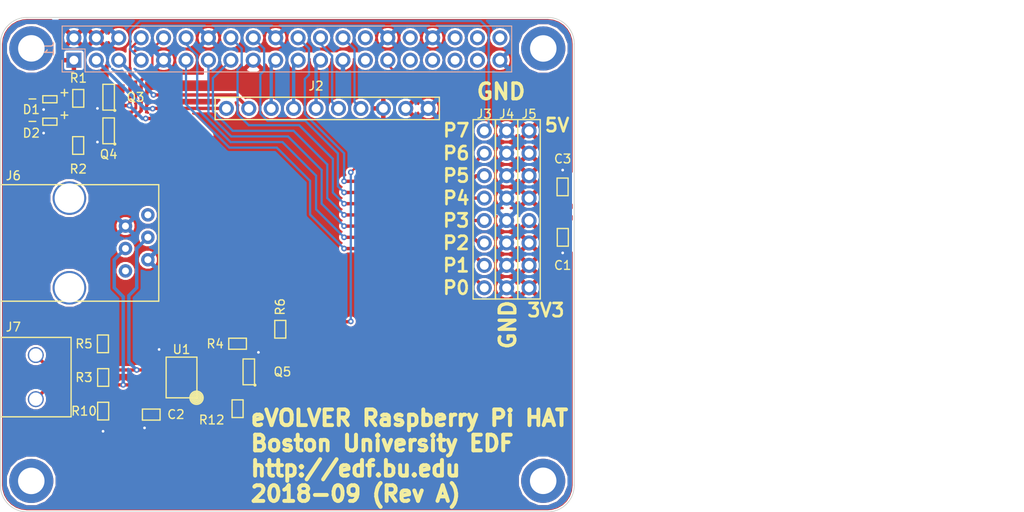
<source format=kicad_pcb>
(kicad_pcb (version 20171130) (host pcbnew 5.0.0+dfsg1-2)

  (general
    (thickness 1.6)
    (drawings 33)
    (tracks 242)
    (zones 0)
    (modules 28)
    (nets 42)
  )

  (page A4)
  (layers
    (0 F.Cu signal hide)
    (31 B.Cu signal hide)
    (32 B.Adhes user hide)
    (33 F.Adhes user hide)
    (34 B.Paste user hide)
    (35 F.Paste user)
    (36 B.SilkS user hide)
    (37 F.SilkS user)
    (38 B.Mask user)
    (39 F.Mask user)
    (40 Dwgs.User user)
    (41 Cmts.User user)
    (42 Eco1.User user hide)
    (43 Eco2.User user hide)
    (44 Edge.Cuts user)
    (45 Margin user hide)
    (46 B.CrtYd user hide)
    (47 F.CrtYd user hide)
    (48 B.Fab user hide)
    (49 F.Fab user hide)
  )

  (setup
    (last_trace_width 0.381)
    (user_trace_width 0.1778)
    (user_trace_width 0.254)
    (user_trace_width 0.381)
    (user_trace_width 0.508)
    (trace_clearance 0.254)
    (zone_clearance 0.2)
    (zone_45_only yes)
    (trace_min 0.15)
    (segment_width 0.15)
    (edge_width 0.15)
    (via_size 0.635)
    (via_drill 0.3048)
    (via_min_size 0.4)
    (via_min_drill 0.2)
    (user_via 0.4572 0.3048)
    (user_via 0.635 0.3048)
    (uvia_size 0.3)
    (uvia_drill 0.1)
    (uvias_allowed no)
    (uvia_min_size 0)
    (uvia_min_drill 0)
    (pcb_text_width 0.3)
    (pcb_text_size 1.5 1.5)
    (mod_edge_width 0.15)
    (mod_text_size 0.6 0.6)
    (mod_text_width 0.09)
    (pad_size 1.7 1.7)
    (pad_drill 1)
    (pad_to_mask_clearance 0.1)
    (aux_axis_origin 0 0)
    (visible_elements 7FFFFE3F)
    (pcbplotparams
      (layerselection 0x012e8_ffffffff)
      (usegerberextensions false)
      (usegerberattributes false)
      (usegerberadvancedattributes false)
      (creategerberjobfile false)
      (excludeedgelayer false)
      (linewidth 0.100000)
      (plotframeref false)
      (viasonmask false)
      (mode 1)
      (useauxorigin false)
      (hpglpennumber 1)
      (hpglpenspeed 20)
      (hpglpendiameter 15.000000)
      (psnegative false)
      (psa4output false)
      (plotreference true)
      (plotvalue false)
      (plotinvisibletext false)
      (padsonsilk true)
      (subtractmaskfromsilk false)
      (outputformat 1)
      (mirror false)
      (drillshape 0)
      (scaleselection 1)
      (outputdirectory "gerber/"))
  )

  (net 0 "")
  (net 1 GND)
  (net 2 /P3V3)
  (net 3 /P5V)
  (net 4 "Net-(D1-Pad1)")
  (net 5 "Net-(D2-Pad1)")
  (net 6 /SDA)
  (net 7 /SCL)
  (net 8 /P7)
  (net 9 /TXD)
  (net 10 /RXD)
  (net 11 /P0)
  (net 12 /P1)
  (net 13 /P2)
  (net 14 /P3)
  (net 15 /P4)
  (net 16 /P5)
  (net 17 /MOSI)
  (net 18 /MISO)
  (net 19 /P6)
  (net 20 /SCLK)
  (net 21 /CE0)
  (net 22 /CE1)
  (net 23 "Net-(J1-Pad27)")
  (net 24 "Net-(J1-Pad28)")
  (net 25 /TXD_2)
  (net 26 "Net-(J1-Pad31)")
  (net 27 "Net-(J1-Pad32)")
  (net 28 "Net-(J1-Pad33)")
  (net 29 "Net-(J1-Pad35)")
  (net 30 "Net-(J1-Pad36)")
  (net 31 "Net-(J1-Pad37)")
  (net 32 "Net-(J1-Pad38)")
  (net 33 "Net-(J1-Pad40)")
  (net 34 /B)
  (net 35 /A)
  (net 36 "Net-(Q5-Pad3)")
  (net 37 "Net-(Q5-Pad1)")
  (net 38 "Net-(H1-Pad1)")
  (net 39 "Net-(H2-Pad1)")
  (net 40 "Net-(H3-Pad1)")
  (net 41 "Net-(H4-Pad1)")

  (net_class Default "This is the default net class."
    (clearance 0.254)
    (trace_width 0.381)
    (via_dia 0.635)
    (via_drill 0.3048)
    (uvia_dia 0.3)
    (uvia_drill 0.1)
    (add_net /A)
    (add_net /B)
    (add_net /CE0)
    (add_net /CE1)
    (add_net /MISO)
    (add_net /MOSI)
    (add_net /P0)
    (add_net /P1)
    (add_net /P2)
    (add_net /P3)
    (add_net /P3V3)
    (add_net /P4)
    (add_net /P5)
    (add_net /P5V)
    (add_net /P6)
    (add_net /P7)
    (add_net /RXD)
    (add_net /SCL)
    (add_net /SCLK)
    (add_net /SDA)
    (add_net /TXD)
    (add_net /TXD_2)
    (add_net GND)
    (add_net "Net-(D1-Pad1)")
    (add_net "Net-(D2-Pad1)")
    (add_net "Net-(H1-Pad1)")
    (add_net "Net-(H2-Pad1)")
    (add_net "Net-(H3-Pad1)")
    (add_net "Net-(H4-Pad1)")
    (add_net "Net-(J1-Pad27)")
    (add_net "Net-(J1-Pad28)")
    (add_net "Net-(J1-Pad31)")
    (add_net "Net-(J1-Pad32)")
    (add_net "Net-(J1-Pad33)")
    (add_net "Net-(J1-Pad35)")
    (add_net "Net-(J1-Pad36)")
    (add_net "Net-(J1-Pad37)")
    (add_net "Net-(J1-Pad38)")
    (add_net "Net-(J1-Pad40)")
    (add_net "Net-(Q5-Pad1)")
    (add_net "Net-(Q5-Pad3)")
  )

  (module project_footprints:LED_0603 (layer F.Cu) (tedit 5BA015DB) (tstamp 5B3A48A8)
    (at 84.201 72.644 270)
    (path /5B35195F)
    (fp_text reference D2 (at 1.27 2.159 180) (layer F.SilkS)
      (effects (font (size 1 1) (thickness 0.15)))
    )
    (fp_text value LED (at 0.020426 0) (layer F.Fab)
      (effects (font (size 1 1) (thickness 0.15)))
    )
    (fp_line (start 0.379574 -0.748164) (end -0.420426 -0.748164) (layer F.SilkS) (width 0.15))
    (fp_line (start -0.420426 -0.748164) (end -0.420426 0.851836) (layer F.SilkS) (width 0.15))
    (fp_line (start -0.420426 0.851836) (end 0.379574 0.851836) (layer F.SilkS) (width 0.15))
    (fp_line (start 0.379574 0.851836) (end 0.379574 -0.748164) (layer F.SilkS) (width 0.15))
    (fp_text user + (at -0.762 -1.524 270) (layer F.SilkS)
      (effects (font (size 1 1) (thickness 0.15)))
    )
    (fp_text user - (at -0.127 2.032) (layer F.SilkS)
      (effects (font (size 1 1) (thickness 0.15)))
    )
    (pad 2 smd rect (at 0 0.825 270) (size 0.8 0.8) (layers F.Cu F.Paste F.Mask)
      (net 1 GND))
    (pad 1 smd rect (at 0 -0.825 270) (size 0.8 0.8) (layers F.Cu F.Paste F.Mask)
      (net 5 "Net-(D2-Pad1)"))
  )

  (module project_footprints:LED_0603 (layer F.Cu) (tedit 5BA015DB) (tstamp 5BA02009)
    (at 84.201 70.104 270)
    (path /5B350FD8)
    (fp_text reference D1 (at 1.143 2.159 180) (layer F.SilkS)
      (effects (font (size 1 1) (thickness 0.15)))
    )
    (fp_text value LED (at 0 0) (layer F.Fab)
      (effects (font (size 1 1) (thickness 0.15)))
    )
    (fp_line (start 0.379574 -0.748164) (end -0.420426 -0.748164) (layer F.SilkS) (width 0.15))
    (fp_line (start -0.420426 -0.748164) (end -0.420426 0.851836) (layer F.SilkS) (width 0.15))
    (fp_line (start -0.420426 0.851836) (end 0.379574 0.851836) (layer F.SilkS) (width 0.15))
    (fp_line (start 0.379574 0.851836) (end 0.379574 -0.748164) (layer F.SilkS) (width 0.15))
    (fp_text user + (at -0.762 -1.524 270) (layer F.SilkS)
      (effects (font (size 1 1) (thickness 0.15)))
    )
    (fp_text user - (at -0.127 2.032) (layer F.SilkS)
      (effects (font (size 1 1) (thickness 0.15)))
    )
    (pad 2 smd rect (at 0 0.825 270) (size 0.8 0.8) (layers F.Cu F.Paste F.Mask)
      (net 1 GND))
    (pad 1 smd rect (at 0 -0.825 270) (size 0.8 0.8) (layers F.Cu F.Paste F.Mask)
      (net 4 "Net-(D1-Pad1)"))
  )

  (module project_footprints:C_0805_HS (layer F.Cu) (tedit 5BA00708) (tstamp 5B3A489C)
    (at 142.24 80.01 90)
    (path /5B352171)
    (fp_text reference C3 (at 3.175 0) (layer F.SilkS)
      (effects (font (size 1 1) (thickness 0.15)))
    )
    (fp_text value 1uF (at 0 0 90) (layer F.Fab)
      (effects (font (size 1 1) (thickness 0.15)))
    )
    (fp_line (start -1 0.6125) (end 1 0.6125) (layer F.SilkS) (width 0.15))
    (fp_line (start 1 0.6125) (end 1 -0.6375) (layer F.SilkS) (width 0.15))
    (fp_line (start 1 -0.6375) (end -1 -0.6375) (layer F.SilkS) (width 0.15))
    (fp_line (start -1 -0.6375) (end -1 0.6125) (layer F.SilkS) (width 0.15))
    (pad 2 smd rect (at 0.925 0 90) (size 1 1.5) (layers F.Cu F.Paste F.Mask)
      (net 1 GND))
    (pad 1 smd rect (at -0.925 0 90) (size 1 1.5) (layers F.Cu F.Paste F.Mask)
      (net 3 /P5V))
  )

  (module project_footprints:C_0805_HS (layer F.Cu) (tedit 5BA00708) (tstamp 5B3A4896)
    (at 95.631 105.791 180)
    (path /5B351B21)
    (fp_text reference C2 (at -2.794 0 180) (layer F.SilkS)
      (effects (font (size 1 1) (thickness 0.15)))
    )
    (fp_text value 1uF (at 0 0 180) (layer F.Fab)
      (effects (font (size 1 1) (thickness 0.15)))
    )
    (fp_line (start -1 0.6125) (end 1 0.6125) (layer F.SilkS) (width 0.15))
    (fp_line (start 1 0.6125) (end 1 -0.6375) (layer F.SilkS) (width 0.15))
    (fp_line (start 1 -0.6375) (end -1 -0.6375) (layer F.SilkS) (width 0.15))
    (fp_line (start -1 -0.6375) (end -1 0.6125) (layer F.SilkS) (width 0.15))
    (pad 2 smd rect (at 0.925 0 180) (size 1 1.5) (layers F.Cu F.Paste F.Mask)
      (net 1 GND))
    (pad 1 smd rect (at -0.925 0 180) (size 1 1.5) (layers F.Cu F.Paste F.Mask)
      (net 2 /P3V3))
  )

  (module project_footprints:C_0805_HS (layer F.Cu) (tedit 5BA00708) (tstamp 5B3A4890)
    (at 142.24 85.725 270)
    (path /5B35237E)
    (fp_text reference C1 (at 3.175 0 180) (layer F.SilkS)
      (effects (font (size 1 1) (thickness 0.15)))
    )
    (fp_text value 1uF (at 0 0 270) (layer F.Fab)
      (effects (font (size 1 1) (thickness 0.15)))
    )
    (fp_line (start -1 0.6125) (end 1 0.6125) (layer F.SilkS) (width 0.15))
    (fp_line (start 1 0.6125) (end 1 -0.6375) (layer F.SilkS) (width 0.15))
    (fp_line (start 1 -0.6375) (end -1 -0.6375) (layer F.SilkS) (width 0.15))
    (fp_line (start -1 -0.6375) (end -1 0.6125) (layer F.SilkS) (width 0.15))
    (pad 2 smd rect (at 0.925 0 270) (size 1 1.5) (layers F.Cu F.Paste F.Mask)
      (net 1 GND))
    (pad 1 smd rect (at -0.925 0 270) (size 1 1.5) (layers F.Cu F.Paste F.Mask)
      (net 2 /P3V3))
  )

  (module project_footprints:R_805_HS (layer F.Cu) (tedit 5BA00419) (tstamp 5B3A493E)
    (at 90.17 105.41 270)
    (path /5B3537A2)
    (fp_text reference R10 (at 0 2.159 180) (layer F.SilkS)
      (effects (font (size 1 1) (thickness 0.15)))
    )
    (fp_text value 10k (at 0 0) (layer F.Fab)
      (effects (font (size 1 1) (thickness 0.15)))
    )
    (fp_line (start -1 0.6125) (end -1 -0.6375) (layer F.SilkS) (width 0.15))
    (fp_line (start -1 -0.6375) (end 1 -0.6375) (layer F.SilkS) (width 0.15))
    (fp_line (start 1 -0.6375) (end 1 0.6125) (layer F.SilkS) (width 0.15))
    (fp_line (start 1 0.6125) (end -1 0.6125) (layer F.SilkS) (width 0.15))
    (pad 2 smd rect (at 1.1 -0.0125 90) (size 1 1.5) (layers F.Cu F.Paste F.Mask)
      (net 1 GND))
    (pad 1 smd rect (at -1.1 -0.0125 90) (size 1 1.5) (layers F.Cu F.Paste F.Mask)
      (net 34 /B))
  )

  (module project_footprints:R_805_HS (layer F.Cu) (tedit 5BA00419) (tstamp 5B5883C3)
    (at 110.236 96.139 270)
    (path /5B588FFC)
    (fp_text reference R6 (at -2.54 0 90) (layer F.SilkS)
      (effects (font (size 1 1) (thickness 0.15)))
    )
    (fp_text value DNP (at 0 0 270) (layer F.Fab)
      (effects (font (size 1 1) (thickness 0.15)))
    )
    (fp_line (start -1 0.6125) (end -1 -0.6375) (layer F.SilkS) (width 0.15))
    (fp_line (start -1 -0.6375) (end 1 -0.6375) (layer F.SilkS) (width 0.15))
    (fp_line (start 1 -0.6375) (end 1 0.6125) (layer F.SilkS) (width 0.15))
    (fp_line (start 1 0.6125) (end -1 0.6125) (layer F.SilkS) (width 0.15))
    (pad 2 smd rect (at 1.1 -0.0125 90) (size 1 1.5) (layers F.Cu F.Paste F.Mask)
      (net 37 "Net-(Q5-Pad1)"))
    (pad 1 smd rect (at -1.1 -0.0125 90) (size 1 1.5) (layers F.Cu F.Paste F.Mask)
      (net 25 /TXD_2))
  )

  (module project_footprints:R_805_HS (layer F.Cu) (tedit 5BA00419) (tstamp 5B3A4944)
    (at 105.3975 105.1384 270)
    (path /5B35A7F1)
    (fp_text reference R12 (at 1.27 2.921 180) (layer F.SilkS)
      (effects (font (size 1 1) (thickness 0.15)))
    )
    (fp_text value 10k (at 0 0) (layer F.Fab)
      (effects (font (size 1 1) (thickness 0.15)))
    )
    (fp_line (start -1 0.6125) (end -1 -0.6375) (layer F.SilkS) (width 0.15))
    (fp_line (start -1 -0.6375) (end 1 -0.6375) (layer F.SilkS) (width 0.15))
    (fp_line (start 1 -0.6375) (end 1 0.6125) (layer F.SilkS) (width 0.15))
    (fp_line (start 1 0.6125) (end -1 0.6125) (layer F.SilkS) (width 0.15))
    (pad 2 smd rect (at 1.1 -0.0125 90) (size 1 1.5) (layers F.Cu F.Paste F.Mask)
      (net 2 /P3V3))
    (pad 1 smd rect (at -1.1 -0.0125 90) (size 1 1.5) (layers F.Cu F.Paste F.Mask)
      (net 36 "Net-(Q5-Pad3)"))
  )

  (module project_footprints:R_805_HS (layer F.Cu) (tedit 5BA00419) (tstamp 5B3A4938)
    (at 90.17 97.79 90)
    (path /5B35365E)
    (fp_text reference R5 (at 0 -2.159) (layer F.SilkS)
      (effects (font (size 1 1) (thickness 0.15)))
    )
    (fp_text value 10k (at 0 0 180) (layer F.Fab)
      (effects (font (size 1 1) (thickness 0.15)))
    )
    (fp_line (start -1 0.6125) (end -1 -0.6375) (layer F.SilkS) (width 0.15))
    (fp_line (start -1 -0.6375) (end 1 -0.6375) (layer F.SilkS) (width 0.15))
    (fp_line (start 1 -0.6375) (end 1 0.6125) (layer F.SilkS) (width 0.15))
    (fp_line (start 1 0.6125) (end -1 0.6125) (layer F.SilkS) (width 0.15))
    (pad 2 smd rect (at 1.1 -0.0125 270) (size 1 1.5) (layers F.Cu F.Paste F.Mask)
      (net 2 /P3V3))
    (pad 1 smd rect (at -1.1 -0.0125 270) (size 1 1.5) (layers F.Cu F.Paste F.Mask)
      (net 35 /A))
  )

  (module project_footprints:R_805_HS (layer F.Cu) (tedit 5BA00419) (tstamp 5B3A4932)
    (at 105.41 97.79)
    (path /5B35B3EC)
    (fp_text reference R4 (at -2.54 0 180) (layer F.SilkS)
      (effects (font (size 1 1) (thickness 0.15)))
    )
    (fp_text value 10k (at 0 0) (layer F.Fab)
      (effects (font (size 1 1) (thickness 0.15)))
    )
    (fp_line (start -1 0.6125) (end -1 -0.6375) (layer F.SilkS) (width 0.15))
    (fp_line (start -1 -0.6375) (end 1 -0.6375) (layer F.SilkS) (width 0.15))
    (fp_line (start 1 -0.6375) (end 1 0.6125) (layer F.SilkS) (width 0.15))
    (fp_line (start 1 0.6125) (end -1 0.6125) (layer F.SilkS) (width 0.15))
    (pad 2 smd rect (at 1.1 -0.0125 180) (size 1 1.5) (layers F.Cu F.Paste F.Mask)
      (net 37 "Net-(Q5-Pad1)"))
    (pad 1 smd rect (at -1.1 -0.0125 180) (size 1 1.5) (layers F.Cu F.Paste F.Mask)
      (net 9 /TXD))
  )

  (module project_footprints:R_805_HS (layer F.Cu) (tedit 5BA00419) (tstamp 5B3A492C)
    (at 90.17 101.6 270)
    (path /5B353580)
    (fp_text reference R3 (at 0 2.159 180) (layer F.SilkS)
      (effects (font (size 1 1) (thickness 0.15)))
    )
    (fp_text value DNP (at 0 0) (layer F.Fab)
      (effects (font (size 1 1) (thickness 0.15)))
    )
    (fp_line (start -1 0.6125) (end -1 -0.6375) (layer F.SilkS) (width 0.15))
    (fp_line (start -1 -0.6375) (end 1 -0.6375) (layer F.SilkS) (width 0.15))
    (fp_line (start 1 -0.6375) (end 1 0.6125) (layer F.SilkS) (width 0.15))
    (fp_line (start 1 0.6125) (end -1 0.6125) (layer F.SilkS) (width 0.15))
    (pad 2 smd rect (at 1.1 -0.0125 90) (size 1 1.5) (layers F.Cu F.Paste F.Mask)
      (net 34 /B))
    (pad 1 smd rect (at -1.1 -0.0125 90) (size 1 1.5) (layers F.Cu F.Paste F.Mask)
      (net 35 /A))
  )

  (module project_footprints:R_805_HS (layer F.Cu) (tedit 5BA00419) (tstamp 5B3A4926)
    (at 87.3631 75.3188 90)
    (path /5B351959)
    (fp_text reference R2 (at -2.667 0) (layer F.SilkS)
      (effects (font (size 1 1) (thickness 0.15)))
    )
    (fp_text value 510 (at 0 0 180) (layer F.Fab)
      (effects (font (size 1 1) (thickness 0.15)))
    )
    (fp_line (start -1 0.6125) (end -1 -0.6375) (layer F.SilkS) (width 0.15))
    (fp_line (start -1 -0.6375) (end 1 -0.6375) (layer F.SilkS) (width 0.15))
    (fp_line (start 1 -0.6375) (end 1 0.6125) (layer F.SilkS) (width 0.15))
    (fp_line (start 1 0.6125) (end -1 0.6125) (layer F.SilkS) (width 0.15))
    (pad 2 smd rect (at 1.1 -0.0125 270) (size 1 1.5) (layers F.Cu F.Paste F.Mask)
      (net 5 "Net-(D2-Pad1)"))
    (pad 1 smd rect (at -1.1 -0.0125 270) (size 1 1.5) (layers F.Cu F.Paste F.Mask)
      (net 2 /P3V3))
  )

  (module project_footprints:R_805_HS (layer F.Cu) (tedit 5BA00419) (tstamp 5B3A4920)
    (at 87.376 69.977 90)
    (path /5B350D69)
    (fp_text reference R1 (at 2.286 0) (layer F.SilkS)
      (effects (font (size 1 1) (thickness 0.15)))
    )
    (fp_text value 510 (at 0 0 180) (layer F.Fab)
      (effects (font (size 1 1) (thickness 0.15)))
    )
    (fp_line (start -1 0.6125) (end -1 -0.6375) (layer F.SilkS) (width 0.15))
    (fp_line (start -1 -0.6375) (end 1 -0.6375) (layer F.SilkS) (width 0.15))
    (fp_line (start 1 -0.6375) (end 1 0.6125) (layer F.SilkS) (width 0.15))
    (fp_line (start 1 0.6125) (end -1 0.6125) (layer F.SilkS) (width 0.15))
    (pad 2 smd rect (at 1.1 -0.0125 270) (size 1 1.5) (layers F.Cu F.Paste F.Mask)
      (net 4 "Net-(D1-Pad1)"))
    (pad 1 smd rect (at -1.1 -0.0125 270) (size 1 1.5) (layers F.Cu F.Paste F.Mask)
      (net 2 /P3V3))
  )

  (module project_footprints:10Pin_Header (layer F.Cu) (tedit 5B9FBFC9) (tstamp 5B3A48E2)
    (at 127 71.12 180)
    (path /5B354249)
    (fp_text reference J2 (at 12.7 2.54 180) (layer F.SilkS)
      (effects (font (size 1 1) (thickness 0.15)))
    )
    (fp_text value Header_10Pin (at 4.699 0 180) (layer F.Fab)
      (effects (font (size 1 1) (thickness 0.15)))
    )
    (fp_line (start -1.27 -1.27) (end -1.27 1.27) (layer F.SilkS) (width 0.15))
    (fp_line (start -1.27 1.27) (end 24.13 1.27) (layer F.SilkS) (width 0.15))
    (fp_line (start 24.13 1.27) (end 24.13 -1.27) (layer F.SilkS) (width 0.15))
    (fp_line (start 24.13 -1.27) (end -1.27 -1.27) (layer F.SilkS) (width 0.15))
    (pad 10 thru_hole circle (at 22.86 0 180) (size 1.7 1.7) (drill 1) (layers *.Cu *.Mask)
      (net 6 /SDA))
    (pad 9 thru_hole circle (at 20.32 0 180) (size 1.7 1.7) (drill 1) (layers *.Cu *.Mask)
      (net 7 /SCL))
    (pad 8 thru_hole circle (at 17.78 0 180) (size 1.7 1.7) (drill 1) (layers *.Cu *.Mask)
      (net 17 /MOSI))
    (pad 7 thru_hole circle (at 15.24 0 180) (size 1.7 1.7) (drill 1) (layers *.Cu *.Mask)
      (net 18 /MISO))
    (pad 6 thru_hole circle (at 12.7 0 180) (size 1.7 1.7) (drill 1) (layers *.Cu *.Mask)
      (net 20 /SCLK))
    (pad 5 thru_hole circle (at 10.16 0 180) (size 1.7 1.7) (drill 1) (layers *.Cu *.Mask)
      (net 21 /CE0))
    (pad 4 thru_hole circle (at 7.62 0 180) (size 1.7 1.7) (drill 1) (layers *.Cu *.Mask)
      (net 22 /CE1))
    (pad 3 thru_hole circle (at 5.08 0 225) (size 1.7 1.7) (drill 1) (layers *.Cu *.Mask)
      (net 2 /P3V3))
    (pad 2 thru_hole circle (at 2.54 0 180) (size 1.7 1.7) (drill 1) (layers *.Cu *.Mask)
      (net 3 /P5V))
    (pad 1 thru_hole circle (at 0 0 180) (size 1.7 1.7) (drill 1) (layers *.Cu *.Mask)
      (net 1 GND))
  )

  (module project_footprints:8Pin_Header locked (layer F.Cu) (tedit 5B9FBE98) (tstamp 5B9FB24D)
    (at 133.35941 91.44 90)
    (path /5B35591E)
    (fp_text reference J3 (at 19.685 -0.00941 180) (layer F.SilkS)
      (effects (font (size 1 1) (thickness 0.15)))
    )
    (fp_text value Header_8Pin (at 4.318 -0.00941 90) (layer F.Fab)
      (effects (font (size 1 1) (thickness 0.15)))
    )
    (fp_line (start -1.27 -1.27) (end -1.27 1.27) (layer F.SilkS) (width 0.15))
    (fp_line (start -1.27 1.27) (end 19.05 1.27) (layer F.SilkS) (width 0.15))
    (fp_line (start 19.05 1.27) (end 19.05 -1.27) (layer F.SilkS) (width 0.15))
    (fp_line (start 19.05 -1.27) (end -1.27 -1.27) (layer F.SilkS) (width 0.15))
    (pad 8 thru_hole circle (at 17.78 0 90) (size 1.7 1.7) (drill 1) (layers *.Cu *.Mask)
      (net 8 /P7))
    (pad 7 thru_hole circle (at 15.24 0 90) (size 1.7 1.7) (drill 1) (layers *.Cu *.Mask)
      (net 19 /P6))
    (pad 6 thru_hole circle (at 12.7 0 90) (size 1.7 1.7) (drill 1) (layers *.Cu *.Mask)
      (net 16 /P5))
    (pad 5 thru_hole circle (at 10.16 0 90) (size 1.7 1.7) (drill 1) (layers *.Cu *.Mask)
      (net 15 /P4))
    (pad 4 thru_hole circle (at 7.62 0 90) (size 1.7 1.7) (drill 1) (layers *.Cu *.Mask)
      (net 14 /P3))
    (pad 3 thru_hole circle (at 5.08 0 90) (size 1.7 1.7) (drill 1) (layers *.Cu *.Mask)
      (net 13 /P2))
    (pad 2 thru_hole circle (at 2.54 0 90) (size 1.7 1.7) (drill 1) (layers *.Cu *.Mask)
      (net 12 /P1))
    (pad 1 thru_hole circle (at 0 0 90) (size 1.7 1.7) (drill 1) (layers *.Cu *.Mask)
      (net 11 /P0))
  )

  (module project_footprints:8Pin_Header (layer F.Cu) (tedit 5B9FBE98) (tstamp 5B9FB299)
    (at 138.43 73.66 270)
    (path /5B355C2D)
    (fp_text reference J5 (at -1.905 0) (layer F.SilkS)
      (effects (font (size 1 1) (thickness 0.15)))
    )
    (fp_text value Header_8Pin (at 13.462 0 270) (layer F.Fab)
      (effects (font (size 1 1) (thickness 0.15)))
    )
    (fp_line (start -1.27 -1.27) (end -1.27 1.27) (layer F.SilkS) (width 0.15))
    (fp_line (start -1.27 1.27) (end 19.05 1.27) (layer F.SilkS) (width 0.15))
    (fp_line (start 19.05 1.27) (end 19.05 -1.27) (layer F.SilkS) (width 0.15))
    (fp_line (start 19.05 -1.27) (end -1.27 -1.27) (layer F.SilkS) (width 0.15))
    (pad 8 thru_hole circle (at 17.78 0 270) (size 1.7 1.7) (drill 1) (layers *.Cu *.Mask)
      (net 2 /P3V3))
    (pad 7 thru_hole circle (at 15.24 0 270) (size 1.7 1.7) (drill 1) (layers *.Cu *.Mask)
      (net 2 /P3V3))
    (pad 6 thru_hole circle (at 12.7 0 270) (size 1.7 1.7) (drill 1) (layers *.Cu *.Mask)
      (net 2 /P3V3))
    (pad 5 thru_hole circle (at 10.16 0 270) (size 1.7 1.7) (drill 1) (layers *.Cu *.Mask)
      (net 2 /P3V3))
    (pad 4 thru_hole circle (at 7.62 0 270) (size 1.7 1.7) (drill 1) (layers *.Cu *.Mask)
      (net 3 /P5V))
    (pad 3 thru_hole circle (at 5.08 0 270) (size 1.7 1.7) (drill 1) (layers *.Cu *.Mask)
      (net 3 /P5V))
    (pad 2 thru_hole circle (at 2.54 0 270) (size 1.7 1.7) (drill 1) (layers *.Cu *.Mask)
      (net 3 /P5V))
    (pad 1 thru_hole circle (at 0 0 270) (size 1.7 1.7) (drill 1) (layers *.Cu *.Mask)
      (net 3 /P5V))
  )

  (module project_footprints:8Pin_Header (layer F.Cu) (tedit 5B9FBE98) (tstamp 5B9FB1F1)
    (at 135.89 91.44 90)
    (path /5B355B97)
    (fp_text reference J4 (at 19.685 0 180) (layer F.SilkS)
      (effects (font (size 1 1) (thickness 0.15)))
    )
    (fp_text value Header_8Pin (at 4.318 0 90) (layer F.Fab)
      (effects (font (size 1 1) (thickness 0.15)))
    )
    (fp_line (start -1.27 -1.27) (end -1.27 1.27) (layer F.SilkS) (width 0.15))
    (fp_line (start -1.27 1.27) (end 19.05 1.27) (layer F.SilkS) (width 0.15))
    (fp_line (start 19.05 1.27) (end 19.05 -1.27) (layer F.SilkS) (width 0.15))
    (fp_line (start 19.05 -1.27) (end -1.27 -1.27) (layer F.SilkS) (width 0.15))
    (pad 8 thru_hole circle (at 17.78 0 90) (size 1.7 1.7) (drill 1) (layers *.Cu *.Mask)
      (net 1 GND))
    (pad 7 thru_hole circle (at 15.24 0 90) (size 1.7 1.7) (drill 1) (layers *.Cu *.Mask)
      (net 1 GND))
    (pad 6 thru_hole circle (at 12.7 0 90) (size 1.7 1.7) (drill 1) (layers *.Cu *.Mask)
      (net 1 GND))
    (pad 5 thru_hole circle (at 10.16 0 90) (size 1.7 1.7) (drill 1) (layers *.Cu *.Mask)
      (net 1 GND))
    (pad 4 thru_hole circle (at 7.62 0 90) (size 1.7 1.7) (drill 1) (layers *.Cu *.Mask)
      (net 1 GND))
    (pad 3 thru_hole circle (at 5.08 0 90) (size 1.7 1.7) (drill 1) (layers *.Cu *.Mask)
      (net 1 GND))
    (pad 2 thru_hole circle (at 2.54 0 90) (size 1.7 1.7) (drill 1) (layers *.Cu *.Mask)
      (net 1 GND))
    (pad 1 thru_hole circle (at 0 0 90) (size 1.7 1.7) (drill 1) (layers *.Cu *.Mask)
      (net 1 GND))
  )

  (module project_footprints:SO-8 (layer F.Cu) (tedit 5B3B7651) (tstamp 5B3B7C74)
    (at 99.06 101.6 90)
    (path /5B358488)
    (fp_text reference U1 (at 3.175 0 180) (layer F.SilkS)
      (effects (font (size 1 1) (thickness 0.15)))
    )
    (fp_text value MAX481 (at 0 0 180) (layer F.Fab)
      (effects (font (size 1 1) (thickness 0.15)))
    )
    (fp_circle (center -2.3 1.7) (end -3.05 1.7) (layer F.SilkS) (width 0.15))
    (fp_circle (center -2.3 1.7) (end -2.9 1.7) (layer F.SilkS) (width 0.15))
    (fp_circle (center -2.3 1.7) (end -2.31 2.16) (layer F.SilkS) (width 0.15))
    (fp_circle (center -2.3 1.7) (end -2.54 1.91) (layer F.SilkS) (width 0.15))
    (fp_circle (center -2.3 1.7) (end -2.34 1.71) (layer F.SilkS) (width 0.15))
    (fp_circle (center -2.3 1.7) (end -2.37 1.86) (layer F.SilkS) (width 0.15))
    (fp_line (start -2.306 1.745) (end -2.306 -1.745) (layer F.SilkS) (width 0.15))
    (fp_line (start -2.306 -1.745) (end 2.306 -1.745) (layer F.SilkS) (width 0.15))
    (fp_line (start 2.306 1.745) (end 2.306 -1.745) (layer F.SilkS) (width 0.15))
    (fp_line (start -2.306 1.745) (end 2.306 1.745) (layer F.SilkS) (width 0.15))
    (pad 1 smd rect (at -1.905 2.4975 90) (size 0.802 1.505) (layers F.Cu F.Paste F.Mask)
      (net 10 /RXD))
    (pad 2 smd rect (at -0.635 2.4975 90) (size 0.802 1.505) (layers F.Cu F.Paste F.Mask)
      (net 36 "Net-(Q5-Pad3)"))
    (pad 3 smd rect (at 0.635 2.4975 90) (size 0.802 1.505) (layers F.Cu F.Paste F.Mask)
      (net 36 "Net-(Q5-Pad3)"))
    (pad 4 smd rect (at 1.905 2.4975 90) (size 0.802 1.505) (layers F.Cu F.Paste F.Mask)
      (net 9 /TXD))
    (pad 5 smd rect (at 1.905 -2.4975 90) (size 0.802 1.505) (layers F.Cu F.Paste F.Mask)
      (net 1 GND))
    (pad 6 smd rect (at 0.635 -2.4975 90) (size 0.802 1.505) (layers F.Cu F.Paste F.Mask)
      (net 35 /A))
    (pad 7 smd rect (at -0.635 -2.4975 90) (size 0.802 1.505) (layers F.Cu F.Paste F.Mask)
      (net 34 /B))
    (pad 8 smd rect (at -1.905 -2.4975 90) (size 0.802 1.505) (layers F.Cu F.Paste F.Mask)
      (net 2 /P3V3))
  )

  (module project_footprints:MH_plated locked (layer F.Cu) (tedit 5B58863F) (tstamp 5B55FE08)
    (at 82.046356 64.317611)
    (path /5BA047A7)
    (fp_text reference H1 (at 0 0) (layer F.SilkS)
      (effects (font (size 1 1) (thickness 0.15)))
    )
    (fp_text value 3mm_Mounting_Hole (at 6.218644 -0.182611) (layer F.Fab)
      (effects (font (size 1 1) (thickness 0.15)))
    )
    (pad 1 thru_hole circle (at 0 0) (size 5 5) (drill 3) (layers *.Cu *.Mask)
      (net 38 "Net-(H1-Pad1)"))
  )

  (module project_footprints:MH_plated locked (layer F.Cu) (tedit 5B58863F) (tstamp 58E3B086)
    (at 140.04 64.33)
    (path /5BA0B839)
    (fp_text reference H2 (at 0 0) (layer F.SilkS)
      (effects (font (size 1 1) (thickness 0.15)))
    )
    (fp_text value 3mm_Mounting_Hole (at -7.325 -0.195) (layer F.Fab)
      (effects (font (size 1 1) (thickness 0.15)))
    )
    (pad 1 thru_hole circle (at 0 0) (size 5 5) (drill 3) (layers *.Cu *.Mask)
      (net 39 "Net-(H2-Pad1)"))
  )

  (module project_footprints:MH_plated locked (layer F.Cu) (tedit 5B58863F) (tstamp 58E3B08A)
    (at 82.04 113.32)
    (path /5BA0B72D)
    (fp_text reference H3 (at 0 0) (layer F.SilkS)
      (effects (font (size 1 1) (thickness 0.15)))
    )
    (fp_text value 3mm_Mounting_Hole (at 7.495 -0.29) (layer F.Fab)
      (effects (font (size 1 1) (thickness 0.15)))
    )
    (pad 1 thru_hole circle (at 0 0) (size 5 5) (drill 3) (layers *.Cu *.Mask)
      (net 40 "Net-(H3-Pad1)"))
  )

  (module project_footprints:MH_plated locked (layer F.Cu) (tedit 5B58863F) (tstamp 58E3B08E)
    (at 140.03 113.31)
    (path /5BA0B7BB)
    (fp_text reference H4 (at 0 0) (layer F.SilkS)
      (effects (font (size 1 1) (thickness 0.15)))
    )
    (fp_text value 3mm_Mounting_Hole (at -7.315 -0.28) (layer F.Fab)
      (effects (font (size 1 1) (thickness 0.15)))
    )
    (pad 1 thru_hole circle (at 0 0) (size 5 5) (drill 3) (layers *.Cu *.Mask)
      (net 41 "Net-(H4-Pad1)"))
  )

  (module project_footprints:277-1667-ND (layer F.Cu) (tedit 5B3B8093) (tstamp 5B3B8BE0)
    (at 78.55 97.06 270)
    (path /5B3B7E7F)
    (fp_text reference J7 (at -1.175 -1.46) (layer F.SilkS)
      (effects (font (size 1 1) (thickness 0.15)))
    )
    (fp_text value 2Screw_Term (at 4.8 -8.8 270) (layer F.Fab)
      (effects (font (size 1 1) (thickness 0.15)))
    )
    (fp_line (start 0 0) (end 0 -8) (layer F.SilkS) (width 0.15))
    (fp_line (start 0 -8) (end 9 -8) (layer F.SilkS) (width 0.15))
    (fp_line (start 9 0) (end 9 -8) (layer F.SilkS) (width 0.15))
    (fp_line (start 0 0) (end 9 0) (layer F.SilkS) (width 0.15))
    (pad 2 thru_hole circle (at 7 -4 270) (size 1.8 1.8) (drill 1.5) (layers *.Cu *.Mask)
      (net 34 /B))
    (pad 1 thru_hole circle (at 2 -4 270) (size 1.8 1.8) (drill 1.5) (layers *.Cu *.Mask)
      (net 35 /A))
  )

  (module project_footprints:2N7002 (layer F.Cu) (tedit 5B3A3CDC) (tstamp 5B3A491A)
    (at 106.68 100.965 90)
    (path /5B35A420)
    (fp_text reference Q5 (at 0 3.81 180) (layer F.SilkS)
      (effects (font (size 1 1) (thickness 0.15)))
    )
    (fp_text value BSS123 (at 0 0 180) (layer F.Fab)
      (effects (font (size 1 1) (thickness 0.15)))
    )
    (fp_circle (center -1.5 0.7) (end -1.6 0.7) (layer F.SilkS) (width 0.15))
    (fp_line (start -1.46 -0.65) (end 1.46 -0.65) (layer F.SilkS) (width 0.15))
    (fp_line (start -1.46 0.65) (end -1.46 -0.65) (layer F.SilkS) (width 0.15))
    (fp_line (start 1.46 0.65) (end -1.46 0.65) (layer F.SilkS) (width 0.15))
    (fp_line (start 1.46 -0.65) (end 1.46 0.65) (layer F.SilkS) (width 0.15))
    (pad 1 smd rect (at -0.95 1.1 90) (size 1 1.4) (layers F.Cu F.Paste F.Mask)
      (net 37 "Net-(Q5-Pad1)"))
    (pad 2 smd rect (at 0.95 1.1 90) (size 1 1.4) (layers F.Cu F.Paste F.Mask)
      (net 1 GND))
    (pad 3 smd rect (at 0 -1.1 90) (size 1 1.4) (layers F.Cu F.Paste F.Mask)
      (net 36 "Net-(Q5-Pad3)"))
  )

  (module project_footprints:2N7002 (layer F.Cu) (tedit 5B3A3CDC) (tstamp 5B3A4914)
    (at 90.805 73.66 90)
    (path /5B351953)
    (fp_text reference Q4 (at -2.667 0) (layer F.SilkS)
      (effects (font (size 1 1) (thickness 0.15)))
    )
    (fp_text value 2N7002 (at 0 1.27 180) (layer F.Fab)
      (effects (font (size 1 1) (thickness 0.15)))
    )
    (fp_circle (center -1.5 0.7) (end -1.6 0.7) (layer F.SilkS) (width 0.15))
    (fp_line (start -1.46 -0.65) (end 1.46 -0.65) (layer F.SilkS) (width 0.15))
    (fp_line (start -1.46 0.65) (end -1.46 -0.65) (layer F.SilkS) (width 0.15))
    (fp_line (start 1.46 0.65) (end -1.46 0.65) (layer F.SilkS) (width 0.15))
    (fp_line (start 1.46 -0.65) (end 1.46 0.65) (layer F.SilkS) (width 0.15))
    (pad 1 smd rect (at -0.95 1.1 90) (size 1 1.4) (layers F.Cu F.Paste F.Mask)
      (net 10 /RXD))
    (pad 2 smd rect (at 0.95 1.1 90) (size 1 1.4) (layers F.Cu F.Paste F.Mask)
      (net 5 "Net-(D2-Pad1)"))
    (pad 3 smd rect (at 0 -1.1 90) (size 1 1.4) (layers F.Cu F.Paste F.Mask)
      (net 1 GND))
  )

  (module project_footprints:2N7002 (layer F.Cu) (tedit 5B3A3CDC) (tstamp 5B3A490D)
    (at 90.805 69.85 90)
    (path /5B350C1E)
    (fp_text reference Q3 (at 0 3.048 180) (layer F.SilkS)
      (effects (font (size 1 1) (thickness 0.15)))
    )
    (fp_text value 2N7002 (at 0 1.27 180) (layer F.Fab)
      (effects (font (size 1 1) (thickness 0.15)))
    )
    (fp_circle (center -1.5 0.7) (end -1.6 0.7) (layer F.SilkS) (width 0.15))
    (fp_line (start -1.46 -0.65) (end 1.46 -0.65) (layer F.SilkS) (width 0.15))
    (fp_line (start -1.46 0.65) (end -1.46 -0.65) (layer F.SilkS) (width 0.15))
    (fp_line (start 1.46 0.65) (end -1.46 0.65) (layer F.SilkS) (width 0.15))
    (fp_line (start 1.46 -0.65) (end 1.46 0.65) (layer F.SilkS) (width 0.15))
    (pad 1 smd rect (at -0.95 1.1 90) (size 1 1.4) (layers F.Cu F.Paste F.Mask)
      (net 9 /TXD))
    (pad 2 smd rect (at 0.95 1.1 90) (size 1 1.4) (layers F.Cu F.Paste F.Mask)
      (net 4 "Net-(D1-Pad1)"))
    (pad 3 smd rect (at 0 -1.1 90) (size 1 1.4) (layers F.Cu F.Paste F.Mask)
      (net 1 GND))
  )

  (module project_footprints:Connector_PinSocket_2.54mm locked (layer B.Cu) (tedit 5B64A8B0) (tstamp 5B3A48D4)
    (at 86.868 65.659 270)
    (descr "Through hole straight socket strip, 2x20, 2.54mm pitch, double cols (from Kicad 4.0.7), script generated")
    (tags "Through hole socket strip THT 2x20 2.54mm double row")
    (path /5B3A2FF6)
    (fp_text reference J1 (at -1.27 2.77 270) (layer B.SilkS)
      (effects (font (size 1 1) (thickness 0.15)) (justify mirror))
    )
    (fp_text value raspberrypi_hat:OX40HAT (at -1.27 -51.03 270) (layer B.Fab)
      (effects (font (size 0.6 0.6) (thickness 0.09)) (justify mirror))
    )
    (fp_line (start -3.81 1.27) (end 0.27 1.27) (layer B.Fab) (width 0.1))
    (fp_line (start 0.27 1.27) (end 1.27 0.27) (layer B.Fab) (width 0.1))
    (fp_line (start 1.27 0.27) (end 1.27 -49.53) (layer B.Fab) (width 0.1))
    (fp_line (start 1.27 -49.53) (end -3.81 -49.53) (layer B.Fab) (width 0.1))
    (fp_line (start -3.81 -49.53) (end -3.81 1.27) (layer B.Fab) (width 0.1))
    (fp_line (start -3.87 1.33) (end -1.27 1.33) (layer B.SilkS) (width 0.12))
    (fp_line (start -3.87 1.33) (end -3.87 -49.59) (layer B.SilkS) (width 0.12))
    (fp_line (start -3.87 -49.59) (end 1.33 -49.59) (layer B.SilkS) (width 0.12))
    (fp_line (start 1.33 -1.27) (end 1.33 -49.59) (layer B.SilkS) (width 0.12))
    (fp_line (start -1.27 -1.27) (end 1.33 -1.27) (layer B.SilkS) (width 0.12))
    (fp_line (start -1.27 1.33) (end -1.27 -1.27) (layer B.SilkS) (width 0.12))
    (fp_line (start 1.33 1.33) (end 1.33 0) (layer B.SilkS) (width 0.12))
    (fp_line (start 0 1.33) (end 1.33 1.33) (layer B.SilkS) (width 0.12))
    (fp_line (start -4.34 1.8) (end 1.76 1.8) (layer B.CrtYd) (width 0.05))
    (fp_line (start 1.76 1.8) (end 1.76 -50) (layer B.CrtYd) (width 0.05))
    (fp_line (start 1.76 -50) (end -4.34 -50) (layer B.CrtYd) (width 0.05))
    (fp_line (start -4.34 -50) (end -4.34 1.8) (layer B.CrtYd) (width 0.05))
    (fp_text user %R (at -1.27 -24.13 180) (layer B.Fab)
      (effects (font (size 1 1) (thickness 0.15)) (justify mirror))
    )
    (pad 1 thru_hole rect (at 0 0 270) (size 1.7 1.7) (drill 1) (layers *.Cu *.Mask)
      (net 2 /P3V3))
    (pad 2 thru_hole oval (at -2.54 0 225) (size 1.7 1.7) (drill 1) (layers *.Cu *.Mask)
      (net 3 /P5V))
    (pad 3 thru_hole oval (at 0 -2.54 270) (size 1.7 1.7) (drill 1) (layers *.Cu *.Mask)
      (net 6 /SDA))
    (pad 4 thru_hole oval (at -2.54 -2.54 315) (size 1.7 1.7) (drill 1) (layers *.Cu *.Mask)
      (net 3 /P5V))
    (pad 5 thru_hole oval (at 0 -5.08 270) (size 1.7 1.7) (drill 1) (layers *.Cu *.Mask)
      (net 7 /SCL))
    (pad 6 thru_hole oval (at -2.54 -5.08 225) (size 1.7 1.7) (drill 1) (layers *.Cu *.Mask)
      (net 1 GND))
    (pad 7 thru_hole oval (at 0 -7.62 270) (size 1.7 1.7) (drill 1) (layers *.Cu *.Mask)
      (net 8 /P7))
    (pad 8 thru_hole oval (at -2.54 -7.62 270) (size 1.7 1.7) (drill 1) (layers *.Cu *.Mask)
      (net 9 /TXD))
    (pad 9 thru_hole oval (at 0 -10.16 225) (size 1.7 1.7) (drill 1) (layers *.Cu *.Mask)
      (net 1 GND))
    (pad 10 thru_hole oval (at -2.54 -10.16 270) (size 1.7 1.7) (drill 1) (layers *.Cu *.Mask)
      (net 10 /RXD))
    (pad 11 thru_hole oval (at 0 -12.7 270) (size 1.7 1.7) (drill 1) (layers *.Cu *.Mask)
      (net 11 /P0))
    (pad 12 thru_hole oval (at -2.54 -12.7 270) (size 1.7 1.7) (drill 1) (layers *.Cu *.Mask)
      (net 12 /P1))
    (pad 13 thru_hole oval (at 0 -15.24 270) (size 1.7 1.7) (drill 1) (layers *.Cu *.Mask)
      (net 13 /P2))
    (pad 14 thru_hole oval (at -2.54 -15.24 225) (size 1.7 1.7) (drill 1) (layers *.Cu *.Mask)
      (net 1 GND))
    (pad 15 thru_hole oval (at 0 -17.78 270) (size 1.7 1.7) (drill 1) (layers *.Cu *.Mask)
      (net 14 /P3))
    (pad 16 thru_hole oval (at -2.54 -17.78 270) (size 1.7 1.7) (drill 1) (layers *.Cu *.Mask)
      (net 15 /P4))
    (pad 17 thru_hole oval (at 0 -20.32 315) (size 1.7 1.7) (drill 1) (layers *.Cu *.Mask)
      (net 2 /P3V3))
    (pad 18 thru_hole oval (at -2.54 -20.32 270) (size 1.7 1.7) (drill 1) (layers *.Cu *.Mask)
      (net 16 /P5))
    (pad 19 thru_hole oval (at 0 -22.86 270) (size 1.7 1.7) (drill 1) (layers *.Cu *.Mask)
      (net 17 /MOSI))
    (pad 20 thru_hole oval (at -2.54 -22.86 225) (size 1.7 1.7) (drill 1) (layers *.Cu *.Mask)
      (net 1 GND))
    (pad 21 thru_hole oval (at 0 -25.4 270) (size 1.7 1.7) (drill 1) (layers *.Cu *.Mask)
      (net 18 /MISO))
    (pad 22 thru_hole oval (at -2.54 -25.4 270) (size 1.7 1.7) (drill 1) (layers *.Cu *.Mask)
      (net 19 /P6))
    (pad 23 thru_hole oval (at 0 -27.94 270) (size 1.7 1.7) (drill 1) (layers *.Cu *.Mask)
      (net 20 /SCLK))
    (pad 24 thru_hole oval (at -2.54 -27.94 270) (size 1.7 1.7) (drill 1) (layers *.Cu *.Mask)
      (net 21 /CE0))
    (pad 25 thru_hole oval (at 0 -30.48 270) (size 1.7 1.7) (drill 1) (layers *.Cu *.Mask)
      (net 1 GND))
    (pad 26 thru_hole oval (at -2.54 -30.48 270) (size 1.7 1.7) (drill 1) (layers *.Cu *.Mask)
      (net 22 /CE1))
    (pad 27 thru_hole oval (at 0 -33.02 270) (size 1.7 1.7) (drill 1) (layers *.Cu *.Mask)
      (net 23 "Net-(J1-Pad27)"))
    (pad 28 thru_hole oval (at -2.54 -33.02 270) (size 1.7 1.7) (drill 1) (layers *.Cu *.Mask)
      (net 24 "Net-(J1-Pad28)"))
    (pad 29 thru_hole oval (at 0 -35.56 270) (size 1.7 1.7) (drill 1) (layers *.Cu *.Mask)
      (net 25 /TXD_2))
    (pad 30 thru_hole oval (at -2.54 -35.56 225) (size 1.7 1.7) (drill 1) (layers *.Cu *.Mask)
      (net 1 GND))
    (pad 31 thru_hole oval (at 0 -38.1 270) (size 1.7 1.7) (drill 1) (layers *.Cu *.Mask)
      (net 26 "Net-(J1-Pad31)"))
    (pad 32 thru_hole oval (at -2.54 -38.1 270) (size 1.7 1.7) (drill 1) (layers *.Cu *.Mask)
      (net 27 "Net-(J1-Pad32)"))
    (pad 33 thru_hole oval (at 0 -40.64 270) (size 1.7 1.7) (drill 1) (layers *.Cu *.Mask)
      (net 28 "Net-(J1-Pad33)"))
    (pad 34 thru_hole oval (at -2.54 -40.64 225) (size 1.7 1.7) (drill 1) (layers *.Cu *.Mask)
      (net 1 GND))
    (pad 35 thru_hole oval (at 0 -43.18 270) (size 1.7 1.7) (drill 1) (layers *.Cu *.Mask)
      (net 29 "Net-(J1-Pad35)"))
    (pad 36 thru_hole oval (at -2.54 -43.18 270) (size 1.7 1.7) (drill 1) (layers *.Cu *.Mask)
      (net 30 "Net-(J1-Pad36)"))
    (pad 37 thru_hole oval (at 0 -45.72 270) (size 1.7 1.7) (drill 1) (layers *.Cu *.Mask)
      (net 31 "Net-(J1-Pad37)"))
    (pad 38 thru_hole oval (at -2.54 -45.72 270) (size 1.7 1.7) (drill 1) (layers *.Cu *.Mask)
      (net 32 "Net-(J1-Pad38)"))
    (pad 39 thru_hole oval (at 0 -48.26 225) (size 1.7 1.7) (drill 1) (layers *.Cu *.Mask)
      (net 1 GND))
    (pad 40 thru_hole oval (at -2.54 -48.26 270) (size 1.7 1.7) (drill 1) (layers *.Cu *.Mask)
      (net 33 "Net-(J1-Pad40)"))
    (model ${KISYS3DMOD}/Connector_PinSocket_2.54mm.3dshapes/PinSocket_2x20_P2.54mm_Vertical.wrl
      (at (xyz 0 0 0))
      (scale (xyz 1 1 1))
      (rotate (xyz 0 0 0))
    )
  )

  (module components:609-5080-ND (layer F.Cu) (tedit 5B6496EC) (tstamp 5B3B8BD6)
    (at 86.36 86.36 270)
    (path /5B358AA0)
    (fp_text reference J6 (at -7.62 6.35) (layer F.SilkS)
      (effects (font (size 1 1) (thickness 0.15)))
    )
    (fp_text value RJ14 (at 0 0 270) (layer F.Fab)
      (effects (font (size 1 1) (thickness 0.15)))
    )
    (fp_line (start -6.6 7.88) (end 6.6 7.88) (layer F.SilkS) (width 0.15))
    (fp_line (start 6.6 -10.12) (end 6.6 7.88) (layer F.SilkS) (width 0.15))
    (fp_line (start -6.6 -10.12) (end 6.6 -10.12) (layer F.SilkS) (width 0.15))
    (fp_line (start -6.6 -10.12) (end -6.6 7.88) (layer F.SilkS) (width 0.15))
    (pad 6 thru_hole circle (at 3.17 -6.35 270) (size 1.524 1.524) (drill 0.78) (layers *.Cu *.Mask))
    (pad MECH thru_hole circle (at -5.08 0 270) (size 3.8 3.8) (drill 3.35) (layers *.Cu *.Mask))
    (pad MECH thru_hole circle (at 5.08 0 270) (size 3.8 3.8) (drill 3.35) (layers *.Cu *.Mask))
    (pad 4 thru_hole circle (at 0.63 -6.35 270) (size 1.524 1.524) (drill 0.78) (layers *.Cu *.Mask)
      (net 34 /B))
    (pad 2 thru_hole circle (at -1.91 -6.35 270) (size 1.524 1.524) (drill 0.78) (layers *.Cu *.Mask)
      (net 1 GND))
    (pad 5 thru_hole circle (at 1.9 -8.89 270) (size 1.524 1.524) (drill 0.78) (layers *.Cu *.Mask)
      (net 1 GND))
    (pad 3 thru_hole circle (at -0.64 -8.89 270) (size 1.524 1.524) (drill 0.78) (layers *.Cu *.Mask)
      (net 35 /A))
    (pad 1 thru_hole circle (at -3.18 -8.89 270) (size 1.524 1.524) (drill 0.78) (layers *.Cu *.Mask))
  )

  (gr_text P0 (at 130.175 91.44) (layer F.SilkS) (tstamp 5B648B19)
    (effects (font (size 1.5 1.5) (thickness 0.3)))
  )
  (gr_text P1 (at 130.175 88.9) (layer F.SilkS) (tstamp 5B648B18)
    (effects (font (size 1.5 1.5) (thickness 0.3)))
  )
  (gr_text P2 (at 130.175 86.36) (layer F.SilkS) (tstamp 5B648B17)
    (effects (font (size 1.5 1.5) (thickness 0.3)))
  )
  (gr_text P3 (at 130.175 83.82) (layer F.SilkS) (tstamp 5B648B16)
    (effects (font (size 1.5 1.5) (thickness 0.3)))
  )
  (gr_text P4 (at 130.18441 81.28) (layer F.SilkS) (tstamp 5B648B15)
    (effects (font (size 1.5 1.5) (thickness 0.3)))
  )
  (gr_text P5 (at 130.18441 78.74) (layer F.SilkS) (tstamp 5B648B14)
    (effects (font (size 1.5 1.5) (thickness 0.3)))
  )
  (gr_text P6 (at 130.18441 76.2) (layer F.SilkS) (tstamp 5B648B13)
    (effects (font (size 1.5 1.5) (thickness 0.3)))
  )
  (gr_text "eVOLVER Raspberry Pi HAT\nBoston University EDF\nhttp://edf.bu.edu\n2018-09 (Rev A)" (at 106.68 110.49) (layer F.SilkS)
    (effects (font (size 1.778 1.778) (thickness 0.4445)) (justify left))
  )
  (gr_text P7 (at 130.18441 73.60965) (layer F.SilkS)
    (effects (font (size 1.5 1.5) (thickness 0.3)))
  )
  (gr_text 5V (at 141.605 73.025) (layer F.SilkS)
    (effects (font (size 1.5 1.5) (thickness 0.3)))
  )
  (gr_text 3V3 (at 140.335 93.98) (layer F.SilkS)
    (effects (font (size 1.5 1.5) (thickness 0.3)))
  )
  (gr_text GND (at 136.017 95.631 90) (layer F.SilkS) (tstamp 5B44CBBF)
    (effects (font (size 1.778 1.778) (thickness 0.381)))
  )
  (gr_text GND (at 135.255 69.215) (layer F.SilkS)
    (effects (font (size 1.778 1.778) (thickness 0.381)))
  )
  (gr_text "Boston University P/N EV-PiHat Rev A\n\n2 Layers FR-4\n0.063 in finished thickness\n1 oz copper\nSoldermask both sides (green)\nSilkscreen front side (white)\n" (at 149.2758 67.4878) (layer Cmts.User)
    (effects (font (size 1.5 1.5) (thickness 0.3)) (justify left))
  )
  (gr_line (start 78.546356 63.817611) (end 78.546356 113.817611) (layer Edge.Cuts) (width 0.1))
  (gr_arc (start 81.546356 63.817611) (end 81.546356 60.817611) (angle -90) (layer Edge.Cuts) (width 0.1))
  (gr_line (start 140.546356 60.817611) (end 81.546356 60.817611) (layer Edge.Cuts) (width 0.1))
  (gr_arc (start 140.546356 63.817611) (end 143.546356 63.817611) (angle -90) (layer Edge.Cuts) (width 0.1))
  (gr_line (start 143.546356 113.817611) (end 143.546356 63.817611) (layer Edge.Cuts) (width 0.1))
  (gr_circle (center 135.176356 63.047611) (end 135.676356 63.047611) (layer Dwgs.User) (width 0.1))
  (gr_circle (center 132.636356 63.047611) (end 133.136356 63.047611) (layer Dwgs.User) (width 0.1))
  (gr_circle (center 130.096356 63.047611) (end 130.596356 63.047611) (layer Dwgs.User) (width 0.1))
  (gr_circle (center 127.556356 63.047611) (end 128.056356 63.047611) (layer Dwgs.User) (width 0.1))
  (gr_circle (center 135.176356 65.587611) (end 135.676356 65.587611) (layer Dwgs.User) (width 0.1))
  (gr_circle (center 132.636356 65.587611) (end 133.136356 65.587611) (layer Dwgs.User) (width 0.1))
  (gr_circle (center 130.096356 65.587611) (end 130.596356 65.587611) (layer Dwgs.User) (width 0.1))
  (gr_circle (center 127.556356 65.587611) (end 128.056356 65.587611) (layer Dwgs.User) (width 0.1))
  (gr_circle (center 140.046356 113.317611) (end 141.421356 113.317611) (layer Dwgs.User) (width 0.1))
  (gr_circle (center 140.046356 64.317611) (end 141.421356 64.317611) (layer Dwgs.User) (width 0.1))
  (gr_circle (center 82.046356 113.317611) (end 83.421356 113.317611) (layer Dwgs.User) (width 0.1))
  (gr_arc (start 81.546356 113.817611) (end 78.546356 113.817611) (angle -90) (layer Edge.Cuts) (width 0.1))
  (gr_line (start 81.546356 116.817611) (end 140.546356 116.817611) (layer Edge.Cuts) (width 0.1))
  (gr_arc (start 140.546356 113.817611) (end 140.546356 116.817611) (angle -89.9) (layer Edge.Cuts) (width 0.1))

  (segment (start 94.856 105.41) (end 94.856 107.302) (width 0.381) (layer F.Cu) (net 1) (status 10))
  (segment (start 94.856 107.302) (end 94.869 107.315) (width 0.381) (layer F.Cu) (net 1))
  (via (at 94.869 107.315) (size 0.635) (drill 0.3048) (layers F.Cu B.Cu) (net 1))
  (segment (start 89.705 69.85) (end 89.705 70.95) (width 0.381) (layer F.Cu) (net 1))
  (segment (start 89.705 70.95) (end 89.535 71.12) (width 0.381) (layer F.Cu) (net 1))
  (via (at 89.535 71.12) (size 0.635) (drill 0.3048) (layers F.Cu B.Cu) (net 1))
  (segment (start 89.705 73.66) (end 89.705 74.76) (width 0.381) (layer F.Cu) (net 1))
  (segment (start 89.705 74.76) (end 89.535 74.93) (width 0.381) (layer F.Cu) (net 1))
  (via (at 89.535 74.93) (size 0.635) (drill 0.3048) (layers F.Cu B.Cu) (net 1))
  (segment (start 142.24 79.235) (end 142.24 78.105) (width 0.381) (layer F.Cu) (net 1))
  (via (at 142.24 78.105) (size 0.635) (drill 0.3048) (layers F.Cu B.Cu) (net 1))
  (segment (start 142.24 86.36) (end 142.24 87.49) (width 0.381) (layer F.Cu) (net 1))
  (via (at 142.24 87.49) (size 0.635) (drill 0.3048) (layers F.Cu B.Cu) (net 1))
  (segment (start 90.1825 106.26) (end 90.1825 107.6835) (width 0.381) (layer F.Cu) (net 1))
  (segment (start 96.5625 99.695) (end 96.5625 98.4675) (width 0.381) (layer F.Cu) (net 1))
  (segment (start 96.5625 98.4675) (end 96.52 98.425) (width 0.381) (layer F.Cu) (net 1))
  (via (at 96.52 98.425) (size 0.635) (drill 0.3048) (layers F.Cu B.Cu) (net 1))
  (via (at 90.17 107.696) (size 0.635) (drill 0.3048) (layers F.Cu B.Cu) (net 1))
  (segment (start 83.376 72.644) (end 83.376 73.851) (width 0.381) (layer F.Cu) (net 1))
  (via (at 83.439 73.914) (size 0.635) (drill 0.3048) (layers F.Cu B.Cu) (net 1))
  (segment (start 83.376 73.851) (end 83.439 73.914) (width 0.381) (layer F.Cu) (net 1))
  (via (at 83.439 71.247) (size 0.635) (drill 0.3048) (layers F.Cu B.Cu) (net 1))
  (segment (start 83.376 70.104) (end 83.376 71.184) (width 0.381) (layer F.Cu) (net 1))
  (segment (start 83.376 71.184) (end 83.439 71.247) (width 0.381) (layer F.Cu) (net 1))
  (segment (start 107.78 99.23) (end 107.78 100.015) (width 0.381) (layer F.Cu) (net 1))
  (via (at 107.7722 98.7552) (size 0.635) (drill 0.3048) (layers F.Cu B.Cu) (net 1))
  (segment (start 107.7722 98.7552) (end 107.78 99.23) (width 0.381) (layer F.Cu) (net 1))
  (segment (start 142.38 80.645) (end 142.24 80.785) (width 0.381) (layer F.Cu) (net 3))
  (segment (start 92.2125 68.5925) (end 91.905 68.9) (width 0.381) (layer F.Cu) (net 4))
  (segment (start 91.905 68.9) (end 91.882 68.877) (width 0.381) (layer F.Cu) (net 4) (status C00000))
  (segment (start 91.882 68.877) (end 87.3635 68.877) (width 0.381) (layer F.Cu) (net 4) (tstamp 5BA01190) (status C00000))
  (segment (start 86.253 68.877) (end 85.026 70.104) (width 0.381) (layer F.Cu) (net 4))
  (segment (start 87.3635 68.877) (end 86.253 68.877) (width 0.381) (layer F.Cu) (net 4))
  (segment (start 91.905 72.71) (end 91.882 72.687) (width 0.381) (layer F.Cu) (net 5) (status C00000))
  (segment (start 91.905 72.71) (end 91.882 72.687) (width 0.381) (layer F.Cu) (net 5) (status C00000))
  (segment (start 85.45 72.687) (end 85.407 72.644) (width 0.381) (layer F.Cu) (net 5))
  (segment (start 85.092 72.71) (end 85.026 72.644) (width 0.381) (layer F.Cu) (net 5))
  (segment (start 87.3506 74.2188) (end 87.3506 72.71) (width 0.381) (layer F.Cu) (net 5))
  (segment (start 91.905 72.71) (end 87.3506 72.71) (width 0.381) (layer F.Cu) (net 5))
  (segment (start 87.3506 72.71) (end 85.092 72.71) (width 0.381) (layer F.Cu) (net 5))
  (segment (start 95.786617 71.148617) (end 94.897617 71.148617) (width 0.381) (layer B.Cu) (net 6))
  (segment (start 94.897617 71.148617) (end 90.257999 66.508999) (width 0.381) (layer B.Cu) (net 6))
  (segment (start 90.257999 66.508999) (end 89.408 65.659) (width 0.381) (layer B.Cu) (net 6))
  (segment (start 104.14 71.12) (end 95.815234 71.12) (width 0.381) (layer F.Cu) (net 6))
  (segment (start 95.815234 71.12) (end 95.786617 71.148617) (width 0.381) (layer F.Cu) (net 6))
  (via (at 95.786617 71.148617) (size 0.635) (drill 0.3048) (layers F.Cu B.Cu) (net 6))
  (via (at 95.885 69.596) (size 0.635) (drill 0.3048) (layers F.Cu B.Cu) (net 7))
  (segment (start 91.948 65.659) (end 95.885 69.596) (width 0.381) (layer B.Cu) (net 7) (status 400000))
  (segment (start 95.885 69.596) (end 104.648 69.596) (width 0.381) (layer F.Cu) (net 7))
  (segment (start 104.648 69.596) (end 105.156 69.596) (width 0.381) (layer F.Cu) (net 7))
  (segment (start 105.156 69.596) (end 106.68 71.12) (width 0.381) (layer F.Cu) (net 7) (tstamp 5B9FD511) (status 800000))
  (segment (start 94.488 65.659) (end 93.256999 64.427999) (width 0.254) (layer B.Cu) (net 8))
  (segment (start 93.256999 64.427999) (end 93.256999 62.318001) (width 0.254) (layer B.Cu) (net 8))
  (segment (start 93.256999 62.318001) (end 94.361 61.214) (width 0.254) (layer B.Cu) (net 8))
  (segment (start 94.361 61.214) (end 127.254 61.214) (width 0.254) (layer B.Cu) (net 8))
  (segment (start 127.254 61.214) (end 132.969 61.214) (width 0.254) (layer B.Cu) (net 8))
  (segment (start 133.858 73.16141) (end 133.35941 73.66) (width 0.254) (layer B.Cu) (net 8) (tstamp 5B9FD142) (status C00000))
  (segment (start 133.858 62.103) (end 133.858 73.16141) (width 0.254) (layer B.Cu) (net 8) (tstamp 5B9FD13B) (status 800000))
  (segment (start 132.969 61.214) (end 133.858 62.103) (width 0.254) (layer B.Cu) (net 8) (tstamp 5B9FD138))
  (segment (start 104.56 97.7775) (end 102.6285 97.7775) (width 0.381) (layer F.Cu) (net 9))
  (segment (start 102.6285 97.7775) (end 102.23501 98.17099) (width 0.381) (layer F.Cu) (net 9))
  (segment (start 100.33 72.263) (end 94.996 72.263) (width 0.381) (layer F.Cu) (net 9))
  (via (at 94.996 72.263) (size 0.635) (drill 0.3048) (layers F.Cu B.Cu) (net 9))
  (via (at 93.157 70.8) (size 0.635) (drill 0.3048) (layers F.Cu B.Cu) (net 9))
  (segment (start 94.62 72.263) (end 93.157 70.8) (width 0.381) (layer B.Cu) (net 9))
  (segment (start 94.996 72.263) (end 94.62 72.263) (width 0.381) (layer B.Cu) (net 9))
  (segment (start 102.23501 74.16801) (end 102.23501 98.17099) (width 0.381) (layer F.Cu) (net 9))
  (segment (start 100.33 72.263) (end 102.23501 74.16801) (width 0.381) (layer F.Cu) (net 9))
  (segment (start 101.5575 98.8485) (end 102.235 98.171) (width 0.381) (layer F.Cu) (net 9))
  (segment (start 102.23501 98.17099) (end 102.235 98.171) (width 0.381) (layer F.Cu) (net 9))
  (segment (start 101.5575 98.913) (end 101.5575 98.8485) (width 0.381) (layer F.Cu) (net 9))
  (segment (start 91.905 70.8) (end 92.71 70.8) (width 0.381) (layer F.Cu) (net 9))
  (segment (start 92.71 70.8) (end 93.157 70.8) (width 0.381) (layer F.Cu) (net 9))
  (segment (start 101.5575 98.913) (end 101.5575 99.695) (width 0.381) (layer F.Cu) (net 9))
  (segment (start 94.488 63.119) (end 93.218 64.389) (width 0.254) (layer F.Cu) (net 9) (status 400000))
  (segment (start 93.218 70.739) (end 93.157 70.8) (width 0.381) (layer F.Cu) (net 9) (tstamp 5B9FD445))
  (segment (start 93.218 66.548) (end 93.218 70.739) (width 0.381) (layer F.Cu) (net 9))
  (segment (start 93.218 64.389) (end 93.218 66.548) (width 0.254) (layer F.Cu) (net 9) (tstamp 5B9FD42F))
  (segment (start 101.5575 103.505) (end 100.424 103.505) (width 0.381) (layer F.Cu) (net 10))
  (segment (start 100.424 103.505) (end 100.360499 103.441499) (width 0.381) (layer F.Cu) (net 10))
  (segment (start 100.360499 103.441499) (end 100.360499 98.775499) (width 0.381) (layer F.Cu) (net 10))
  (segment (start 100.360499 98.775499) (end 101.6 97.535998) (width 0.381) (layer F.Cu) (net 10))
  (segment (start 101.6 97.535998) (end 101.6 74.64) (width 0.381) (layer F.Cu) (net 10))
  (segment (start 101.6 74.64) (end 100.33 73.37) (width 0.381) (layer F.Cu) (net 10))
  (segment (start 100.33 73.37) (end 99.024 73.37) (width 0.381) (layer F.Cu) (net 10))
  (segment (start 99.024 73.37) (end 93.345 73.37) (width 0.381) (layer F.Cu) (net 10))
  (segment (start 93.345 73.37) (end 93.345 72.512602) (width 0.381) (layer F.Cu) (net 10))
  (segment (start 93.345 72.512602) (end 94.485801 71.371801) (width 0.381) (layer F.Cu) (net 10))
  (segment (start 93.345 73.37) (end 92.105 74.61) (width 0.381) (layer F.Cu) (net 10))
  (segment (start 92.105 74.61) (end 91.905 74.61) (width 0.381) (layer F.Cu) (net 10))
  (segment (start 97.028 63.119) (end 95.758 64.389) (width 0.254) (layer F.Cu) (net 10) (status 400000))
  (segment (start 95.758 64.389) (end 95.758 66.675) (width 0.254) (layer F.Cu) (net 10) (tstamp 5B9FD459))
  (segment (start 95.758 66.675) (end 94.488 67.945) (width 0.381) (layer F.Cu) (net 10))
  (segment (start 94.488 71.369602) (end 94.485801 71.371801) (width 0.381) (layer F.Cu) (net 10) (tstamp 5B9FD4AB))
  (segment (start 94.488 67.945) (end 94.488 71.369602) (width 0.381) (layer F.Cu) (net 10) (tstamp 5BA020AD))
  (segment (start 94.485801 71.371801) (end 94.483602 71.374) (width 0.381) (layer F.Cu) (net 10) (tstamp 5B9FD547))
  (segment (start 109.855 75.565) (end 104.481132 75.565) (width 0.254) (layer B.Cu) (net 11))
  (segment (start 104.481132 75.565) (end 99.568 70.651868) (width 0.254) (layer B.Cu) (net 11))
  (segment (start 113.623283 79.333283) (end 109.855 75.565) (width 0.254) (layer B.Cu) (net 11))
  (segment (start 113.623283 83.143283) (end 113.623283 79.333283) (width 0.254) (layer B.Cu) (net 11))
  (segment (start 117.475 86.995) (end 113.623283 83.143283) (width 0.254) (layer B.Cu) (net 11))
  (segment (start 99.568 65.659) (end 99.568 69.85) (width 0.254) (layer B.Cu) (net 11))
  (segment (start 99.568 70.651868) (end 99.568 69.85) (width 0.254) (layer B.Cu) (net 11))
  (segment (start 132.270499 90.360499) (end 128.905 86.995) (width 0.381) (layer F.Cu) (net 11))
  (segment (start 128.905 86.995) (end 117.475 86.995) (width 0.381) (layer F.Cu) (net 11))
  (via (at 117.475 86.995) (size 0.635) (drill 0.3048) (layers F.Cu B.Cu) (net 11))
  (segment (start 133.35941 91.44) (end 132.279909 90.360499) (width 0.381) (layer F.Cu) (net 11))
  (segment (start 132.279909 90.360499) (end 132.270499 90.360499) (width 0.381) (layer F.Cu) (net 11))
  (segment (start 100.838 71.203434) (end 100.838 70.485) (width 0.254) (layer B.Cu) (net 12))
  (segment (start 100.838 70.485) (end 100.838 65.107118) (width 0.254) (layer B.Cu) (net 12))
  (segment (start 117.475 85.725) (end 114.3 82.55) (width 0.254) (layer B.Cu) (net 12))
  (segment (start 114.3 82.55) (end 114.3 78.74) (width 0.254) (layer B.Cu) (net 12))
  (segment (start 114.3 78.74) (end 110.49 74.93) (width 0.254) (layer B.Cu) (net 12))
  (segment (start 110.49 74.93) (end 104.608132 74.93) (width 0.254) (layer B.Cu) (net 12))
  (segment (start 104.608132 74.93) (end 100.838 71.159868) (width 0.254) (layer B.Cu) (net 12))
  (segment (start 100.838 71.159868) (end 100.838 70.485) (width 0.254) (layer B.Cu) (net 12))
  (segment (start 100.838 65.107118) (end 99.568 63.837118) (width 0.254) (layer B.Cu) (net 12))
  (segment (start 99.568 63.837118) (end 99.568 63.119) (width 0.254) (layer B.Cu) (net 12))
  (segment (start 130.18441 85.725) (end 117.475 85.725) (width 0.381) (layer F.Cu) (net 12))
  (via (at 117.475 85.725) (size 0.635) (drill 0.3048) (layers F.Cu B.Cu) (net 12))
  (segment (start 133.35941 88.9) (end 130.18441 85.725) (width 0.381) (layer F.Cu) (net 12))
  (segment (start 102.108 65.659) (end 102.108 71.711434) (width 0.254) (layer B.Cu) (net 13))
  (segment (start 102.108 71.711434) (end 104.691566 74.295) (width 0.254) (layer B.Cu) (net 13))
  (segment (start 114.935 78.105) (end 114.935 81.915) (width 0.254) (layer B.Cu) (net 13))
  (segment (start 104.691566 74.295) (end 111.125 74.295) (width 0.254) (layer B.Cu) (net 13))
  (segment (start 111.125 74.295) (end 114.935 78.105) (width 0.254) (layer B.Cu) (net 13))
  (segment (start 114.935 81.915) (end 117.475 84.455) (width 0.254) (layer B.Cu) (net 13))
  (segment (start 130.80999 84.45499) (end 130.80998 84.455) (width 0.381) (layer F.Cu) (net 13))
  (segment (start 130.80998 84.455) (end 117.475 84.455) (width 0.381) (layer F.Cu) (net 13))
  (via (at 117.475 84.455) (size 0.635) (drill 0.3048) (layers F.Cu B.Cu) (net 13))
  (segment (start 132.715 86.36) (end 130.80999 84.45499) (width 0.381) (layer F.Cu) (net 13))
  (segment (start 133.35941 86.36) (end 132.715 86.36) (width 0.381) (layer F.Cu) (net 13))
  (segment (start 115.57 77.47) (end 111.76 73.66) (width 0.254) (layer B.Cu) (net 14))
  (segment (start 115.57 81.28) (end 115.57 77.47) (width 0.254) (layer B.Cu) (net 14))
  (segment (start 117.475 83.185) (end 115.57 81.28) (width 0.254) (layer B.Cu) (net 14))
  (segment (start 130.81 83.185) (end 117.475 83.185) (width 0.381) (layer F.Cu) (net 14))
  (via (at 117.475 83.185) (size 0.635) (drill 0.3048) (layers F.Cu B.Cu) (net 14))
  (segment (start 131.445 83.82) (end 130.81 83.185) (width 0.381) (layer F.Cu) (net 14))
  (segment (start 133.35941 83.82) (end 131.445 83.82) (width 0.381) (layer F.Cu) (net 14))
  (segment (start 104.648 65.659) (end 102.61601 67.69099) (width 0.254) (layer B.Cu) (net 14))
  (segment (start 104.858118 73.66) (end 111.76 73.66) (width 0.254) (layer B.Cu) (net 14))
  (segment (start 102.61601 71.417892) (end 104.858118 73.66) (width 0.254) (layer B.Cu) (net 14))
  (segment (start 102.61601 67.69099) (end 102.61601 71.417892) (width 0.254) (layer B.Cu) (net 14))
  (segment (start 112.395 73.025) (end 106.68 73.025) (width 0.254) (layer B.Cu) (net 15))
  (segment (start 106.68 73.025) (end 105.41 71.755) (width 0.254) (layer B.Cu) (net 15))
  (segment (start 116.205 76.835) (end 112.395 73.025) (width 0.254) (layer B.Cu) (net 15))
  (segment (start 116.205 80.645) (end 116.205 76.835) (width 0.254) (layer B.Cu) (net 15))
  (segment (start 117.475 81.915) (end 116.205 80.645) (width 0.254) (layer B.Cu) (net 15))
  (segment (start 131.445 81.28) (end 130.81 81.915) (width 0.381) (layer F.Cu) (net 15))
  (segment (start 130.81 81.915) (end 117.475 81.915) (width 0.381) (layer F.Cu) (net 15))
  (via (at 117.475 81.915) (size 0.635) (drill 0.3048) (layers F.Cu B.Cu) (net 15))
  (segment (start 133.35941 81.28) (end 131.445 81.28) (width 0.381) (layer F.Cu) (net 15))
  (segment (start 105.879001 66.249881) (end 105.41 66.718882) (width 0.254) (layer B.Cu) (net 15))
  (segment (start 105.879001 64.350001) (end 105.879001 66.249881) (width 0.254) (layer B.Cu) (net 15))
  (segment (start 104.648 63.119) (end 105.879001 64.350001) (width 0.254) (layer B.Cu) (net 15))
  (segment (start 105.41 66.718882) (end 105.41 71.755) (width 0.254) (layer B.Cu) (net 15))
  (segment (start 130.556385 80.645) (end 117.475 80.645) (width 0.381) (layer F.Cu) (net 16))
  (via (at 117.475 80.645) (size 0.635) (drill 0.3048) (layers F.Cu B.Cu) (net 16))
  (segment (start 133.35941 78.74) (end 132.461385 78.74) (width 0.381) (layer F.Cu) (net 16))
  (segment (start 132.461385 78.74) (end 130.556385 80.645) (width 0.381) (layer F.Cu) (net 16))
  (segment (start 116.776499 79.946499) (end 117.475 80.645) (width 0.254) (layer B.Cu) (net 16))
  (segment (start 116.776499 76.219933) (end 116.776499 79.946499) (width 0.254) (layer B.Cu) (net 16))
  (segment (start 113.073556 72.51699) (end 116.776499 76.219933) (width 0.254) (layer B.Cu) (net 16))
  (segment (start 108.795108 72.51699) (end 113.073556 72.51699) (width 0.254) (layer B.Cu) (net 16))
  (segment (start 107.988999 67.271001) (end 107.988999 71.710881) (width 0.254) (layer B.Cu) (net 16))
  (segment (start 108.419001 66.840999) (end 107.988999 67.271001) (width 0.254) (layer B.Cu) (net 16))
  (segment (start 108.419001 64.350001) (end 108.419001 66.840999) (width 0.254) (layer B.Cu) (net 16))
  (segment (start 107.988999 71.710881) (end 108.795108 72.51699) (width 0.254) (layer B.Cu) (net 16))
  (segment (start 107.188 63.119) (end 108.419001 64.350001) (width 0.254) (layer B.Cu) (net 16))
  (segment (start 109.22 71.12) (end 109.22 66.167) (width 0.381) (layer B.Cu) (net 17))
  (segment (start 109.22 66.167) (end 109.728 65.659) (width 0.381) (layer B.Cu) (net 17))
  (segment (start 111.76 71.12) (end 111.76 66.167) (width 0.381) (layer B.Cu) (net 18))
  (segment (start 111.76 66.167) (end 112.268 65.659) (width 0.381) (layer B.Cu) (net 18))
  (segment (start 117.475 76.2) (end 117.475 79.375) (width 0.254) (layer B.Cu) (net 19))
  (segment (start 113.03 71.755) (end 117.475 76.2) (width 0.254) (layer B.Cu) (net 19))
  (segment (start 113.499001 64.350001) (end 112.268 63.119) (width 0.254) (layer B.Cu) (net 19))
  (segment (start 113.499001 67.31) (end 113.499001 64.350001) (width 0.254) (layer B.Cu) (net 19))
  (segment (start 113.03 67.779001) (end 113.499001 67.31) (width 0.254) (layer B.Cu) (net 19))
  (segment (start 113.03 71.755) (end 113.03 67.779001) (width 0.254) (layer B.Cu) (net 19))
  (segment (start 130.18441 79.375) (end 117.475 79.375) (width 0.381) (layer F.Cu) (net 19))
  (via (at 117.475 79.375) (size 0.635) (drill 0.3048) (layers F.Cu B.Cu) (net 19))
  (segment (start 133.35941 76.2) (end 130.18441 79.375) (width 0.381) (layer F.Cu) (net 19))
  (segment (start 114.3 71.12) (end 114.3 66.167) (width 0.381) (layer B.Cu) (net 20))
  (segment (start 114.3 66.167) (end 114.808 65.659) (width 0.381) (layer B.Cu) (net 20))
  (segment (start 116.205001 70.485001) (end 116.84 71.12) (width 0.254) (layer B.Cu) (net 21))
  (segment (start 116.116999 70.396999) (end 116.205001 70.485001) (width 0.254) (layer B.Cu) (net 21))
  (segment (start 114.808 63.837118) (end 116.116999 65.146117) (width 0.254) (layer B.Cu) (net 21))
  (segment (start 114.808 63.119) (end 114.808 63.837118) (width 0.254) (layer B.Cu) (net 21))
  (segment (start 116.116999 65.146117) (end 116.116999 70.396999) (width 0.254) (layer B.Cu) (net 21))
  (segment (start 117.348 63.119) (end 118.656999 64.427999) (width 0.254) (layer B.Cu) (net 22))
  (segment (start 118.656999 64.427999) (end 118.656999 70.396999) (width 0.254) (layer B.Cu) (net 22))
  (segment (start 118.656999 70.396999) (end 118.745001 70.485001) (width 0.254) (layer B.Cu) (net 22))
  (segment (start 118.745001 70.485001) (end 119.38 71.12) (width 0.254) (layer B.Cu) (net 22))
  (segment (start 122.428 65.659) (end 122.428 66.167) (width 0.254) (layer F.Cu) (net 25) (status C00000))
  (segment (start 122.428 66.167) (end 123.19 66.929) (width 0.254) (layer F.Cu) (net 25) (tstamp 5B9FD1F3) (status 400000))
  (segment (start 123.19 66.929) (end 123.19 73.406) (width 0.254) (layer F.Cu) (net 25) (tstamp 5B9FD1F7))
  (segment (start 123.19 73.406) (end 118.237 78.359) (width 0.254) (layer F.Cu) (net 25) (tstamp 5B9FD1FC))
  (via (at 118.237 78.359) (size 0.635) (drill 0.3048) (layers F.Cu B.Cu) (net 25))
  (segment (start 118.237 78.359) (end 118.237 95.25) (width 0.254) (layer B.Cu) (net 25))
  (segment (start 110.2485 95.289) (end 118.198 95.289) (width 0.381) (layer F.Cu) (net 25) (status 10))
  (via (at 118.237 95.25) (size 0.635) (drill 0.3048) (layers F.Cu B.Cu) (net 25))
  (segment (start 118.198 95.289) (end 118.237 95.25) (width 0.381) (layer F.Cu) (net 25))
  (segment (start 90.1825 102.45) (end 84.16 102.45) (width 0.381) (layer F.Cu) (net 34))
  (segment (start 84.16 102.45) (end 82.55 104.06) (width 0.381) (layer F.Cu) (net 34))
  (segment (start 90.1825 102.45) (end 90.1825 104.56) (width 0.381) (layer F.Cu) (net 34))
  (segment (start 91.44 88.26) (end 92.71 86.99) (width 0.381) (layer B.Cu) (net 34))
  (via (at 92.456 102.4382) (size 0.635) (drill 0.3048) (layers F.Cu B.Cu) (net 34))
  (segment (start 92.456 102.4382) (end 96.3475 102.45) (width 0.381) (layer F.Cu) (net 34))
  (segment (start 91.44 91.44) (end 91.44 88.26) (width 0.381) (layer B.Cu) (net 34))
  (segment (start 92.456 92.456) (end 91.44 91.44) (width 0.381) (layer B.Cu) (net 34))
  (segment (start 96.3475 102.45) (end 96.5625 102.235) (width 0.381) (layer F.Cu) (net 34))
  (segment (start 90.1825 102.45) (end 92.456 102.4382) (width 0.381) (layer F.Cu) (net 34))
  (segment (start 92.456 102.4382) (end 92.456 92.456) (width 0.381) (layer B.Cu) (net 34))
  (segment (start 90.1575 98.64) (end 90.1575 100.725) (width 0.381) (layer F.Cu) (net 35))
  (segment (start 90.1575 100.725) (end 90.1825 100.75) (width 0.381) (layer F.Cu) (net 35))
  (segment (start 95.25 85.72) (end 93.98 86.99) (width 0.381) (layer B.Cu) (net 35))
  (segment (start 93.98 86.99) (end 93.98 91.44) (width 0.381) (layer B.Cu) (net 35))
  (segment (start 93.98 91.44) (end 93.09101 92.32899) (width 0.381) (layer B.Cu) (net 35))
  (segment (start 93.09101 92.32899) (end 93.09101 99.86101) (width 0.381) (layer B.Cu) (net 35))
  (segment (start 93.09101 99.86101) (end 93.98 100.75) (width 0.381) (layer B.Cu) (net 35))
  (segment (start 90.1825 100.75) (end 93.98 100.75) (width 0.381) (layer F.Cu) (net 35))
  (segment (start 93.98 100.75) (end 96.3475 100.75) (width 0.381) (layer F.Cu) (net 35))
  (via (at 93.98 100.75) (size 0.635) (drill 0.3048) (layers F.Cu B.Cu) (net 35))
  (segment (start 96.3475 100.75) (end 96.5625 100.965) (width 0.381) (layer F.Cu) (net 35))
  (segment (start 82.55 99.06) (end 84.24 100.75) (width 0.381) (layer F.Cu) (net 35))
  (segment (start 84.24 100.75) (end 90.1825 100.75) (width 0.381) (layer F.Cu) (net 35))
  (segment (start 105.4225 103.798) (end 105.4225 101.1225) (width 0.381) (layer F.Cu) (net 36) (status 10))
  (segment (start 105.4225 101.1225) (end 105.58 100.965) (width 0.381) (layer F.Cu) (net 36))
  (segment (start 105.58 100.965) (end 104.14 100.965) (width 0.381) (layer F.Cu) (net 36))
  (segment (start 104.14 100.965) (end 101.5575 100.965) (width 0.381) (layer F.Cu) (net 36))
  (segment (start 102.691 102.235) (end 103.961 100.965) (width 0.381) (layer F.Cu) (net 36))
  (segment (start 101.5575 102.235) (end 102.691 102.235) (width 0.381) (layer F.Cu) (net 36))
  (segment (start 103.961 100.965) (end 104.14 100.965) (width 0.381) (layer F.Cu) (net 36))
  (segment (start 105.3975 100.7825) (end 105.58 100.965) (width 0.381) (layer F.Cu) (net 36))
  (segment (start 106.26 97.7775) (end 107.795262 97.7775) (width 0.381) (layer F.Cu) (net 37))
  (segment (start 108.393002 97.7775) (end 107.795262 97.7775) (width 0.381) (layer F.Cu) (net 37) (tstamp 5BA0095E))
  (segment (start 108.393002 97.7775) (end 109.051501 98.435999) (width 0.381) (layer F.Cu) (net 37))
  (segment (start 109.051501 100.970499) (end 107.98 101.915) (width 0.381) (layer F.Cu) (net 37))
  (segment (start 110.2485 97.239) (end 109.051501 98.435999) (width 0.381) (layer F.Cu) (net 37) (tstamp 5BA0095B) (status 400000))
  (segment (start 109.051501 100.970499) (end 109.051501 98.435999) (width 0.381) (layer F.Cu) (net 37))
  (segment (start 107.98 101.915) (end 107.78 101.915) (width 0.381) (layer F.Cu) (net 37))
  (segment (start 108.0825 101.6125) (end 107.78 101.915) (width 0.381) (layer F.Cu) (net 37))

  (zone (net 1) (net_name GND) (layer B.Cu) (tstamp 5BA11674) (hatch edge 0.508)
    (connect_pads thru_hole_only (clearance 0.2))
    (min_thickness 0.254)
    (fill yes (arc_segments 16) (thermal_gap 0.508) (thermal_bridge_width 0.508))
    (polygon
      (pts
        (xy 77.47 59.69) (xy 144.78 59.69) (xy 144.78 118.11) (xy 77.47 118.11)
      )
    )
    (filled_polygon
      (pts
        (xy 92.933165 61.923415) (xy 92.890753 61.951754) (xy 92.862414 61.994166) (xy 92.862411 61.994169) (xy 92.800366 62.087026)
        (xy 92.791687 62.095705) (xy 92.714918 61.847363) (xy 92.304892 61.677514) (xy 91.726092 61.650664) (xy 91.181076 61.847355)
        (xy 91.103842 62.095237) (xy 91.948 62.939395) (xy 91.962143 62.925253) (xy 92.141748 63.104858) (xy 92.127605 63.119)
        (xy 92.141748 63.133143) (xy 91.962143 63.312748) (xy 91.948 63.298605) (xy 91.104312 64.142293) (xy 91.181082 64.390637)
        (xy 91.458508 64.505558) (xy 91.060499 64.771499) (xy 90.788424 65.178688) (xy 90.692884 65.659) (xy 90.788424 66.139312)
        (xy 90.973459 66.416237) (xy 90.701912 66.14469) (xy 90.70191 66.144687) (xy 90.588972 66.031749) (xy 90.663116 65.659)
        (xy 90.567576 65.178688) (xy 90.295501 64.771499) (xy 89.888312 64.499424) (xy 89.529239 64.428) (xy 89.286761 64.428)
        (xy 88.927688 64.499424) (xy 88.520499 64.771499) (xy 88.248424 65.178688) (xy 88.152884 65.659) (xy 88.248424 66.139312)
        (xy 88.520499 66.546501) (xy 88.927688 66.818576) (xy 89.286761 66.89) (xy 89.529239 66.89) (xy 89.780749 66.839972)
        (xy 89.893687 66.95291) (xy 89.89369 66.952912) (xy 93.042277 70.1015) (xy 93.01806 70.1015) (xy 92.761332 70.207841)
        (xy 92.564841 70.404332) (xy 92.4585 70.66106) (xy 92.4585 70.93894) (xy 92.564841 71.195668) (xy 92.761332 71.392159)
        (xy 93.01806 71.4985) (xy 93.047278 71.4985) (xy 94.176089 72.627312) (xy 94.207972 72.675028) (xy 94.397012 72.801341)
        (xy 94.563714 72.8345) (xy 94.563718 72.8345) (xy 94.583635 72.838462) (xy 94.600332 72.855159) (xy 94.85706 72.9615)
        (xy 95.13494 72.9615) (xy 95.391668 72.855159) (xy 95.588159 72.658668) (xy 95.6945 72.40194) (xy 95.6945 72.12406)
        (xy 95.588159 71.867332) (xy 95.511564 71.790737) (xy 95.647677 71.847117) (xy 95.925557 71.847117) (xy 96.182285 71.740776)
        (xy 96.378776 71.544285) (xy 96.485117 71.287557) (xy 96.485117 71.009677) (xy 96.378776 70.752949) (xy 96.182285 70.556458)
        (xy 95.925557 70.450117) (xy 95.647677 70.450117) (xy 95.390949 70.556458) (xy 95.37029 70.577117) (xy 95.13434 70.577117)
        (xy 91.190763 66.633541) (xy 91.467688 66.818576) (xy 91.826761 66.89) (xy 92.069239 66.89) (xy 92.320749 66.839972)
        (xy 95.1865 69.705723) (xy 95.1865 69.73494) (xy 95.292841 69.991668) (xy 95.489332 70.188159) (xy 95.74606 70.2945)
        (xy 96.02394 70.2945) (xy 96.280668 70.188159) (xy 96.477159 69.991668) (xy 96.5835 69.73494) (xy 96.5835 69.45706)
        (xy 96.477159 69.200332) (xy 96.280668 69.003841) (xy 96.02394 68.8975) (xy 95.994723 68.8975) (xy 93.730763 66.633541)
        (xy 94.007688 66.818576) (xy 94.366761 66.89) (xy 94.609239 66.89) (xy 94.968312 66.818576) (xy 95.172273 66.682293)
        (xy 96.184312 66.682293) (xy 96.261082 66.930637) (xy 96.671108 67.100486) (xy 97.249908 67.127336) (xy 97.794924 66.930645)
        (xy 97.872158 66.682763) (xy 97.028 65.838605) (xy 96.184312 66.682293) (xy 95.172273 66.682293) (xy 95.375501 66.546501)
        (xy 95.641442 66.148492) (xy 95.756363 66.425918) (xy 96.004707 66.502688) (xy 96.848395 65.659) (xy 97.207605 65.659)
        (xy 98.051763 66.503158) (xy 98.299645 66.425924) (xy 98.406525 66.129767) (xy 98.408424 66.139312) (xy 98.680499 66.546501)
        (xy 99.06 66.800076) (xy 99.060001 69.799968) (xy 99.06 70.60184) (xy 99.050049 70.651868) (xy 99.06 70.701896)
        (xy 99.06 70.701899) (xy 99.089475 70.850079) (xy 99.201753 71.018115) (xy 99.244168 71.046456) (xy 104.086546 75.888835)
        (xy 104.114885 75.931247) (xy 104.157297 75.959586) (xy 104.157299 75.959588) (xy 104.28292 76.043525) (xy 104.4311 76.073)
        (xy 104.431104 76.073) (xy 104.481132 76.082951) (xy 104.53116 76.073) (xy 109.64458 76.073) (xy 113.115284 79.543705)
        (xy 113.115283 83.093255) (xy 113.105332 83.143283) (xy 113.115283 83.193311) (xy 113.115283 83.193314) (xy 113.144758 83.341494)
        (xy 113.257036 83.50953) (xy 113.299451 83.537871) (xy 116.7765 87.01492) (xy 116.7765 87.13394) (xy 116.882841 87.390668)
        (xy 117.079332 87.587159) (xy 117.33606 87.6935) (xy 117.61394 87.6935) (xy 117.729001 87.64584) (xy 117.729001 94.770172)
        (xy 117.644841 94.854332) (xy 117.5385 95.11106) (xy 117.5385 95.38894) (xy 117.644841 95.645668) (xy 117.841332 95.842159)
        (xy 118.09806 95.9485) (xy 118.37594 95.9485) (xy 118.632668 95.842159) (xy 118.829159 95.645668) (xy 118.9355 95.38894)
        (xy 118.9355 95.11106) (xy 118.829159 94.854332) (xy 118.745 94.770173) (xy 118.745 91.195139) (xy 132.12841 91.195139)
        (xy 132.12841 91.684861) (xy 132.315818 92.137306) (xy 132.662104 92.483592) (xy 133.114549 92.671) (xy 133.604271 92.671)
        (xy 134.055832 92.483958) (xy 135.025647 92.483958) (xy 135.10592 92.735259) (xy 135.661279 92.936718) (xy 136.251458 92.910315)
        (xy 136.67408 92.735259) (xy 136.754353 92.483958) (xy 135.89 91.619605) (xy 135.025647 92.483958) (xy 134.055832 92.483958)
        (xy 134.056716 92.483592) (xy 134.403002 92.137306) (xy 134.4809 91.949243) (xy 134.594741 92.22408) (xy 134.846042 92.304353)
        (xy 135.710395 91.44) (xy 136.069605 91.44) (xy 136.933958 92.304353) (xy 137.185259 92.22408) (xy 137.295954 91.918929)
        (xy 137.386408 92.137306) (xy 137.732694 92.483592) (xy 138.185139 92.671) (xy 138.674861 92.671) (xy 139.127306 92.483592)
        (xy 139.473592 92.137306) (xy 139.661 91.684861) (xy 139.661 91.195139) (xy 139.473592 90.742694) (xy 139.127306 90.396408)
        (xy 138.674861 90.209) (xy 138.185139 90.209) (xy 137.732694 90.396408) (xy 137.386408 90.742694) (xy 137.303805 90.942116)
        (xy 137.185259 90.65592) (xy 136.933958 90.575647) (xy 136.069605 91.44) (xy 135.710395 91.44) (xy 134.846042 90.575647)
        (xy 134.594741 90.65592) (xy 134.48844 90.94896) (xy 134.403002 90.742694) (xy 134.056716 90.396408) (xy 133.604271 90.209)
        (xy 133.114549 90.209) (xy 132.662104 90.396408) (xy 132.315818 90.742694) (xy 132.12841 91.195139) (xy 118.745 91.195139)
        (xy 118.745 88.655139) (xy 132.12841 88.655139) (xy 132.12841 89.144861) (xy 132.315818 89.597306) (xy 132.662104 89.943592)
        (xy 133.114549 90.131) (xy 133.604271 90.131) (xy 134.055832 89.943958) (xy 135.025647 89.943958) (xy 135.097852 90.17)
        (xy 135.025647 90.396042) (xy 135.89 91.260395) (xy 136.754353 90.396042) (xy 136.682148 90.17) (xy 136.754353 89.943958)
        (xy 135.89 89.079605) (xy 135.025647 89.943958) (xy 134.055832 89.943958) (xy 134.056716 89.943592) (xy 134.403002 89.597306)
        (xy 134.4809 89.409243) (xy 134.594741 89.68408) (xy 134.846042 89.764353) (xy 135.710395 88.9) (xy 136.069605 88.9)
        (xy 136.933958 89.764353) (xy 137.185259 89.68408) (xy 137.295954 89.378929) (xy 137.386408 89.597306) (xy 137.732694 89.943592)
        (xy 138.185139 90.131) (xy 138.674861 90.131) (xy 139.127306 89.943592) (xy 139.473592 89.597306) (xy 139.661 89.144861)
        (xy 139.661 88.655139) (xy 139.473592 88.202694) (xy 139.127306 87.856408) (xy 138.674861 87.669) (xy 138.185139 87.669)
        (xy 137.732694 87.856408) (xy 137.386408 88.202694) (xy 137.303805 88.402116) (xy 137.185259 88.11592) (xy 136.933958 88.035647)
        (xy 136.069605 88.9) (xy 135.710395 88.9) (xy 134.846042 88.035647) (xy 134.594741 88.11592) (xy 134.48844 88.40896)
        (xy 134.403002 88.202694) (xy 134.056716 87.856408) (xy 133.604271 87.669) (xy 133.114549 87.669) (xy 132.662104 87.856408)
        (xy 132.315818 88.202694) (xy 132.12841 88.655139) (xy 118.745 88.655139) (xy 118.745 86.115139) (xy 132.12841 86.115139)
        (xy 132.12841 86.604861) (xy 132.315818 87.057306) (xy 132.662104 87.403592) (xy 133.114549 87.591) (xy 133.604271 87.591)
        (xy 134.055832 87.403958) (xy 135.025647 87.403958) (xy 135.097852 87.63) (xy 135.025647 87.856042) (xy 135.89 88.720395)
        (xy 136.754353 87.856042) (xy 136.682148 87.63) (xy 136.754353 87.403958) (xy 135.89 86.539605) (xy 135.025647 87.403958)
        (xy 134.055832 87.403958) (xy 134.056716 87.403592) (xy 134.403002 87.057306) (xy 134.4809 86.869243) (xy 134.594741 87.14408)
        (xy 134.846042 87.224353) (xy 135.710395 86.36) (xy 136.069605 86.36) (xy 136.933958 87.224353) (xy 137.185259 87.14408)
        (xy 137.295954 86.838929) (xy 137.386408 87.057306) (xy 137.732694 87.403592) (xy 138.185139 87.591) (xy 138.674861 87.591)
        (xy 139.127306 87.403592) (xy 139.473592 87.057306) (xy 139.661 86.604861) (xy 139.661 86.115139) (xy 139.473592 85.662694)
        (xy 139.127306 85.316408) (xy 138.674861 85.129) (xy 138.185139 85.129) (xy 137.732694 85.316408) (xy 137.386408 85.662694)
        (xy 137.303805 85.862116) (xy 137.185259 85.57592) (xy 136.933958 85.495647) (xy 136.069605 86.36) (xy 135.710395 86.36)
        (xy 134.846042 85.495647) (xy 134.594741 85.57592) (xy 134.48844 85.86896) (xy 134.403002 85.662694) (xy 134.056716 85.316408)
        (xy 133.604271 85.129) (xy 133.114549 85.129) (xy 132.662104 85.316408) (xy 132.315818 85.662694) (xy 132.12841 86.115139)
        (xy 118.745 86.115139) (xy 118.745 83.575139) (xy 132.12841 83.575139) (xy 132.12841 84.064861) (xy 132.315818 84.517306)
        (xy 132.662104 84.863592) (xy 133.114549 85.051) (xy 133.604271 85.051) (xy 134.055832 84.863958) (xy 135.025647 84.863958)
        (xy 135.097852 85.09) (xy 135.025647 85.316042) (xy 135.89 86.180395) (xy 136.754353 85.316042) (xy 136.682148 85.09)
        (xy 136.754353 84.863958) (xy 135.89 83.999605) (xy 135.025647 84.863958) (xy 134.055832 84.863958) (xy 134.056716 84.863592)
        (xy 134.403002 84.517306) (xy 134.4809 84.329243) (xy 134.594741 84.60408) (xy 134.846042 84.684353) (xy 135.710395 83.82)
        (xy 136.069605 83.82) (xy 136.933958 84.684353) (xy 137.185259 84.60408) (xy 137.295954 84.298929) (xy 137.386408 84.517306)
        (xy 137.732694 84.863592) (xy 138.185139 85.051) (xy 138.674861 85.051) (xy 139.127306 84.863592) (xy 139.473592 84.517306)
        (xy 139.661 84.064861) (xy 139.661 83.575139) (xy 139.473592 83.122694) (xy 139.127306 82.776408) (xy 138.674861 82.589)
        (xy 138.185139 82.589) (xy 137.732694 82.776408) (xy 137.386408 83.122694) (xy 137.303805 83.322116) (xy 137.185259 83.03592)
        (xy 136.933958 82.955647) (xy 136.069605 83.82) (xy 135.710395 83.82) (xy 134.846042 82.955647) (xy 134.594741 83.03592)
        (xy 134.48844 83.32896) (xy 134.403002 83.122694) (xy 134.056716 82.776408) (xy 133.604271 82.589) (xy 133.114549 82.589)
        (xy 132.662104 82.776408) (xy 132.315818 83.122694) (xy 132.12841 83.575139) (xy 118.745 83.575139) (xy 118.745 81.035139)
        (xy 132.12841 81.035139) (xy 132.12841 81.524861) (xy 132.315818 81.977306) (xy 132.662104 82.323592) (xy 133.114549 82.511)
        (xy 133.604271 82.511) (xy 134.055832 82.323958) (xy 135.025647 82.323958) (xy 135.097852 82.55) (xy 135.025647 82.776042)
        (xy 135.89 83.640395) (xy 136.754353 82.776042) (xy 136.682148 82.55) (xy 136.754353 82.323958) (xy 135.89 81.459605)
        (xy 135.025647 82.323958) (xy 134.055832 82.323958) (xy 134.056716 82.323592) (xy 134.403002 81.977306) (xy 134.4809 81.789243)
        (xy 134.594741 82.06408) (xy 134.846042 82.144353) (xy 135.710395 81.28) (xy 136.069605 81.28) (xy 136.933958 82.144353)
        (xy 137.185259 82.06408) (xy 137.295954 81.758929) (xy 137.386408 81.977306) (xy 137.732694 82.323592) (xy 138.185139 82.511)
        (xy 138.674861 82.511) (xy 139.127306 82.323592) (xy 139.473592 81.977306) (xy 139.661 81.524861) (xy 139.661 81.035139)
        (xy 139.473592 80.582694) (xy 139.127306 80.236408) (xy 138.674861 80.049) (xy 138.185139 80.049) (xy 137.732694 80.236408)
        (xy 137.386408 80.582694) (xy 137.303805 80.782116) (xy 137.185259 80.49592) (xy 136.933958 80.415647) (xy 136.069605 81.28)
        (xy 135.710395 81.28) (xy 134.846042 80.415647) (xy 134.594741 80.49592) (xy 134.48844 80.78896) (xy 134.403002 80.582694)
        (xy 134.056716 80.236408) (xy 133.604271 80.049) (xy 133.114549 80.049) (xy 132.662104 80.236408) (xy 132.315818 80.582694)
        (xy 132.12841 81.035139) (xy 118.745 81.035139) (xy 118.745 78.838827) (xy 118.829159 78.754668) (xy 118.9355 78.49794)
        (xy 118.9355 78.495139) (xy 132.12841 78.495139) (xy 132.12841 78.984861) (xy 132.315818 79.437306) (xy 132.662104 79.783592)
        (xy 133.114549 79.971) (xy 133.604271 79.971) (xy 134.055832 79.783958) (xy 135.025647 79.783958) (xy 135.097852 80.01)
        (xy 135.025647 80.236042) (xy 135.89 81.100395) (xy 136.754353 80.236042) (xy 136.682148 80.01) (xy 136.754353 79.783958)
        (xy 135.89 78.919605) (xy 135.025647 79.783958) (xy 134.055832 79.783958) (xy 134.056716 79.783592) (xy 134.403002 79.437306)
        (xy 134.4809 79.249243) (xy 134.594741 79.52408) (xy 134.846042 79.604353) (xy 135.710395 78.74) (xy 136.069605 78.74)
        (xy 136.933958 79.604353) (xy 137.185259 79.52408) (xy 137.295954 79.218929) (xy 137.386408 79.437306) (xy 137.732694 79.783592)
        (xy 138.185139 79.971) (xy 138.674861 79.971) (xy 139.127306 79.783592) (xy 139.473592 79.437306) (xy 139.661 78.984861)
        (xy 139.661 78.495139) (xy 139.473592 78.042694) (xy 139.127306 77.696408) (xy 138.674861 77.509) (xy 138.185139 77.509)
        (xy 137.732694 77.696408) (xy 137.386408 78.042694) (xy 137.303805 78.242116) (xy 137.185259 77.95592) (xy 136.933958 77.875647)
        (xy 136.069605 78.74) (xy 135.710395 78.74) (xy 134.846042 77.875647) (xy 134.594741 77.95592) (xy 134.48844 78.24896)
        (xy 134.403002 78.042694) (xy 134.056716 77.696408) (xy 133.604271 77.509) (xy 133.114549 77.509) (xy 132.662104 77.696408)
        (xy 132.315818 78.042694) (xy 132.12841 78.495139) (xy 118.9355 78.495139) (xy 118.9355 78.22006) (xy 118.829159 77.963332)
        (xy 118.632668 77.766841) (xy 118.37594 77.6605) (xy 118.09806 77.6605) (xy 117.983 77.70816) (xy 117.983 76.250027)
        (xy 117.992951 76.199999) (xy 117.983 76.149969) (xy 117.983 76.149968) (xy 117.953525 76.001788) (xy 117.922356 75.955139)
        (xy 132.12841 75.955139) (xy 132.12841 76.444861) (xy 132.315818 76.897306) (xy 132.662104 77.243592) (xy 133.114549 77.431)
        (xy 133.604271 77.431) (xy 134.055832 77.243958) (xy 135.025647 77.243958) (xy 135.097852 77.47) (xy 135.025647 77.696042)
        (xy 135.89 78.560395) (xy 136.754353 77.696042) (xy 136.682148 77.47) (xy 136.754353 77.243958) (xy 135.89 76.379605)
        (xy 135.025647 77.243958) (xy 134.055832 77.243958) (xy 134.056716 77.243592) (xy 134.403002 76.897306) (xy 134.4809 76.709243)
        (xy 134.594741 76.98408) (xy 134.846042 77.064353) (xy 135.710395 76.2) (xy 136.069605 76.2) (xy 136.933958 77.064353)
        (xy 137.185259 76.98408) (xy 137.295954 76.678929) (xy 137.386408 76.897306) (xy 137.732694 77.243592) (xy 138.185139 77.431)
        (xy 138.674861 77.431) (xy 139.127306 77.243592) (xy 139.473592 76.897306) (xy 139.661 76.444861) (xy 139.661 75.955139)
        (xy 139.473592 75.502694) (xy 139.127306 75.156408) (xy 138.674861 74.969) (xy 138.185139 74.969) (xy 137.732694 75.156408)
        (xy 137.386408 75.502694) (xy 137.303805 75.702116) (xy 137.185259 75.41592) (xy 136.933958 75.335647) (xy 136.069605 76.2)
        (xy 135.710395 76.2) (xy 134.846042 75.335647) (xy 134.594741 75.41592) (xy 134.48844 75.70896) (xy 134.403002 75.502694)
        (xy 134.056716 75.156408) (xy 133.604271 74.969) (xy 133.114549 74.969) (xy 132.662104 75.156408) (xy 132.315818 75.502694)
        (xy 132.12841 75.955139) (xy 117.922356 75.955139) (xy 117.869588 75.876167) (xy 117.869586 75.876165) (xy 117.841247 75.833753)
        (xy 117.798836 75.805415) (xy 114.34442 72.351) (xy 114.544861 72.351) (xy 114.997306 72.163592) (xy 115.343592 71.817306)
        (xy 115.531 71.364861) (xy 115.531 70.875139) (xy 115.343592 70.422694) (xy 114.997306 70.076408) (xy 114.8715 70.024298)
        (xy 114.8715 66.89) (xy 114.929239 66.89) (xy 115.288312 66.818576) (xy 115.608999 66.6043) (xy 115.609 70.346966)
        (xy 115.599048 70.396999) (xy 115.638474 70.59521) (xy 115.691857 70.675104) (xy 115.609 70.875139) (xy 115.609 71.364861)
        (xy 115.796408 71.817306) (xy 116.142694 72.163592) (xy 116.595139 72.351) (xy 117.084861 72.351) (xy 117.537306 72.163592)
        (xy 117.883592 71.817306) (xy 118.071 71.364861) (xy 118.071 70.875139) (xy 117.883592 70.422694) (xy 117.537306 70.076408)
        (xy 117.084861 69.889) (xy 116.624999 69.889) (xy 116.624999 66.948837) (xy 116.99111 67.100476) (xy 117.221 66.979155)
        (xy 117.221 65.786) (xy 117.201 65.786) (xy 117.201 65.532) (xy 117.221 65.532) (xy 117.221 65.512)
        (xy 117.475 65.512) (xy 117.475 65.532) (xy 117.495 65.532) (xy 117.495 65.786) (xy 117.475 65.786)
        (xy 117.475 66.979155) (xy 117.70489 67.100476) (xy 118.114924 66.930645) (xy 118.148999 66.899591) (xy 118.149 70.346966)
        (xy 118.139048 70.396999) (xy 118.178474 70.59521) (xy 118.231857 70.675104) (xy 118.149 70.875139) (xy 118.149 71.364861)
        (xy 118.336408 71.817306) (xy 118.682694 72.163592) (xy 119.135139 72.351) (xy 119.624861 72.351) (xy 120.077306 72.163592)
        (xy 120.423592 71.817306) (xy 120.611 71.364861) (xy 120.611 70.875139) (xy 120.689 70.875139) (xy 120.689 71.364861)
        (xy 120.876408 71.817306) (xy 121.222694 72.163592) (xy 121.675139 72.351) (xy 122.164861 72.351) (xy 122.617306 72.163592)
        (xy 122.963592 71.817306) (xy 123.151 71.364861) (xy 123.151 70.875139) (xy 123.229 70.875139) (xy 123.229 71.364861)
        (xy 123.416408 71.817306) (xy 123.762694 72.163592) (xy 124.215139 72.351) (xy 124.704861 72.351) (xy 125.156422 72.163958)
        (xy 126.135647 72.163958) (xy 126.21592 72.415259) (xy 126.771279 72.616718) (xy 127.361458 72.590315) (xy 127.78408 72.415259)
        (xy 127.864353 72.163958) (xy 127 71.299605) (xy 126.135647 72.163958) (xy 125.156422 72.163958) (xy 125.157306 72.163592)
        (xy 125.503592 71.817306) (xy 125.586195 71.617884) (xy 125.704741 71.90408) (xy 125.956042 71.984353) (xy 126.820395 71.12)
        (xy 127.179605 71.12) (xy 128.043958 71.984353) (xy 128.295259 71.90408) (xy 128.496718 71.348721) (xy 128.470315 70.758542)
        (xy 128.295259 70.33592) (xy 128.043958 70.255647) (xy 127.179605 71.12) (xy 126.820395 71.12) (xy 125.956042 70.255647)
        (xy 125.704741 70.33592) (xy 125.594046 70.641071) (xy 125.503592 70.422694) (xy 125.157306 70.076408) (xy 125.156423 70.076042)
        (xy 126.135647 70.076042) (xy 127 70.940395) (xy 127.864353 70.076042) (xy 127.78408 69.824741) (xy 127.228721 69.623282)
        (xy 126.638542 69.649685) (xy 126.21592 69.824741) (xy 126.135647 70.076042) (xy 125.156423 70.076042) (xy 124.704861 69.889)
        (xy 124.215139 69.889) (xy 123.762694 70.076408) (xy 123.416408 70.422694) (xy 123.229 70.875139) (xy 123.151 70.875139)
        (xy 122.963592 70.422694) (xy 122.617306 70.076408) (xy 122.164861 69.889) (xy 121.675139 69.889) (xy 121.222694 70.076408)
        (xy 120.876408 70.422694) (xy 120.689 70.875139) (xy 120.611 70.875139) (xy 120.423592 70.422694) (xy 120.077306 70.076408)
        (xy 119.624861 69.889) (xy 119.164999 69.889) (xy 119.164999 66.656416) (xy 119.407688 66.818576) (xy 119.766761 66.89)
        (xy 120.009239 66.89) (xy 120.368312 66.818576) (xy 120.775501 66.546501) (xy 121.047576 66.139312) (xy 121.143116 65.659)
        (xy 121.172884 65.659) (xy 121.268424 66.139312) (xy 121.540499 66.546501) (xy 121.947688 66.818576) (xy 122.306761 66.89)
        (xy 122.549239 66.89) (xy 122.908312 66.818576) (xy 123.315501 66.546501) (xy 123.587576 66.139312) (xy 123.683116 65.659)
        (xy 123.712884 65.659) (xy 123.808424 66.139312) (xy 124.080499 66.546501) (xy 124.487688 66.818576) (xy 124.846761 66.89)
        (xy 125.089239 66.89) (xy 125.448312 66.818576) (xy 125.855501 66.546501) (xy 126.127576 66.139312) (xy 126.223116 65.659)
        (xy 126.252884 65.659) (xy 126.348424 66.139312) (xy 126.620499 66.546501) (xy 127.027688 66.818576) (xy 127.386761 66.89)
        (xy 127.629239 66.89) (xy 127.988312 66.818576) (xy 128.395501 66.546501) (xy 128.667576 66.139312) (xy 128.763116 65.659)
        (xy 128.792884 65.659) (xy 128.888424 66.139312) (xy 129.160499 66.546501) (xy 129.567688 66.818576) (xy 129.926761 66.89)
        (xy 130.169239 66.89) (xy 130.528312 66.818576) (xy 130.935501 66.546501) (xy 131.207576 66.139312) (xy 131.303116 65.659)
        (xy 131.207576 65.178688) (xy 130.935501 64.771499) (xy 130.528312 64.499424) (xy 130.169239 64.428) (xy 129.926761 64.428)
        (xy 129.567688 64.499424) (xy 129.160499 64.771499) (xy 128.888424 65.178688) (xy 128.792884 65.659) (xy 128.763116 65.659)
        (xy 128.667576 65.178688) (xy 128.395501 64.771499) (xy 127.988312 64.499424) (xy 127.978767 64.497525) (xy 128.274924 64.390645)
        (xy 128.352158 64.142763) (xy 127.508 63.298605) (xy 126.664312 64.142293) (xy 126.741082 64.390637) (xy 127.018508 64.505558)
        (xy 126.620499 64.771499) (xy 126.348424 65.178688) (xy 126.252884 65.659) (xy 126.223116 65.659) (xy 126.127576 65.178688)
        (xy 125.855501 64.771499) (xy 125.448312 64.499424) (xy 125.089239 64.428) (xy 124.846761 64.428) (xy 124.487688 64.499424)
        (xy 124.080499 64.771499) (xy 123.808424 65.178688) (xy 123.712884 65.659) (xy 123.683116 65.659) (xy 123.587576 65.178688)
        (xy 123.315501 64.771499) (xy 122.908312 64.499424) (xy 122.898767 64.497525) (xy 123.194924 64.390645) (xy 123.272158 64.142763)
        (xy 122.428 63.298605) (xy 121.584312 64.142293) (xy 121.661082 64.390637) (xy 121.938508 64.505558) (xy 121.540499 64.771499)
        (xy 121.268424 65.178688) (xy 121.172884 65.659) (xy 121.143116 65.659) (xy 121.047576 65.178688) (xy 120.775501 64.771499)
        (xy 120.368312 64.499424) (xy 120.009239 64.428) (xy 119.766761 64.428) (xy 119.407688 64.499424) (xy 119.164999 64.661584)
        (xy 119.164999 64.478026) (xy 119.17495 64.427998) (xy 119.164999 64.377968) (xy 119.164999 64.377967) (xy 119.135524 64.229787)
        (xy 119.108381 64.189165) (xy 119.051587 64.104166) (xy 119.051585 64.104164) (xy 119.023246 64.061752) (xy 118.980835 64.033414)
        (xy 118.514073 63.566652) (xy 118.603116 63.119) (xy 118.632884 63.119) (xy 118.728424 63.599312) (xy 119.000499 64.006501)
        (xy 119.407688 64.278576) (xy 119.766761 64.35) (xy 120.009239 64.35) (xy 120.368312 64.278576) (xy 120.775501 64.006501)
        (xy 121.041442 63.608492) (xy 121.156363 63.885918) (xy 121.404707 63.962688) (xy 122.248395 63.119) (xy 122.607605 63.119)
        (xy 123.451763 63.963158) (xy 123.699645 63.885924) (xy 123.806525 63.589767) (xy 123.808424 63.599312) (xy 124.080499 64.006501)
        (xy 124.487688 64.278576) (xy 124.846761 64.35) (xy 125.089239 64.35) (xy 125.448312 64.278576) (xy 125.855501 64.006501)
        (xy 126.121442 63.608492) (xy 126.236363 63.885918) (xy 126.484707 63.962688) (xy 127.328395 63.119) (xy 127.687605 63.119)
        (xy 128.531763 63.963158) (xy 128.779645 63.885924) (xy 128.886525 63.589767) (xy 128.888424 63.599312) (xy 129.160499 64.006501)
        (xy 129.567688 64.278576) (xy 129.926761 64.35) (xy 130.169239 64.35) (xy 130.528312 64.278576) (xy 130.935501 64.006501)
        (xy 131.207576 63.599312) (xy 131.303116 63.119) (xy 131.207576 62.638688) (xy 130.935501 62.231499) (xy 130.528312 61.959424)
        (xy 130.169239 61.888) (xy 129.926761 61.888) (xy 129.567688 61.959424) (xy 129.160499 62.231499) (xy 128.894558 62.629508)
        (xy 128.779637 62.352082) (xy 128.531293 62.275312) (xy 127.687605 63.119) (xy 127.328395 63.119) (xy 126.484237 62.274842)
        (xy 126.236355 62.352076) (xy 126.129475 62.648233) (xy 126.127576 62.638688) (xy 125.855501 62.231499) (xy 125.448312 61.959424)
        (xy 125.089239 61.888) (xy 124.846761 61.888) (xy 124.487688 61.959424) (xy 124.080499 62.231499) (xy 123.814558 62.629508)
        (xy 123.699637 62.352082) (xy 123.451293 62.275312) (xy 122.607605 63.119) (xy 122.248395 63.119) (xy 121.404237 62.274842)
        (xy 121.156355 62.352076) (xy 121.049475 62.648233) (xy 121.047576 62.638688) (xy 120.775501 62.231499) (xy 120.368312 61.959424)
        (xy 120.009239 61.888) (xy 119.766761 61.888) (xy 119.407688 61.959424) (xy 119.000499 62.231499) (xy 118.728424 62.638688)
        (xy 118.632884 63.119) (xy 118.603116 63.119) (xy 118.507576 62.638688) (xy 118.235501 62.231499) (xy 117.828312 61.959424)
        (xy 117.469239 61.888) (xy 117.226761 61.888) (xy 116.867688 61.959424) (xy 116.460499 62.231499) (xy 116.188424 62.638688)
        (xy 116.092884 63.119) (xy 116.188424 63.599312) (xy 116.460499 64.006501) (xy 116.858512 64.272445) (xy 116.581076 64.387355)
        (xy 116.317167 64.627864) (xy 115.695622 64.00632) (xy 115.967576 63.599312) (xy 116.063116 63.119) (xy 115.967576 62.638688)
        (xy 115.695501 62.231499) (xy 115.288312 61.959424) (xy 114.929239 61.888) (xy 114.686761 61.888) (xy 114.327688 61.959424)
        (xy 113.920499 62.231499) (xy 113.648424 62.638688) (xy 113.552884 63.119) (xy 113.648424 63.599312) (xy 113.920499 64.006501)
        (xy 114.327688 64.278576) (xy 114.58153 64.329068) (xy 114.681507 64.429045) (xy 114.327688 64.499424) (xy 114.007001 64.7137)
        (xy 114.007001 64.400028) (xy 114.016952 64.35) (xy 114.007001 64.29997) (xy 114.007001 64.299969) (xy 113.977526 64.151789)
        (xy 113.865248 63.983754) (xy 113.822833 63.955413) (xy 113.434072 63.566652) (xy 113.523116 63.119) (xy 113.427576 62.638688)
        (xy 113.155501 62.231499) (xy 112.748312 61.959424) (xy 112.389239 61.888) (xy 112.146761 61.888) (xy 111.787688 61.959424)
        (xy 111.380499 62.231499) (xy 111.114558 62.629508) (xy 110.999637 62.352082) (xy 110.751293 62.275312) (xy 109.907605 63.119)
        (xy 110.751763 63.963158) (xy 110.999645 63.885924) (xy 111.106525 63.589767) (xy 111.108424 63.599312) (xy 111.380499 64.006501)
        (xy 111.787688 64.278576) (xy 112.146761 64.35) (xy 112.389239 64.35) (xy 112.715652 64.285072) (xy 112.991002 64.560422)
        (xy 112.991002 64.661584) (xy 112.748312 64.499424) (xy 112.389239 64.428) (xy 112.146761 64.428) (xy 111.787688 64.499424)
        (xy 111.380499 64.771499) (xy 111.108424 65.178688) (xy 111.012884 65.659) (xy 111.108424 66.139312) (xy 111.188501 66.259156)
        (xy 111.1885 70.024298) (xy 111.062694 70.076408) (xy 110.716408 70.422694) (xy 110.529 70.875139) (xy 110.529 71.364861)
        (xy 110.716408 71.817306) (xy 110.908092 72.00899) (xy 110.071908 72.00899) (xy 110.263592 71.817306) (xy 110.451 71.364861)
        (xy 110.451 70.875139) (xy 110.263592 70.422694) (xy 109.917306 70.076408) (xy 109.7915 70.024298) (xy 109.7915 66.89)
        (xy 109.849239 66.89) (xy 110.208312 66.818576) (xy 110.615501 66.546501) (xy 110.887576 66.139312) (xy 110.983116 65.659)
        (xy 110.887576 65.178688) (xy 110.615501 64.771499) (xy 110.208312 64.499424) (xy 110.198767 64.497525) (xy 110.494924 64.390645)
        (xy 110.572158 64.142763) (xy 109.728 63.298605) (xy 109.713858 63.312748) (xy 109.534253 63.133143) (xy 109.548395 63.119)
        (xy 108.704237 62.274842) (xy 108.456355 62.352076) (xy 108.349475 62.648233) (xy 108.347576 62.638688) (xy 108.075501 62.231499)
        (xy 107.668312 61.959424) (xy 107.309239 61.888) (xy 107.066761 61.888) (xy 106.707688 61.959424) (xy 106.300499 62.231499)
        (xy 106.028424 62.638688) (xy 105.932884 63.119) (xy 106.028424 63.599312) (xy 106.300499 64.006501) (xy 106.707688 64.278576)
        (xy 107.066761 64.35) (xy 107.309239 64.35) (xy 107.635652 64.285072) (xy 107.911001 64.560421) (xy 107.911001 64.661584)
        (xy 107.668312 64.499424) (xy 107.309239 64.428) (xy 107.066761 64.428) (xy 106.707688 64.499424) (xy 106.387001 64.7137)
        (xy 106.387001 64.400028) (xy 106.396952 64.35) (xy 106.387001 64.29997) (xy 106.387001 64.299969) (xy 106.357526 64.151789)
        (xy 106.245248 63.983754) (xy 106.202834 63.955414) (xy 105.814072 63.566652) (xy 105.903116 63.119) (xy 105.807576 62.638688)
        (xy 105.535501 62.231499) (xy 105.128312 61.959424) (xy 104.769239 61.888) (xy 104.526761 61.888) (xy 104.167688 61.959424)
        (xy 103.760499 62.231499) (xy 103.494558 62.629508) (xy 103.379637 62.352082) (xy 103.131293 62.275312) (xy 102.287605 63.119)
        (xy 103.131763 63.963158) (xy 103.379645 63.885924) (xy 103.486525 63.589767) (xy 103.488424 63.599312) (xy 103.760499 64.006501)
        (xy 104.167688 64.278576) (xy 104.526761 64.35) (xy 104.769239 64.35) (xy 105.095652 64.285072) (xy 105.371001 64.560421)
        (xy 105.371001 64.661584) (xy 105.128312 64.499424) (xy 104.769239 64.428) (xy 104.526761 64.428) (xy 104.167688 64.499424)
        (xy 103.760499 64.771499) (xy 103.488424 65.178688) (xy 103.392884 65.659) (xy 103.481928 66.106652) (xy 102.616 66.97258)
        (xy 102.616 66.800075) (xy 102.995501 66.546501) (xy 103.267576 66.139312) (xy 103.363116 65.659) (xy 103.267576 65.178688)
        (xy 102.995501 64.771499) (xy 102.588312 64.499424) (xy 102.578767 64.497525) (xy 102.874924 64.390645) (xy 102.952158 64.142763)
        (xy 102.108 63.298605) (xy 101.264312 64.142293) (xy 101.341082 64.390637) (xy 101.618508 64.505558) (xy 101.223412 64.769553)
        (xy 101.204247 64.740871) (xy 101.161835 64.712532) (xy 100.455622 64.00632) (xy 100.721442 63.608492) (xy 100.836363 63.885918)
        (xy 101.084707 63.962688) (xy 101.928395 63.119) (xy 101.084237 62.274842) (xy 100.836355 62.352076) (xy 100.729475 62.648233)
        (xy 100.727576 62.638688) (xy 100.455501 62.231499) (xy 100.048312 61.959424) (xy 99.689239 61.888) (xy 99.446761 61.888)
        (xy 99.087688 61.959424) (xy 98.680499 62.231499) (xy 98.408424 62.638688) (xy 98.312884 63.119) (xy 98.408424 63.599312)
        (xy 98.680499 64.006501) (xy 99.087688 64.278576) (xy 99.34153 64.329068) (xy 99.441507 64.429045) (xy 99.087688 64.499424)
        (xy 98.680499 64.771499) (xy 98.414558 65.169508) (xy 98.299637 64.892082) (xy 98.051293 64.815312) (xy 97.207605 65.659)
        (xy 96.848395 65.659) (xy 96.004237 64.814842) (xy 95.756355 64.892076) (xy 95.649475 65.188233) (xy 95.647576 65.178688)
        (xy 95.375501 64.771499) (xy 94.968312 64.499424) (xy 94.609239 64.428) (xy 94.366761 64.428) (xy 94.040348 64.492928)
        (xy 93.764999 64.217579) (xy 93.764999 64.116416) (xy 94.007688 64.278576) (xy 94.366761 64.35) (xy 94.609239 64.35)
        (xy 94.968312 64.278576) (xy 95.375501 64.006501) (xy 95.647576 63.599312) (xy 95.743116 63.119) (xy 95.772884 63.119)
        (xy 95.868424 63.599312) (xy 96.140499 64.006501) (xy 96.547688 64.278576) (xy 96.557233 64.280475) (xy 96.261076 64.387355)
        (xy 96.183842 64.635237) (xy 97.028 65.479395) (xy 97.871688 64.635707) (xy 97.794918 64.387363) (xy 97.517492 64.272442)
        (xy 97.915501 64.006501) (xy 98.187576 63.599312) (xy 98.283116 63.119) (xy 98.187576 62.638688) (xy 97.915501 62.231499)
        (xy 97.508312 61.959424) (xy 97.149239 61.888) (xy 96.906761 61.888) (xy 96.547688 61.959424) (xy 96.140499 62.231499)
        (xy 95.868424 62.638688) (xy 95.772884 63.119) (xy 95.743116 63.119) (xy 95.647576 62.638688) (xy 95.375501 62.231499)
        (xy 94.968312 61.959424) (xy 94.609239 61.888) (xy 94.405421 61.888) (xy 94.571421 61.722) (xy 101.688425 61.722)
        (xy 101.341076 61.847355) (xy 101.263842 62.095237) (xy 102.108 62.939395) (xy 102.951688 62.095707) (xy 102.874918 61.847363)
        (xy 102.572284 61.722) (xy 109.308425 61.722) (xy 108.961076 61.847355) (xy 108.883842 62.095237) (xy 109.728 62.939395)
        (xy 110.571688 62.095707) (xy 110.494918 61.847363) (xy 110.192284 61.722) (xy 122.008425 61.722) (xy 121.661076 61.847355)
        (xy 121.583842 62.095237) (xy 122.428 62.939395) (xy 123.271688 62.095707) (xy 123.194918 61.847363) (xy 122.892284 61.722)
        (xy 127.088425 61.722) (xy 126.741076 61.847355) (xy 126.663842 62.095237) (xy 127.508 62.939395) (xy 128.351688 62.095707)
        (xy 128.274918 61.847363) (xy 127.972284 61.722) (xy 132.75858 61.722) (xy 132.978049 61.94147) (xy 132.709239 61.888)
        (xy 132.466761 61.888) (xy 132.107688 61.959424) (xy 131.700499 62.231499) (xy 131.428424 62.638688) (xy 131.332884 63.119)
        (xy 131.428424 63.599312) (xy 131.700499 64.006501) (xy 132.107688 64.278576) (xy 132.466761 64.35) (xy 132.709239 64.35)
        (xy 133.068312 64.278576) (xy 133.35 64.090358) (xy 133.35 64.687642) (xy 133.068312 64.499424) (xy 132.709239 64.428)
        (xy 132.466761 64.428) (xy 132.107688 64.499424) (xy 131.700499 64.771499) (xy 131.428424 65.178688) (xy 131.332884 65.659)
        (xy 131.428424 66.139312) (xy 131.700499 66.546501) (xy 132.107688 66.818576) (xy 132.466761 66.89) (xy 132.709239 66.89)
        (xy 133.068312 66.818576) (xy 133.35 66.630358) (xy 133.350001 72.429) (xy 133.114549 72.429) (xy 132.662104 72.616408)
        (xy 132.315818 72.962694) (xy 132.12841 73.415139) (xy 132.12841 73.904861) (xy 132.315818 74.357306) (xy 132.662104 74.703592)
        (xy 133.114549 74.891) (xy 133.604271 74.891) (xy 134.055832 74.703958) (xy 135.025647 74.703958) (xy 135.097852 74.93)
        (xy 135.025647 75.156042) (xy 135.89 76.020395) (xy 136.754353 75.156042) (xy 136.682148 74.93) (xy 136.754353 74.703958)
        (xy 135.89 73.839605) (xy 135.025647 74.703958) (xy 134.055832 74.703958) (xy 134.056716 74.703592) (xy 134.403002 74.357306)
        (xy 134.4809 74.169243) (xy 134.594741 74.44408) (xy 134.846042 74.524353) (xy 135.710395 73.66) (xy 136.069605 73.66)
        (xy 136.933958 74.524353) (xy 137.185259 74.44408) (xy 137.295954 74.138929) (xy 137.386408 74.357306) (xy 137.732694 74.703592)
        (xy 138.185139 74.891) (xy 138.674861 74.891) (xy 139.127306 74.703592) (xy 139.473592 74.357306) (xy 139.661 73.904861)
        (xy 139.661 73.415139) (xy 139.473592 72.962694) (xy 139.127306 72.616408) (xy 138.674861 72.429) (xy 138.185139 72.429)
        (xy 137.732694 72.616408) (xy 137.386408 72.962694) (xy 137.303805 73.162116) (xy 137.185259 72.87592) (xy 136.933958 72.795647)
        (xy 136.069605 73.66) (xy 135.710395 73.66) (xy 134.846042 72.795647) (xy 134.594741 72.87592) (xy 134.48844 73.16896)
        (xy 134.403002 72.962694) (xy 134.366 72.925692) (xy 134.366 72.616042) (xy 135.025647 72.616042) (xy 135.89 73.480395)
        (xy 136.754353 72.616042) (xy 136.67408 72.364741) (xy 136.118721 72.163282) (xy 135.528542 72.189685) (xy 135.10592 72.364741)
        (xy 135.025647 72.616042) (xy 134.366 72.616042) (xy 134.366 66.932674) (xy 134.771108 67.100486) (xy 135.349908 67.127336)
        (xy 135.894924 66.930645) (xy 135.972158 66.682763) (xy 135.128 65.838605) (xy 135.113858 65.852748) (xy 134.934253 65.673143)
        (xy 134.948395 65.659) (xy 135.307605 65.659) (xy 136.151763 66.503158) (xy 136.399645 66.425924) (xy 136.596336 65.880908)
        (xy 136.569486 65.302108) (xy 136.399637 64.892082) (xy 136.151293 64.815312) (xy 135.307605 65.659) (xy 134.948395 65.659)
        (xy 134.934253 65.644858) (xy 135.113858 65.465253) (xy 135.128 65.479395) (xy 135.971688 64.635707) (xy 135.894918 64.387363)
        (xy 135.617492 64.272442) (xy 136.015501 64.006501) (xy 136.182257 63.756933) (xy 137.159 63.756933) (xy 137.159 64.903067)
        (xy 137.597606 65.961955) (xy 138.408045 66.772394) (xy 139.466933 67.211) (xy 140.613067 67.211) (xy 141.671955 66.772394)
        (xy 142.482394 65.961955) (xy 142.921 64.903067) (xy 142.921 63.756933) (xy 142.482394 62.698045) (xy 141.671955 61.887606)
        (xy 140.613067 61.449) (xy 139.466933 61.449) (xy 138.408045 61.887606) (xy 137.597606 62.698045) (xy 137.159 63.756933)
        (xy 136.182257 63.756933) (xy 136.287576 63.599312) (xy 136.383116 63.119) (xy 136.287576 62.638688) (xy 136.015501 62.231499)
        (xy 135.608312 61.959424) (xy 135.249239 61.888) (xy 135.006761 61.888) (xy 134.647688 61.959424) (xy 134.367236 62.146816)
        (xy 134.375951 62.103) (xy 134.366 62.052972) (xy 134.366 62.052968) (xy 134.336525 61.904788) (xy 134.252588 61.779167)
        (xy 134.252586 61.779165) (xy 134.224247 61.736753) (xy 134.181835 61.708415) (xy 133.668031 61.194611) (xy 140.52445 61.194611)
        (xy 141.149193 61.267448) (xy 141.719684 61.474528) (xy 142.227241 61.807296) (xy 142.64463 62.247903) (xy 142.949463 62.772711)
        (xy 143.126885 63.358511) (xy 143.169357 63.834406) (xy 143.169356 113.800571) (xy 143.095462 114.424894) (xy 142.887386 114.995029)
        (xy 142.553733 115.502002) (xy 142.112398 115.918623) (xy 141.58706 116.222537) (xy 141.000798 116.398983) (xy 140.529726 116.440611)
        (xy 81.568262 116.440611) (xy 80.94352 116.367774) (xy 80.373031 116.160697) (xy 79.865469 115.827924) (xy 79.448083 115.387322)
        (xy 79.143249 114.862511) (xy 78.965829 114.276715) (xy 78.923356 113.800826) (xy 78.923356 112.746933) (xy 79.159 112.746933)
        (xy 79.159 113.893067) (xy 79.597606 114.951955) (xy 80.408045 115.762394) (xy 81.466933 116.201) (xy 82.613067 116.201)
        (xy 83.671955 115.762394) (xy 84.482394 114.951955) (xy 84.921 113.893067) (xy 84.921 112.746933) (xy 84.916858 112.736933)
        (xy 137.149 112.736933) (xy 137.149 113.883067) (xy 137.587606 114.941955) (xy 138.398045 115.752394) (xy 139.456933 116.191)
        (xy 140.603067 116.191) (xy 141.661955 115.752394) (xy 142.472394 114.941955) (xy 142.911 113.883067) (xy 142.911 112.736933)
        (xy 142.472394 111.678045) (xy 141.661955 110.867606) (xy 140.603067 110.429) (xy 139.456933 110.429) (xy 138.398045 110.867606)
        (xy 137.587606 111.678045) (xy 137.149 112.736933) (xy 84.916858 112.736933) (xy 84.482394 111.688045) (xy 83.671955 110.877606)
        (xy 82.613067 110.439) (xy 81.466933 110.439) (xy 80.408045 110.877606) (xy 79.597606 111.688045) (xy 79.159 112.746933)
        (xy 78.923356 112.746933) (xy 78.923356 103.805193) (xy 81.269 103.805193) (xy 81.269 104.314807) (xy 81.464021 104.785628)
        (xy 81.824372 105.145979) (xy 82.295193 105.341) (xy 82.804807 105.341) (xy 83.275628 105.145979) (xy 83.635979 104.785628)
        (xy 83.831 104.314807) (xy 83.831 103.805193) (xy 83.635979 103.334372) (xy 83.275628 102.974021) (xy 82.804807 102.779)
        (xy 82.295193 102.779) (xy 81.824372 102.974021) (xy 81.464021 103.334372) (xy 81.269 103.805193) (xy 78.923356 103.805193)
        (xy 78.923356 98.805193) (xy 81.269 98.805193) (xy 81.269 99.314807) (xy 81.464021 99.785628) (xy 81.824372 100.145979)
        (xy 82.295193 100.341) (xy 82.804807 100.341) (xy 83.275628 100.145979) (xy 83.635979 99.785628) (xy 83.831 99.314807)
        (xy 83.831 98.805193) (xy 83.635979 98.334372) (xy 83.275628 97.974021) (xy 82.804807 97.779) (xy 82.295193 97.779)
        (xy 81.824372 97.974021) (xy 81.464021 98.334372) (xy 81.269 98.805193) (xy 78.923356 98.805193) (xy 78.923356 90.986281)
        (xy 84.079 90.986281) (xy 84.079 91.893719) (xy 84.426262 92.732082) (xy 85.067918 93.373738) (xy 85.906281 93.721)
        (xy 86.813719 93.721) (xy 87.652082 93.373738) (xy 88.293738 92.732082) (xy 88.641 91.893719) (xy 88.641 90.986281)
        (xy 88.293738 90.147918) (xy 87.652082 89.506262) (xy 86.813719 89.159) (xy 85.906281 89.159) (xy 85.067918 89.506262)
        (xy 84.426262 90.147918) (xy 84.079 90.986281) (xy 78.923356 90.986281) (xy 78.923356 88.26) (xy 90.857305 88.26)
        (xy 90.868501 88.316286) (xy 90.8685 91.383719) (xy 90.857305 91.44) (xy 90.8685 91.496281) (xy 90.8685 91.496285)
        (xy 90.901659 91.662987) (xy 91.027972 91.852028) (xy 91.075691 91.883913) (xy 91.884501 92.692724) (xy 91.8845 102.021873)
        (xy 91.863841 102.042532) (xy 91.7575 102.29926) (xy 91.7575 102.57714) (xy 91.863841 102.833868) (xy 92.060332 103.030359)
        (xy 92.31706 103.1367) (xy 92.59494 103.1367) (xy 92.851668 103.030359) (xy 93.048159 102.833868) (xy 93.1545 102.57714)
        (xy 93.1545 102.29926) (xy 93.048159 102.042532) (xy 93.0275 102.021873) (xy 93.0275 100.605722) (xy 93.2815 100.859723)
        (xy 93.2815 100.88894) (xy 93.387841 101.145668) (xy 93.584332 101.342159) (xy 93.84106 101.4485) (xy 94.11894 101.4485)
        (xy 94.375668 101.342159) (xy 94.572159 101.145668) (xy 94.6785 100.88894) (xy 94.6785 100.61106) (xy 94.572159 100.354332)
        (xy 94.375668 100.157841) (xy 94.11894 100.0515) (xy 94.089723 100.0515) (xy 93.66251 99.624288) (xy 93.66251 92.565712)
        (xy 94.344312 91.883911) (xy 94.392028 91.852028) (xy 94.43304 91.790649) (xy 94.518341 91.662989) (xy 94.52697 91.619605)
        (xy 94.5515 91.496286) (xy 94.5515 91.496283) (xy 94.562695 91.44) (xy 94.5515 91.383718) (xy 94.5515 89.494043)
        (xy 95.042302 89.669144) (xy 95.597368 89.641362) (xy 95.981143 89.482397) (xy 96.050608 89.240213) (xy 95.25 88.439605)
        (xy 95.235858 88.453748) (xy 95.056253 88.274143) (xy 95.070395 88.26) (xy 95.429605 88.26) (xy 96.230213 89.060608)
        (xy 96.472397 88.991143) (xy 96.659144 88.467698) (xy 96.631362 87.912632) (xy 96.472397 87.528857) (xy 96.230213 87.459392)
        (xy 95.429605 88.26) (xy 95.070395 88.26) (xy 95.056253 88.245858) (xy 95.235858 88.066253) (xy 95.25 88.080395)
        (xy 96.050608 87.279787) (xy 95.981143 87.037603) (xy 95.484011 86.860244) (xy 95.897458 86.688989) (xy 96.218989 86.367458)
        (xy 96.393 85.947357) (xy 96.393 85.492643) (xy 96.218989 85.072542) (xy 95.897458 84.751011) (xy 95.477357 84.577)
        (xy 95.022643 84.577) (xy 94.602542 84.751011) (xy 94.281011 85.072542) (xy 94.107 85.492643) (xy 94.107 85.947357)
        (xy 94.138463 86.023315) (xy 93.720066 86.441712) (xy 93.678989 86.342542) (xy 93.357458 86.021011) (xy 92.937357 85.847)
        (xy 92.744931 85.847) (xy 93.057368 85.831362) (xy 93.441143 85.672397) (xy 93.510608 85.430213) (xy 92.71 84.629605)
        (xy 91.909392 85.430213) (xy 91.978857 85.672397) (xy 92.475989 85.849756) (xy 92.062542 86.021011) (xy 91.741011 86.342542)
        (xy 91.567 86.762643) (xy 91.567 87.217357) (xy 91.598463 87.293315) (xy 91.075689 87.816089) (xy 91.027973 87.847972)
        (xy 90.99609 87.895688) (xy 90.996089 87.895689) (xy 90.90166 88.037012) (xy 90.857305 88.26) (xy 78.923356 88.26)
        (xy 78.923356 84.242302) (xy 91.300856 84.242302) (xy 91.328638 84.797368) (xy 91.487603 85.181143) (xy 91.729787 85.250608)
        (xy 92.530395 84.45) (xy 92.889605 84.45) (xy 93.690213 85.250608) (xy 93.932397 85.181143) (xy 94.119144 84.657698)
        (xy 94.091362 84.102632) (xy 93.932397 83.718857) (xy 93.690213 83.649392) (xy 92.889605 84.45) (xy 92.530395 84.45)
        (xy 91.729787 83.649392) (xy 91.487603 83.718857) (xy 91.300856 84.242302) (xy 78.923356 84.242302) (xy 78.923356 80.826281)
        (xy 84.079 80.826281) (xy 84.079 81.733719) (xy 84.426262 82.572082) (xy 85.067918 83.213738) (xy 85.906281 83.561)
        (xy 86.813719 83.561) (xy 87.033926 83.469787) (xy 91.909392 83.469787) (xy 92.71 84.270395) (xy 93.510608 83.469787)
        (xy 93.441143 83.227603) (xy 92.917698 83.040856) (xy 92.362632 83.068638) (xy 91.978857 83.227603) (xy 91.909392 83.469787)
        (xy 87.033926 83.469787) (xy 87.652082 83.213738) (xy 87.913177 82.952643) (xy 94.107 82.952643) (xy 94.107 83.407357)
        (xy 94.281011 83.827458) (xy 94.602542 84.148989) (xy 95.022643 84.323) (xy 95.477357 84.323) (xy 95.897458 84.148989)
        (xy 96.218989 83.827458) (xy 96.393 83.407357) (xy 96.393 82.952643) (xy 96.218989 82.532542) (xy 95.897458 82.211011)
        (xy 95.477357 82.037) (xy 95.022643 82.037) (xy 94.602542 82.211011) (xy 94.281011 82.532542) (xy 94.107 82.952643)
        (xy 87.913177 82.952643) (xy 88.293738 82.572082) (xy 88.641 81.733719) (xy 88.641 80.826281) (xy 88.293738 79.987918)
        (xy 87.652082 79.346262) (xy 86.813719 78.999) (xy 85.906281 78.999) (xy 85.067918 79.346262) (xy 84.426262 79.987918)
        (xy 84.079 80.826281) (xy 78.923356 80.826281) (xy 78.923356 63.839517) (xy 78.934428 63.744544) (xy 79.165356 63.744544)
        (xy 79.165356 64.890678) (xy 79.603962 65.949566) (xy 80.414401 66.760005) (xy 81.473289 67.198611) (xy 82.619423 67.198611)
        (xy 83.678311 66.760005) (xy 84.48875 65.949566) (xy 84.927356 64.890678) (xy 84.927356 64.809) (xy 85.629536 64.809)
        (xy 85.629536 66.509) (xy 85.659106 66.657659) (xy 85.743314 66.783686) (xy 85.869341 66.867894) (xy 86.018 66.897464)
        (xy 87.718 66.897464) (xy 87.866659 66.867894) (xy 87.992686 66.783686) (xy 88.076894 66.657659) (xy 88.106464 66.509)
        (xy 88.106464 64.809) (xy 88.076894 64.660341) (xy 87.992686 64.534314) (xy 87.866659 64.450106) (xy 87.718 64.420536)
        (xy 86.018 64.420536) (xy 85.869341 64.450106) (xy 85.743314 64.534314) (xy 85.659106 64.660341) (xy 85.629536 64.809)
        (xy 84.927356 64.809) (xy 84.927356 63.744544) (xy 84.668248 63.119) (xy 85.612884 63.119) (xy 85.708424 63.599312)
        (xy 85.980499 64.006501) (xy 86.387688 64.278576) (xy 86.746761 64.35) (xy 86.989239 64.35) (xy 87.348312 64.278576)
        (xy 87.755501 64.006501) (xy 88.027576 63.599312) (xy 88.123116 63.119) (xy 88.152884 63.119) (xy 88.248424 63.599312)
        (xy 88.520499 64.006501) (xy 88.927688 64.278576) (xy 89.286761 64.35) (xy 89.529239 64.35) (xy 89.888312 64.278576)
        (xy 90.295501 64.006501) (xy 90.561442 63.608492) (xy 90.676363 63.885918) (xy 90.924707 63.962688) (xy 91.768395 63.119)
        (xy 90.924237 62.274842) (xy 90.676355 62.352076) (xy 90.569475 62.648233) (xy 90.567576 62.638688) (xy 90.295501 62.231499)
        (xy 89.888312 61.959424) (xy 89.529239 61.888) (xy 89.286761 61.888) (xy 88.927688 61.959424) (xy 88.520499 62.231499)
        (xy 88.248424 62.638688) (xy 88.152884 63.119) (xy 88.123116 63.119) (xy 88.027576 62.638688) (xy 87.755501 62.231499)
        (xy 87.348312 61.959424) (xy 86.989239 61.888) (xy 86.746761 61.888) (xy 86.387688 61.959424) (xy 85.980499 62.231499)
        (xy 85.708424 62.638688) (xy 85.612884 63.119) (xy 84.668248 63.119) (xy 84.48875 62.685656) (xy 83.678311 61.875217)
        (xy 82.619423 61.436611) (xy 81.473289 61.436611) (xy 80.414401 61.875217) (xy 79.603962 62.685656) (xy 79.165356 63.744544)
        (xy 78.934428 63.744544) (xy 78.996193 63.214774) (xy 79.203273 62.644283) (xy 79.536041 62.136726) (xy 79.976648 61.719337)
        (xy 80.501456 61.414504) (xy 81.087256 61.237082) (xy 81.56314 61.194611) (xy 93.661968 61.194611)
      )
    )
  )
  (zone (net 3) (net_name /P5V) (layer F.Cu) (tstamp 5BA11671) (hatch edge 0.508)
    (connect_pads (clearance 0.127))
    (min_thickness 0.254)
    (fill yes (arc_segments 16) (thermal_gap 0.508) (thermal_bridge_width 0.508))
    (polygon
      (pts
        (xy 144.78 82.55) (xy 123.19 82.55) (xy 123.19 64.77) (xy 101.6 64.77) (xy 101.6 67.31)
        (xy 93.98 67.31) (xy 91.44 67.31) (xy 91.44 64.77) (xy 85.09 64.77) (xy 85.09 59.69)
        (xy 144.78 59.69)
      )
    )
    (filled_polygon
      (pts
        (xy 141.166098 61.195925) (xy 141.752592 61.408812) (xy 142.274385 61.750915) (xy 142.703477 62.203874) (xy 143.016862 62.743405)
        (xy 143.198928 63.34454) (xy 143.242357 63.831156) (xy 143.242357 78.295394) (xy 143.138659 78.226106) (xy 142.99 78.196536)
        (xy 142.9385 78.196536) (xy 142.9385 77.96606) (xy 142.832159 77.709332) (xy 142.635668 77.512841) (xy 142.37894 77.4065)
        (xy 142.10106 77.4065) (xy 141.844332 77.512841) (xy 141.647841 77.709332) (xy 141.5415 77.96606) (xy 141.5415 78.196536)
        (xy 141.49 78.196536) (xy 141.341341 78.226106) (xy 141.215314 78.310314) (xy 141.131106 78.436341) (xy 141.101536 78.585)
        (xy 141.101536 79.585) (xy 141.131106 79.733659) (xy 141.215314 79.859686) (xy 141.216952 79.860781) (xy 141.130301 79.896673)
        (xy 140.951673 80.075302) (xy 140.855 80.308691) (xy 140.855 80.64925) (xy 141.01375 80.808) (xy 142.113 80.808)
        (xy 142.113 80.788) (xy 142.367 80.788) (xy 142.367 80.808) (xy 142.387 80.808) (xy 142.387 81.062)
        (xy 142.367 81.062) (xy 142.367 81.91125) (xy 142.52575 82.07) (xy 143.11631 82.07) (xy 143.242357 82.01779)
        (xy 143.242357 82.423) (xy 139.262716 82.423) (xy 139.294353 82.323958) (xy 138.43 81.459605) (xy 137.565647 82.323958)
        (xy 137.597284 82.423) (xy 136.347313 82.423) (xy 136.587306 82.323592) (xy 136.933592 81.977306) (xy 137.016195 81.777884)
        (xy 137.134741 82.06408) (xy 137.386042 82.144353) (xy 138.250395 81.28) (xy 138.609605 81.28) (xy 139.473958 82.144353)
        (xy 139.725259 82.06408) (xy 139.926718 81.508721) (xy 139.913835 81.22075) (xy 140.855 81.22075) (xy 140.855 81.561309)
        (xy 140.951673 81.794698) (xy 141.130301 81.973327) (xy 141.36369 82.07) (xy 141.95425 82.07) (xy 142.113 81.91125)
        (xy 142.113 81.062) (xy 141.01375 81.062) (xy 140.855 81.22075) (xy 139.913835 81.22075) (xy 139.900315 80.918542)
        (xy 139.725259 80.49592) (xy 139.473958 80.415647) (xy 138.609605 81.28) (xy 138.250395 81.28) (xy 137.386042 80.415647)
        (xy 137.134741 80.49592) (xy 137.024046 80.801071) (xy 136.933592 80.582694) (xy 136.587306 80.236408) (xy 136.134861 80.049)
        (xy 135.645139 80.049) (xy 135.192694 80.236408) (xy 134.846408 80.582694) (xy 134.659 81.035139) (xy 134.659 81.524861)
        (xy 134.846408 81.977306) (xy 135.192694 82.323592) (xy 135.432687 82.423) (xy 133.816723 82.423) (xy 134.056716 82.323592)
        (xy 134.403002 81.977306) (xy 134.59041 81.524861) (xy 134.59041 81.035139) (xy 134.403002 80.582694) (xy 134.056716 80.236408)
        (xy 133.604271 80.049) (xy 133.114549 80.049) (xy 132.662104 80.236408) (xy 132.315818 80.582694) (xy 132.263708 80.7085)
        (xy 131.501282 80.7085) (xy 131.445 80.697305) (xy 131.388718 80.7085) (xy 131.388714 80.7085) (xy 131.279354 80.730253)
        (xy 132.44406 79.565548) (xy 132.662104 79.783592) (xy 133.114549 79.971) (xy 133.604271 79.971) (xy 134.056716 79.783592)
        (xy 134.403002 79.437306) (xy 134.59041 78.984861) (xy 134.59041 78.495139) (xy 134.659 78.495139) (xy 134.659 78.984861)
        (xy 134.846408 79.437306) (xy 135.192694 79.783592) (xy 135.645139 79.971) (xy 136.134861 79.971) (xy 136.586422 79.783958)
        (xy 137.565647 79.783958) (xy 137.637852 80.01) (xy 137.565647 80.236042) (xy 138.43 81.100395) (xy 139.294353 80.236042)
        (xy 139.222148 80.01) (xy 139.294353 79.783958) (xy 138.43 78.919605) (xy 137.565647 79.783958) (xy 136.586422 79.783958)
        (xy 136.587306 79.783592) (xy 136.933592 79.437306) (xy 137.016195 79.237884) (xy 137.134741 79.52408) (xy 137.386042 79.604353)
        (xy 138.250395 78.74) (xy 138.609605 78.74) (xy 139.473958 79.604353) (xy 139.725259 79.52408) (xy 139.926718 78.968721)
        (xy 139.900315 78.378542) (xy 139.725259 77.95592) (xy 139.473958 77.875647) (xy 138.609605 78.74) (xy 138.250395 78.74)
        (xy 137.386042 77.875647) (xy 137.134741 77.95592) (xy 137.024046 78.261071) (xy 136.933592 78.042694) (xy 136.587306 77.696408)
        (xy 136.134861 77.509) (xy 135.645139 77.509) (xy 135.192694 77.696408) (xy 134.846408 78.042694) (xy 134.659 78.495139)
        (xy 134.59041 78.495139) (xy 134.403002 78.042694) (xy 134.056716 77.696408) (xy 133.604271 77.509) (xy 133.114549 77.509)
        (xy 132.677674 77.689959) (xy 132.988743 77.37889) (xy 133.114549 77.431) (xy 133.604271 77.431) (xy 134.056716 77.243592)
        (xy 134.403002 76.897306) (xy 134.59041 76.444861) (xy 134.59041 75.955139) (xy 134.659 75.955139) (xy 134.659 76.444861)
        (xy 134.846408 76.897306) (xy 135.192694 77.243592) (xy 135.645139 77.431) (xy 136.134861 77.431) (xy 136.586422 77.243958)
        (xy 137.565647 77.243958) (xy 137.637852 77.47) (xy 137.565647 77.696042) (xy 138.43 78.560395) (xy 139.294353 77.696042)
        (xy 139.222148 77.47) (xy 139.294353 77.243958) (xy 138.43 76.379605) (xy 137.565647 77.243958) (xy 136.586422 77.243958)
        (xy 136.587306 77.243592) (xy 136.933592 76.897306) (xy 137.016195 76.697884) (xy 137.134741 76.98408) (xy 137.386042 77.064353)
        (xy 138.250395 76.2) (xy 138.609605 76.2) (xy 139.473958 77.064353) (xy 139.725259 76.98408) (xy 139.926718 76.428721)
        (xy 139.900315 75.838542) (xy 139.725259 75.41592) (xy 139.473958 75.335647) (xy 138.609605 76.2) (xy 138.250395 76.2)
        (xy 137.386042 75.335647) (xy 137.134741 75.41592) (xy 137.024046 75.721071) (xy 136.933592 75.502694) (xy 136.587306 75.156408)
        (xy 136.134861 74.969) (xy 135.645139 74.969) (xy 135.192694 75.156408) (xy 134.846408 75.502694) (xy 134.659 75.955139)
        (xy 134.59041 75.955139) (xy 134.403002 75.502694) (xy 134.056716 75.156408) (xy 133.604271 74.969) (xy 133.114549 74.969)
        (xy 132.662104 75.156408) (xy 132.315818 75.502694) (xy 132.12841 75.955139) (xy 132.12841 76.444861) (xy 132.18052 76.570667)
        (xy 129.947688 78.8035) (xy 123.317 78.8035) (xy 123.317 73.997421) (xy 123.513835 73.800586) (xy 123.556247 73.772247)
        (xy 123.584586 73.729835) (xy 123.584588 73.729833) (xy 123.668525 73.604212) (xy 123.6923 73.484686) (xy 123.698 73.456032)
        (xy 123.698 73.456028) (xy 123.706133 73.415139) (xy 132.12841 73.415139) (xy 132.12841 73.904861) (xy 132.315818 74.357306)
        (xy 132.662104 74.703592) (xy 133.114549 74.891) (xy 133.604271 74.891) (xy 134.056716 74.703592) (xy 134.403002 74.357306)
        (xy 134.59041 73.904861) (xy 134.59041 73.415139) (xy 134.659 73.415139) (xy 134.659 73.904861) (xy 134.846408 74.357306)
        (xy 135.192694 74.703592) (xy 135.645139 74.891) (xy 136.134861 74.891) (xy 136.586422 74.703958) (xy 137.565647 74.703958)
        (xy 137.637852 74.93) (xy 137.565647 75.156042) (xy 138.43 76.020395) (xy 139.294353 75.156042) (xy 139.222148 74.93)
        (xy 139.294353 74.703958) (xy 138.43 73.839605) (xy 137.565647 74.703958) (xy 136.586422 74.703958) (xy 136.587306 74.703592)
        (xy 136.933592 74.357306) (xy 137.016195 74.157884) (xy 137.134741 74.44408) (xy 137.386042 74.524353) (xy 138.250395 73.66)
        (xy 138.609605 73.66) (xy 139.473958 74.524353) (xy 139.725259 74.44408) (xy 139.926718 73.888721) (xy 139.900315 73.298542)
        (xy 139.725259 72.87592) (xy 139.473958 72.795647) (xy 138.609605 73.66) (xy 138.250395 73.66) (xy 137.386042 72.795647)
        (xy 137.134741 72.87592) (xy 137.024046 73.181071) (xy 136.933592 72.962694) (xy 136.587306 72.616408) (xy 136.586423 72.616042)
        (xy 137.565647 72.616042) (xy 138.43 73.480395) (xy 139.294353 72.616042) (xy 139.21408 72.364741) (xy 138.658721 72.163282)
        (xy 138.068542 72.189685) (xy 137.64592 72.364741) (xy 137.565647 72.616042) (xy 136.586423 72.616042) (xy 136.134861 72.429)
        (xy 135.645139 72.429) (xy 135.192694 72.616408) (xy 134.846408 72.962694) (xy 134.659 73.415139) (xy 134.59041 73.415139)
        (xy 134.403002 72.962694) (xy 134.056716 72.616408) (xy 133.604271 72.429) (xy 133.114549 72.429) (xy 132.662104 72.616408)
        (xy 132.315818 72.962694) (xy 132.12841 73.415139) (xy 123.706133 73.415139) (xy 123.707951 73.406) (xy 123.698 73.355972)
        (xy 123.698 72.423269) (xy 124.231279 72.616718) (xy 124.821458 72.590315) (xy 125.24408 72.415259) (xy 125.324353 72.163958)
        (xy 124.46 71.299605) (xy 124.445858 71.313748) (xy 124.266253 71.134143) (xy 124.280395 71.12) (xy 124.639605 71.12)
        (xy 125.503958 71.984353) (xy 125.755259 71.90408) (xy 125.865954 71.598929) (xy 125.956408 71.817306) (xy 126.302694 72.163592)
        (xy 126.755139 72.351) (xy 127.244861 72.351) (xy 127.697306 72.163592) (xy 128.043592 71.817306) (xy 128.231 71.364861)
        (xy 128.231 70.875139) (xy 128.043592 70.422694) (xy 127.697306 70.076408) (xy 127.244861 69.889) (xy 126.755139 69.889)
        (xy 126.302694 70.076408) (xy 125.956408 70.422694) (xy 125.873805 70.622116) (xy 125.755259 70.33592) (xy 125.503958 70.255647)
        (xy 124.639605 71.12) (xy 124.280395 71.12) (xy 124.266253 71.105858) (xy 124.445858 70.926253) (xy 124.46 70.940395)
        (xy 125.324353 70.076042) (xy 125.24408 69.824741) (xy 124.688721 69.623282) (xy 124.098542 69.649685) (xy 123.698 69.815595)
        (xy 123.698 66.979028) (xy 123.707951 66.929) (xy 123.698 66.878972) (xy 123.698 66.878968) (xy 123.668525 66.730788)
        (xy 123.611554 66.645525) (xy 123.584588 66.605167) (xy 123.584586 66.605165) (xy 123.556247 66.562753) (xy 123.513835 66.534415)
        (xy 123.399784 66.420363) (xy 123.587576 66.139312) (xy 123.683116 65.659) (xy 123.712884 65.659) (xy 123.808424 66.139312)
        (xy 124.080499 66.546501) (xy 124.487688 66.818576) (xy 124.846761 66.89) (xy 125.089239 66.89) (xy 125.448312 66.818576)
        (xy 125.855501 66.546501) (xy 126.127576 66.139312) (xy 126.223116 65.659) (xy 126.252884 65.659) (xy 126.348424 66.139312)
        (xy 126.620499 66.546501) (xy 127.027688 66.818576) (xy 127.386761 66.89) (xy 127.629239 66.89) (xy 127.988312 66.818576)
        (xy 128.395501 66.546501) (xy 128.667576 66.139312) (xy 128.763116 65.659) (xy 128.792884 65.659) (xy 128.888424 66.139312)
        (xy 129.160499 66.546501) (xy 129.567688 66.818576) (xy 129.926761 66.89) (xy 130.169239 66.89) (xy 130.528312 66.818576)
        (xy 130.935501 66.546501) (xy 131.207576 66.139312) (xy 131.303116 65.659) (xy 131.332884 65.659) (xy 131.428424 66.139312)
        (xy 131.700499 66.546501) (xy 132.107688 66.818576) (xy 132.466761 66.89) (xy 132.709239 66.89) (xy 133.068312 66.818576)
        (xy 133.475501 66.546501) (xy 133.747576 66.139312) (xy 133.843116 65.659) (xy 133.872884 65.659) (xy 133.968424 66.139312)
        (xy 134.240499 66.546501) (xy 134.647688 66.818576) (xy 135.006761 66.89) (xy 135.249239 66.89) (xy 135.608312 66.818576)
        (xy 136.015501 66.546501) (xy 136.287576 66.139312) (xy 136.383116 65.659) (xy 136.287576 65.178688) (xy 136.015501 64.771499)
        (xy 135.608312 64.499424) (xy 135.249239 64.428) (xy 135.006761 64.428) (xy 134.647688 64.499424) (xy 134.240499 64.771499)
        (xy 133.968424 65.178688) (xy 133.872884 65.659) (xy 133.843116 65.659) (xy 133.747576 65.178688) (xy 133.475501 64.771499)
        (xy 133.068312 64.499424) (xy 132.709239 64.428) (xy 132.466761 64.428) (xy 132.107688 64.499424) (xy 131.700499 64.771499)
        (xy 131.428424 65.178688) (xy 131.332884 65.659) (xy 131.303116 65.659) (xy 131.207576 65.178688) (xy 130.935501 64.771499)
        (xy 130.528312 64.499424) (xy 130.169239 64.428) (xy 129.926761 64.428) (xy 129.567688 64.499424) (xy 129.160499 64.771499)
        (xy 128.888424 65.178688) (xy 128.792884 65.659) (xy 128.763116 65.659) (xy 128.667576 65.178688) (xy 128.395501 64.771499)
        (xy 127.988312 64.499424) (xy 127.629239 64.428) (xy 127.386761 64.428) (xy 127.027688 64.499424) (xy 126.620499 64.771499)
        (xy 126.348424 65.178688) (xy 126.252884 65.659) (xy 126.223116 65.659) (xy 126.127576 65.178688) (xy 125.855501 64.771499)
        (xy 125.448312 64.499424) (xy 125.089239 64.428) (xy 124.846761 64.428) (xy 124.487688 64.499424) (xy 124.080499 64.771499)
        (xy 123.808424 65.178688) (xy 123.712884 65.659) (xy 123.683116 65.659) (xy 123.587576 65.178688) (xy 123.317 64.773742)
        (xy 123.317 64.77) (xy 123.307333 64.721399) (xy 123.279803 64.680197) (xy 123.238601 64.652667) (xy 123.19 64.643)
        (xy 123.123189 64.643) (xy 122.908312 64.499424) (xy 122.549239 64.428) (xy 122.306761 64.428) (xy 121.947688 64.499424)
        (xy 121.732811 64.643) (xy 120.583189 64.643) (xy 120.368312 64.499424) (xy 120.009239 64.428) (xy 119.766761 64.428)
        (xy 119.407688 64.499424) (xy 119.192811 64.643) (xy 118.043189 64.643) (xy 117.828312 64.499424) (xy 117.469239 64.428)
        (xy 117.226761 64.428) (xy 116.867688 64.499424) (xy 116.652811 64.643) (xy 115.503189 64.643) (xy 115.288312 64.499424)
        (xy 114.929239 64.428) (xy 114.686761 64.428) (xy 114.327688 64.499424) (xy 114.112811 64.643) (xy 112.963189 64.643)
        (xy 112.748312 64.499424) (xy 112.389239 64.428) (xy 112.146761 64.428) (xy 111.787688 64.499424) (xy 111.572811 64.643)
        (xy 110.423189 64.643) (xy 110.208312 64.499424) (xy 109.849239 64.428) (xy 109.606761 64.428) (xy 109.247688 64.499424)
        (xy 109.032811 64.643) (xy 107.883189 64.643) (xy 107.668312 64.499424) (xy 107.309239 64.428) (xy 107.066761 64.428)
        (xy 106.707688 64.499424) (xy 106.492811 64.643) (xy 105.343189 64.643) (xy 105.128312 64.499424) (xy 104.769239 64.428)
        (xy 104.526761 64.428) (xy 104.167688 64.499424) (xy 103.952811 64.643) (xy 102.803189 64.643) (xy 102.588312 64.499424)
        (xy 102.229239 64.428) (xy 101.986761 64.428) (xy 101.627688 64.499424) (xy 101.220499 64.771499) (xy 100.948424 65.178688)
        (xy 100.852884 65.659) (xy 100.948424 66.139312) (xy 101.220499 66.546501) (xy 101.473 66.715217) (xy 101.473 67.183)
        (xy 96.058223 67.183) (xy 96.201911 67.039312) (xy 96.29634 66.897989) (xy 96.33977 66.67965) (xy 96.547688 66.818576)
        (xy 96.906761 66.89) (xy 97.149239 66.89) (xy 97.508312 66.818576) (xy 97.915501 66.546501) (xy 98.187576 66.139312)
        (xy 98.283116 65.659) (xy 98.312884 65.659) (xy 98.408424 66.139312) (xy 98.680499 66.546501) (xy 99.087688 66.818576)
        (xy 99.446761 66.89) (xy 99.689239 66.89) (xy 100.048312 66.818576) (xy 100.455501 66.546501) (xy 100.727576 66.139312)
        (xy 100.823116 65.659) (xy 100.727576 65.178688) (xy 100.455501 64.771499) (xy 100.048312 64.499424) (xy 99.689239 64.428)
        (xy 99.446761 64.428) (xy 99.087688 64.499424) (xy 98.680499 64.771499) (xy 98.408424 65.178688) (xy 98.312884 65.659)
        (xy 98.283116 65.659) (xy 98.187576 65.178688) (xy 97.915501 64.771499) (xy 97.508312 64.499424) (xy 97.149239 64.428)
        (xy 96.906761 64.428) (xy 96.547688 64.499424) (xy 96.266 64.687642) (xy 96.266 64.59942) (xy 96.580348 64.285072)
        (xy 96.906761 64.35) (xy 97.149239 64.35) (xy 97.508312 64.278576) (xy 97.915501 64.006501) (xy 98.187576 63.599312)
        (xy 98.283116 63.119) (xy 98.312884 63.119) (xy 98.408424 63.599312) (xy 98.680499 64.006501) (xy 99.087688 64.278576)
        (xy 99.446761 64.35) (xy 99.689239 64.35) (xy 100.048312 64.278576) (xy 100.455501 64.006501) (xy 100.727576 63.599312)
        (xy 100.823116 63.119) (xy 100.852884 63.119) (xy 100.948424 63.599312) (xy 101.220499 64.006501) (xy 101.627688 64.278576)
        (xy 101.986761 64.35) (xy 102.229239 64.35) (xy 102.588312 64.278576) (xy 102.995501 64.006501) (xy 103.267576 63.599312)
        (xy 103.363116 63.119) (xy 103.392884 63.119) (xy 103.488424 63.599312) (xy 103.760499 64.006501) (xy 104.167688 64.278576)
        (xy 104.526761 64.35) (xy 104.769239 64.35) (xy 105.128312 64.278576) (xy 105.535501 64.006501) (xy 105.807576 63.599312)
        (xy 105.903116 63.119) (xy 105.932884 63.119) (xy 106.028424 63.599312) (xy 106.300499 64.006501) (xy 106.707688 64.278576)
        (xy 107.066761 64.35) (xy 107.309239 64.35) (xy 107.668312 64.278576) (xy 108.075501 64.006501) (xy 108.347576 63.599312)
        (xy 108.443116 63.119) (xy 108.472884 63.119) (xy 108.568424 63.599312) (xy 108.840499 64.006501) (xy 109.247688 64.278576)
        (xy 109.606761 64.35) (xy 109.849239 64.35) (xy 110.208312 64.278576) (xy 110.615501 64.006501) (xy 110.887576 63.599312)
        (xy 110.983116 63.119) (xy 111.012884 63.119) (xy 111.108424 63.599312) (xy 111.380499 64.006501) (xy 111.787688 64.278576)
        (xy 112.146761 64.35) (xy 112.389239 64.35) (xy 112.748312 64.278576) (xy 113.155501 64.006501) (xy 113.427576 63.599312)
        (xy 113.523116 63.119) (xy 113.552884 63.119) (xy 113.648424 63.599312) (xy 113.920499 64.006501) (xy 114.327688 64.278576)
        (xy 114.686761 64.35) (xy 114.929239 64.35) (xy 115.288312 64.278576) (xy 115.695501 64.006501) (xy 115.967576 63.599312)
        (xy 116.063116 63.119) (xy 116.092884 63.119) (xy 116.188424 63.599312) (xy 116.460499 64.006501) (xy 116.867688 64.278576)
        (xy 117.226761 64.35) (xy 117.469239 64.35) (xy 117.828312 64.278576) (xy 118.235501 64.006501) (xy 118.507576 63.599312)
        (xy 118.603116 63.119) (xy 118.632884 63.119) (xy 118.728424 63.599312) (xy 119.000499 64.006501) (xy 119.407688 64.278576)
        (xy 119.766761 64.35) (xy 120.009239 64.35) (xy 120.368312 64.278576) (xy 120.775501 64.006501) (xy 121.047576 63.599312)
        (xy 121.143116 63.119) (xy 121.172884 63.119) (xy 121.268424 63.599312) (xy 121.540499 64.006501) (xy 121.947688 64.278576)
        (xy 122.306761 64.35) (xy 122.549239 64.35) (xy 122.908312 64.278576) (xy 123.315501 64.006501) (xy 123.587576 63.599312)
        (xy 123.683116 63.119) (xy 123.712884 63.119) (xy 123.808424 63.599312) (xy 124.080499 64.006501) (xy 124.487688 64.278576)
        (xy 124.846761 64.35) (xy 125.089239 64.35) (xy 125.448312 64.278576) (xy 125.855501 64.006501) (xy 126.127576 63.599312)
        (xy 126.223116 63.119) (xy 126.252884 63.119) (xy 126.348424 63.599312) (xy 126.620499 64.006501) (xy 127.027688 64.278576)
        (xy 127.386761 64.35) (xy 127.629239 64.35) (xy 127.988312 64.278576) (xy 128.395501 64.006501) (xy 128.667576 63.599312)
        (xy 128.763116 63.119) (xy 128.792884 63.119) (xy 128.888424 63.599312) (xy 129.160499 64.006501) (xy 129.567688 64.278576)
        (xy 129.926761 64.35) (xy 130.169239 64.35) (xy 130.528312 64.278576) (xy 130.935501 64.006501) (xy 131.207576 63.599312)
        (xy 131.303116 63.119) (xy 131.332884 63.119) (xy 131.428424 63.599312) (xy 131.700499 64.006501) (xy 132.107688 64.278576)
        (xy 132.466761 64.35) (xy 132.709239 64.35) (xy 133.068312 64.278576) (xy 133.475501 64.006501) (xy 133.747576 63.599312)
        (xy 133.843116 63.119) (xy 133.872884 63.119) (xy 133.968424 63.599312) (xy 134.240499 64.006501) (xy 134.647688 64.278576)
        (xy 135.006761 64.35) (xy 135.249239 64.35) (xy 135.608312 64.278576) (xy 136.015501 64.006501) (xy 136.182257 63.756933)
        (xy 137.159 63.756933) (xy 137.159 64.903067) (xy 137.597606 65.961955) (xy 138.408045 66.772394) (xy 139.466933 67.211)
        (xy 140.613067 67.211) (xy 141.671955 66.772394) (xy 142.482394 65.961955) (xy 142.921 64.903067) (xy 142.921 63.756933)
        (xy 142.482394 62.698045) (xy 141.671955 61.887606) (xy 140.613067 61.449) (xy 139.466933 61.449) (xy 138.408045 61.887606)
        (xy 137.597606 62.698045) (xy 137.159 63.756933) (xy 136.182257 63.756933) (xy 136.287576 63.599312) (xy 136.383116 63.119)
        (xy 136.287576 62.638688) (xy 136.015501 62.231499) (xy 135.608312 61.959424) (xy 135.249239 61.888) (xy 135.006761 61.888)
        (xy 134.647688 61.959424) (xy 134.240499 62.231499) (xy 133.968424 62.638688) (xy 133.872884 63.119) (xy 133.843116 63.119)
        (xy 133.747576 62.638688) (xy 133.475501 62.231499) (xy 133.068312 61.959424) (xy 132.709239 61.888) (xy 132.466761 61.888)
        (xy 132.107688 61.959424) (xy 131.700499 62.231499) (xy 131.428424 62.638688) (xy 131.332884 63.119) (xy 131.303116 63.119)
        (xy 131.207576 62.638688) (xy 130.935501 62.231499) (xy 130.528312 61.959424) (xy 130.169239 61.888) (xy 129.926761 61.888)
        (xy 129.567688 61.959424) (xy 129.160499 62.231499) (xy 128.888424 62.638688) (xy 128.792884 63.119) (xy 128.763116 63.119)
        (xy 128.667576 62.638688) (xy 128.395501 62.231499) (xy 127.988312 61.959424) (xy 127.629239 61.888) (xy 127.386761 61.888)
        (xy 127.027688 61.959424) (xy 126.620499 62.231499) (xy 126.348424 62.638688) (xy 126.252884 63.119) (xy 126.223116 63.119)
        (xy 126.127576 62.638688) (xy 125.855501 62.231499) (xy 125.448312 61.959424) (xy 125.089239 61.888) (xy 124.846761 61.888)
        (xy 124.487688 61.959424) (xy 124.080499 62.231499) (xy 123.808424 62.638688) (xy 123.712884 63.119) (xy 123.683116 63.119)
        (xy 123.587576 62.638688) (xy 123.315501 62.231499) (xy 122.908312 61.959424) (xy 122.549239 61.888) (xy 122.306761 61.888)
        (xy 121.947688 61.959424) (xy 121.540499 62.231499) (xy 121.268424 62.638688) (xy 121.172884 63.119) (xy 121.143116 63.119)
        (xy 121.047576 62.638688) (xy 120.775501 62.231499) (xy 120.368312 61.959424) (xy 120.009239 61.888) (xy 119.766761 61.888)
        (xy 119.407688 61.959424) (xy 119.000499 62.231499) (xy 118.728424 62.638688) (xy 118.632884 63.119) (xy 118.603116 63.119)
        (xy 118.507576 62.638688) (xy 118.235501 62.231499) (xy 117.828312 61.959424) (xy 117.469239 61.888) (xy 117.226761 61.888)
        (xy 116.867688 61.959424) (xy 116.460499 62.231499) (xy 116.188424 62.638688) (xy 116.092884 63.119) (xy 116.063116 63.119)
        (xy 115.967576 62.638688) (xy 115.695501 62.231499) (xy 115.288312 61.959424) (xy 114.929239 61.888) (xy 114.686761 61.888)
        (xy 114.327688 61.959424) (xy 113.920499 62.231499) (xy 113.648424 62.638688) (xy 113.552884 63.119) (xy 113.523116 63.119)
        (xy 113.427576 62.638688) (xy 113.155501 62.231499) (xy 112.748312 61.959424) (xy 112.389239 61.888) (xy 112.146761 61.888)
        (xy 111.787688 61.959424) (xy 111.380499 62.231499) (xy 111.108424 62.638688) (xy 111.012884 63.119) (xy 110.983116 63.119)
        (xy 110.887576 62.638688) (xy 110.615501 62.231499) (xy 110.208312 61.959424) (xy 109.849239 61.888) (xy 109.606761 61.888)
        (xy 109.247688 61.959424) (xy 108.840499 62.231499) (xy 108.568424 62.638688) (xy 108.472884 63.119) (xy 108.443116 63.119)
        (xy 108.347576 62.638688) (xy 108.075501 62.231499) (xy 107.668312 61.959424) (xy 107.309239 61.888) (xy 107.066761 61.888)
        (xy 106.707688 61.959424) (xy 106.300499 62.231499) (xy 106.028424 62.638688) (xy 105.932884 63.119) (xy 105.903116 63.119)
        (xy 105.807576 62.638688) (xy 105.535501 62.231499) (xy 105.128312 61.959424) (xy 104.769239 61.888) (xy 104.526761 61.888)
        (xy 104.167688 61.959424) (xy 103.760499 62.231499) (xy 103.488424 62.638688) (xy 103.392884 63.119) (xy 103.363116 63.119)
        (xy 103.267576 62.638688) (xy 102.995501 62.231499) (xy 102.588312 61.959424) (xy 102.229239 61.888) (xy 101.986761 61.888)
        (xy 101.627688 61.959424) (xy 101.220499 62.231499) (xy 100.948424 62.638688) (xy 100.852884 63.119) (xy 100.823116 63.119)
        (xy 100.727576 62.638688) (xy 100.455501 62.231499) (xy 100.048312 61.959424) (xy 99.689239 61.888) (xy 99.446761 61.888)
        (xy 99.087688 61.959424) (xy 98.680499 62.231499) (xy 98.408424 62.638688) (xy 98.312884 63.119) (xy 98.283116 63.119)
        (xy 98.187576 62.638688) (xy 97.915501 62.231499) (xy 97.508312 61.959424) (xy 97.149239 61.888) (xy 96.906761 61.888)
        (xy 96.547688 61.959424) (xy 96.140499 62.231499) (xy 95.868424 62.638688) (xy 95.772884 63.119) (xy 95.861928 63.566652)
        (xy 95.434168 63.994412) (xy 95.391753 64.022753) (xy 95.279475 64.190789) (xy 95.25 64.338969) (xy 95.25 64.338972)
        (xy 95.240049 64.389) (xy 95.25 64.439028) (xy 95.25 64.687642) (xy 94.968312 64.499424) (xy 94.609239 64.428)
        (xy 94.366761 64.428) (xy 94.007688 64.499424) (xy 93.726 64.687642) (xy 93.726 64.59942) (xy 94.040348 64.285072)
        (xy 94.366761 64.35) (xy 94.609239 64.35) (xy 94.968312 64.278576) (xy 95.375501 64.006501) (xy 95.647576 63.599312)
        (xy 95.743116 63.119) (xy 95.647576 62.638688) (xy 95.375501 62.231499) (xy 94.968312 61.959424) (xy 94.609239 61.888)
        (xy 94.366761 61.888) (xy 94.007688 61.959424) (xy 93.600499 62.231499) (xy 93.328424 62.638688) (xy 93.232884 63.119)
        (xy 93.321928 63.566652) (xy 92.894168 63.994412) (xy 92.851753 64.022753) (xy 92.739475 64.190789) (xy 92.71 64.338969)
        (xy 92.71 64.338972) (xy 92.700049 64.389) (xy 92.71 64.439028) (xy 92.71 64.687642) (xy 92.428312 64.499424)
        (xy 92.069239 64.428) (xy 91.826761 64.428) (xy 91.467688 64.499424) (xy 91.252811 64.643) (xy 90.103189 64.643)
        (xy 89.897492 64.505558) (xy 90.174918 64.390637) (xy 90.251688 64.142293) (xy 89.408 63.298605) (xy 88.563842 64.142763)
        (xy 88.641076 64.390645) (xy 88.937233 64.497525) (xy 88.927688 64.499424) (xy 88.712811 64.643) (xy 88.065307 64.643)
        (xy 87.992686 64.534314) (xy 87.866659 64.450106) (xy 87.718 64.420536) (xy 87.552098 64.420536) (xy 87.634924 64.390645)
        (xy 87.712158 64.142763) (xy 86.868 63.298605) (xy 86.024312 64.142293) (xy 86.101082 64.390637) (xy 86.17326 64.420536)
        (xy 86.018 64.420536) (xy 85.869341 64.450106) (xy 85.743314 64.534314) (xy 85.670693 64.643) (xy 85.217 64.643)
        (xy 85.217 62.897092) (xy 85.399664 62.897092) (xy 85.426514 63.475892) (xy 85.596363 63.885918) (xy 85.844707 63.962688)
        (xy 86.688395 63.119) (xy 87.047605 63.119) (xy 87.891763 63.963158) (xy 88.138 63.886437) (xy 88.384237 63.963158)
        (xy 89.228395 63.119) (xy 89.587605 63.119) (xy 90.431293 63.962688) (xy 90.679637 63.885918) (xy 90.794558 63.608492)
        (xy 91.060499 64.006501) (xy 91.467688 64.278576) (xy 91.826761 64.35) (xy 92.069239 64.35) (xy 92.428312 64.278576)
        (xy 92.835501 64.006501) (xy 93.107576 63.599312) (xy 93.203116 63.119) (xy 93.107576 62.638688) (xy 92.835501 62.231499)
        (xy 92.428312 61.959424) (xy 92.069239 61.888) (xy 91.826761 61.888) (xy 91.467688 61.959424) (xy 91.060499 62.231499)
        (xy 90.788424 62.638688) (xy 90.786525 62.648233) (xy 90.679645 62.352076) (xy 90.431763 62.274842) (xy 89.587605 63.119)
        (xy 89.228395 63.119) (xy 88.384707 62.275312) (xy 88.138 62.351576) (xy 87.891293 62.275312) (xy 87.047605 63.119)
        (xy 86.688395 63.119) (xy 85.844237 62.274842) (xy 85.596355 62.352076) (xy 85.399664 62.897092) (xy 85.217 62.897092)
        (xy 85.217 62.095237) (xy 86.023842 62.095237) (xy 86.868 62.939395) (xy 87.711688 62.095707) (xy 88.564312 62.095707)
        (xy 89.408 62.939395) (xy 90.252158 62.095237) (xy 90.174924 61.847355) (xy 89.629908 61.650664) (xy 89.051108 61.677514)
        (xy 88.641082 61.847363) (xy 88.564312 62.095707) (xy 87.711688 62.095707) (xy 87.634918 61.847363) (xy 87.224892 61.677514)
        (xy 86.646092 61.650664) (xy 86.101076 61.847355) (xy 86.023842 62.095237) (xy 85.217 62.095237) (xy 85.217 61.121611)
        (xy 140.528692 61.121611)
      )
    )
  )
  (zone (net 2) (net_name /P3V3) (layer F.Cu) (tstamp 5BA1166E) (hatch edge 0.508)
    (connect_pads (clearance 0.127))
    (min_thickness 0.254)
    (fill yes (arc_segments 16) (thermal_gap 0.508) (thermal_bridge_width 0.508))
    (polygon
      (pts
        (xy 144.78 83.185) (xy 122.555 83.185) (xy 122.555 65.405) (xy 102.235 65.405) (xy 102.235 67.945)
        (xy 90.805 67.945) (xy 90.805 65.405) (xy 84.455 65.405) (xy 84.455 59.69) (xy 77.47 59.69)
        (xy 77.47 118.11) (xy 144.78 118.11)
      )
    )
    (filled_polygon
      (pts
        (xy 84.328 62.524906) (xy 83.678311 61.875217) (xy 82.619423 61.436611) (xy 81.473289 61.436611) (xy 80.414401 61.875217)
        (xy 79.603962 62.685656) (xy 79.165356 63.744544) (xy 79.165356 64.890678) (xy 79.603962 65.949566) (xy 80.414401 66.760005)
        (xy 81.473289 67.198611) (xy 82.619423 67.198611) (xy 83.678311 66.760005) (xy 84.48875 65.949566) (xy 84.490744 65.94475)
        (xy 85.383 65.94475) (xy 85.383 66.635309) (xy 85.479673 66.868698) (xy 85.658301 67.047327) (xy 85.89169 67.144)
        (xy 86.58225 67.144) (xy 86.741 66.98525) (xy 86.741 65.786) (xy 85.54175 65.786) (xy 85.383 65.94475)
        (xy 84.490744 65.94475) (xy 84.661712 65.532) (xy 87.015 65.532) (xy 87.015 65.786) (xy 86.995 65.786)
        (xy 86.995 66.98525) (xy 87.15375 67.144) (xy 87.84431 67.144) (xy 88.077699 67.047327) (xy 88.256327 66.868698)
        (xy 88.353 66.635309) (xy 88.353 66.295821) (xy 88.520499 66.546501) (xy 88.927688 66.818576) (xy 89.286761 66.89)
        (xy 89.529239 66.89) (xy 89.888312 66.818576) (xy 90.295501 66.546501) (xy 90.567576 66.139312) (xy 90.663116 65.659)
        (xy 90.637854 65.532) (xy 90.678 65.532) (xy 90.678 67.945) (xy 90.687667 67.993601) (xy 90.715197 68.034803)
        (xy 90.756399 68.062333) (xy 90.805 68.072) (xy 91.010105 68.072) (xy 90.930314 68.125314) (xy 90.846106 68.251341)
        (xy 90.835333 68.3055) (xy 88.487742 68.3055) (xy 88.472394 68.228341) (xy 88.388186 68.102314) (xy 88.262159 68.018106)
        (xy 88.1135 67.988536) (xy 86.6135 67.988536) (xy 86.464841 68.018106) (xy 86.338814 68.102314) (xy 86.254606 68.228341)
        (xy 86.241011 68.29669) (xy 86.196718 68.3055) (xy 86.196714 68.3055) (xy 86.030012 68.338659) (xy 85.840972 68.464972)
        (xy 85.809089 68.512688) (xy 85.006242 69.315536) (xy 84.626 69.315536) (xy 84.477341 69.345106) (xy 84.351314 69.429314)
        (xy 84.267106 69.555341) (xy 84.237536 69.704) (xy 84.237536 70.504) (xy 84.267106 70.652659) (xy 84.351314 70.778686)
        (xy 84.477341 70.862894) (xy 84.626 70.892464) (xy 85.426 70.892464) (xy 85.574659 70.862894) (xy 85.700686 70.778686)
        (xy 85.784894 70.652659) (xy 85.814464 70.504) (xy 85.814464 70.450691) (xy 85.9785 70.450691) (xy 85.9785 70.79125)
        (xy 86.13725 70.95) (xy 87.2365 70.95) (xy 87.2365 70.10075) (xy 87.07775 69.942) (xy 86.48719 69.942)
        (xy 86.253801 70.038673) (xy 86.075173 70.217302) (xy 85.9785 70.450691) (xy 85.814464 70.450691) (xy 85.814464 70.123758)
        (xy 86.317875 69.620348) (xy 86.338814 69.651686) (xy 86.464841 69.735894) (xy 86.6135 69.765464) (xy 88.1135 69.765464)
        (xy 88.262159 69.735894) (xy 88.388186 69.651686) (xy 88.472394 69.525659) (xy 88.487742 69.4485) (xy 88.616536 69.4485)
        (xy 88.616536 70.182011) (xy 88.473199 70.038673) (xy 88.23981 69.942) (xy 87.64925 69.942) (xy 87.4905 70.10075)
        (xy 87.4905 70.95) (xy 88.58975 70.95) (xy 88.7485 70.79125) (xy 88.7485 70.636837) (xy 88.856341 70.708894)
        (xy 88.942164 70.725965) (xy 88.8365 70.98106) (xy 88.8365 71.25894) (xy 88.942841 71.515668) (xy 89.139332 71.712159)
        (xy 89.39606 71.8185) (xy 89.67394 71.8185) (xy 89.930668 71.712159) (xy 90.127159 71.515668) (xy 90.2335 71.25894)
        (xy 90.2335 71.187716) (xy 90.243341 71.172988) (xy 90.2765 71.006286) (xy 90.2765 71.006282) (xy 90.287695 70.950001)
        (xy 90.2765 70.89372) (xy 90.2765 70.738464) (xy 90.405 70.738464) (xy 90.553659 70.708894) (xy 90.679686 70.624686)
        (xy 90.763894 70.498659) (xy 90.793464 70.35) (xy 90.793464 69.4485) (xy 90.826183 69.4485) (xy 90.846106 69.548659)
        (xy 90.930314 69.674686) (xy 91.056341 69.758894) (xy 91.205 69.788464) (xy 92.605 69.788464) (xy 92.646501 69.780209)
        (xy 92.646501 69.919791) (xy 92.605 69.911536) (xy 91.205 69.911536) (xy 91.056341 69.941106) (xy 90.930314 70.025314)
        (xy 90.846106 70.151341) (xy 90.816536 70.3) (xy 90.816536 71.3) (xy 90.846106 71.448659) (xy 90.930314 71.574686)
        (xy 91.056341 71.658894) (xy 91.205 71.688464) (xy 92.605 71.688464) (xy 92.753659 71.658894) (xy 92.879686 71.574686)
        (xy 92.949552 71.470123) (xy 93.01806 71.4985) (xy 93.29594 71.4985) (xy 93.552668 71.392159) (xy 93.749159 71.195668)
        (xy 93.8555 70.93894) (xy 93.8555 70.66106) (xy 93.7895 70.501723) (xy 93.7895 68.072) (xy 93.9165 68.072)
        (xy 93.916501 71.132878) (xy 92.980689 72.068691) (xy 92.967155 72.077734) (xy 92.963894 72.061341) (xy 92.879686 71.935314)
        (xy 92.753659 71.851106) (xy 92.605 71.821536) (xy 91.205 71.821536) (xy 91.056341 71.851106) (xy 90.930314 71.935314)
        (xy 90.846106 72.061341) (xy 90.830758 72.1385) (xy 88.417254 72.1385) (xy 88.473199 72.115327) (xy 88.651827 71.936698)
        (xy 88.7485 71.703309) (xy 88.7485 71.36275) (xy 88.58975 71.204) (xy 87.4905 71.204) (xy 87.4905 71.224)
        (xy 87.2365 71.224) (xy 87.2365 71.204) (xy 86.13725 71.204) (xy 85.9785 71.36275) (xy 85.9785 71.703309)
        (xy 86.075173 71.936698) (xy 86.253801 72.115327) (xy 86.309746 72.1385) (xy 85.793479 72.1385) (xy 85.784894 72.095341)
        (xy 85.700686 71.969314) (xy 85.574659 71.885106) (xy 85.426 71.855536) (xy 84.626 71.855536) (xy 84.477341 71.885106)
        (xy 84.351314 71.969314) (xy 84.267106 72.095341) (xy 84.237536 72.244) (xy 84.237536 73.044) (xy 84.267106 73.192659)
        (xy 84.351314 73.318686) (xy 84.477341 73.402894) (xy 84.626 73.432464) (xy 85.426 73.432464) (xy 85.574659 73.402894)
        (xy 85.700686 73.318686) (xy 85.725533 73.2815) (xy 86.779101 73.2815) (xy 86.779101 73.330336) (xy 86.6006 73.330336)
        (xy 86.451941 73.359906) (xy 86.325914 73.444114) (xy 86.241706 73.570141) (xy 86.212136 73.7188) (xy 86.212136 74.7188)
        (xy 86.241706 74.867459) (xy 86.325914 74.993486) (xy 86.451941 75.077694) (xy 86.6006 75.107264) (xy 88.1006 75.107264)
        (xy 88.249259 75.077694) (xy 88.375286 74.993486) (xy 88.459494 74.867459) (xy 88.489064 74.7188) (xy 88.489064 73.7188)
        (xy 88.459494 73.570141) (xy 88.375286 73.444114) (xy 88.249259 73.359906) (xy 88.1006 73.330336) (xy 87.9221 73.330336)
        (xy 87.9221 73.2815) (xy 88.616536 73.2815) (xy 88.616536 74.16) (xy 88.646106 74.308659) (xy 88.730314 74.434686)
        (xy 88.856341 74.518894) (xy 88.942164 74.535965) (xy 88.8365 74.79106) (xy 88.8365 75.06894) (xy 88.942841 75.325668)
        (xy 89.139332 75.522159) (xy 89.39606 75.6285) (xy 89.67394 75.6285) (xy 89.930668 75.522159) (xy 90.127159 75.325668)
        (xy 90.2335 75.06894) (xy 90.2335 74.997716) (xy 90.243341 74.982988) (xy 90.2765 74.816286) (xy 90.2765 74.816282)
        (xy 90.287695 74.760001) (xy 90.2765 74.70372) (xy 90.2765 74.548464) (xy 90.405 74.548464) (xy 90.553659 74.518894)
        (xy 90.679686 74.434686) (xy 90.763894 74.308659) (xy 90.793464 74.16) (xy 90.793464 73.2815) (xy 90.830758 73.2815)
        (xy 90.846106 73.358659) (xy 90.930314 73.484686) (xy 91.056341 73.568894) (xy 91.205 73.598464) (xy 92.308314 73.598464)
        (xy 92.185242 73.721536) (xy 91.205 73.721536) (xy 91.056341 73.751106) (xy 90.930314 73.835314) (xy 90.846106 73.961341)
        (xy 90.816536 74.11) (xy 90.816536 75.11) (xy 90.846106 75.258659) (xy 90.930314 75.384686) (xy 91.056341 75.468894)
        (xy 91.205 75.498464) (xy 92.605 75.498464) (xy 92.753659 75.468894) (xy 92.879686 75.384686) (xy 92.963894 75.258659)
        (xy 92.993464 75.11) (xy 92.993464 74.529758) (xy 93.581723 73.9415) (xy 100.093278 73.9415) (xy 101.028501 74.876724)
        (xy 101.0285 97.299275) (xy 99.996188 98.331588) (xy 99.948472 98.363471) (xy 99.916589 98.411187) (xy 99.916588 98.411188)
        (xy 99.822159 98.552511) (xy 99.777804 98.775499) (xy 99.789 98.831785) (xy 99.788999 103.385218) (xy 99.777804 103.441499)
        (xy 99.788999 103.49778) (xy 99.788999 103.497784) (xy 99.822158 103.664486) (xy 99.948471 103.853527) (xy 99.986537 103.878962)
        (xy 100.011972 103.917028) (xy 100.201012 104.043341) (xy 100.367714 104.0765) (xy 100.367719 104.0765) (xy 100.424 104.087695)
        (xy 100.462997 104.079938) (xy 100.530314 104.180686) (xy 100.656341 104.264894) (xy 100.805 104.294464) (xy 102.31 104.294464)
        (xy 102.458659 104.264894) (xy 102.584686 104.180686) (xy 102.668894 104.054659) (xy 102.698464 103.906) (xy 102.698464 103.104)
        (xy 102.668894 102.955341) (xy 102.611871 102.87) (xy 102.652003 102.809938) (xy 102.691 102.817695) (xy 102.747281 102.8065)
        (xy 102.747286 102.8065) (xy 102.913988 102.773341) (xy 103.103028 102.647028) (xy 103.134913 102.599309) (xy 104.197723 101.5365)
        (xy 104.505758 101.5365) (xy 104.521106 101.613659) (xy 104.605314 101.739686) (xy 104.731341 101.823894) (xy 104.851001 101.847696)
        (xy 104.851 103.149936) (xy 104.66 103.149936) (xy 104.511341 103.179506) (xy 104.385314 103.263714) (xy 104.301106 103.389741)
        (xy 104.271536 103.5384) (xy 104.271536 104.5384) (xy 104.301106 104.687059) (xy 104.385314 104.813086) (xy 104.511341 104.897294)
        (xy 104.66 104.926864) (xy 106.16 104.926864) (xy 106.308659 104.897294) (xy 106.434686 104.813086) (xy 106.518894 104.687059)
        (xy 106.548464 104.5384) (xy 106.548464 103.5384) (xy 106.518894 103.389741) (xy 106.434686 103.263714) (xy 106.308659 103.179506)
        (xy 106.16 103.149936) (xy 105.994 103.149936) (xy 105.994 101.853464) (xy 106.28 101.853464) (xy 106.428659 101.823894)
        (xy 106.554686 101.739686) (xy 106.638894 101.613659) (xy 106.668464 101.465) (xy 106.668464 100.465) (xy 106.638894 100.316341)
        (xy 106.554686 100.190314) (xy 106.428659 100.106106) (xy 106.28 100.076536) (xy 104.88 100.076536) (xy 104.731341 100.106106)
        (xy 104.605314 100.190314) (xy 104.521106 100.316341) (xy 104.505758 100.3935) (xy 104.01728 100.3935) (xy 103.960999 100.382305)
        (xy 103.904718 100.3935) (xy 102.6543 100.3935) (xy 102.611871 100.33) (xy 102.668894 100.244659) (xy 102.698464 100.096)
        (xy 102.698464 99.294) (xy 102.668894 99.145341) (xy 102.584686 99.019314) (xy 102.458659 98.935106) (xy 102.31 98.905536)
        (xy 102.308687 98.905536) (xy 102.599322 98.614901) (xy 102.647038 98.583018) (xy 102.678922 98.5353) (xy 102.865223 98.349)
        (xy 103.421536 98.349) (xy 103.421536 98.5275) (xy 103.451106 98.676159) (xy 103.535314 98.802186) (xy 103.661341 98.886394)
        (xy 103.81 98.915964) (xy 104.81 98.915964) (xy 104.958659 98.886394) (xy 105.084686 98.802186) (xy 105.168894 98.676159)
        (xy 105.198464 98.5275) (xy 105.198464 97.0275) (xy 105.621536 97.0275) (xy 105.621536 98.5275) (xy 105.651106 98.676159)
        (xy 105.735314 98.802186) (xy 105.861341 98.886394) (xy 106.01 98.915964) (xy 107.01 98.915964) (xy 107.077203 98.902597)
        (xy 107.169962 99.126536) (xy 107.08 99.126536) (xy 106.931341 99.156106) (xy 106.805314 99.240314) (xy 106.721106 99.366341)
        (xy 106.691536 99.515) (xy 106.691536 100.515) (xy 106.721106 100.663659) (xy 106.805314 100.789686) (xy 106.931341 100.873894)
        (xy 107.08 100.903464) (xy 108.26328 100.903464) (xy 108.12366 101.026536) (xy 107.08 101.026536) (xy 106.931341 101.056106)
        (xy 106.805314 101.140314) (xy 106.721106 101.266341) (xy 106.691536 101.415) (xy 106.691536 102.415) (xy 106.721106 102.563659)
        (xy 106.805314 102.689686) (xy 106.931341 102.773894) (xy 107.08 102.803464) (xy 108.48 102.803464) (xy 108.628659 102.773894)
        (xy 108.754686 102.689686) (xy 108.838894 102.563659) (xy 108.868464 102.415) (xy 108.868464 101.893674) (xy 109.400766 101.424464)
        (xy 109.463529 101.382527) (xy 109.516694 101.30296) (xy 109.574756 101.226893) (xy 109.579518 101.208937) (xy 109.589842 101.193487)
        (xy 109.608514 101.099615) (xy 109.633043 101.007135) (xy 109.623001 100.932323) (xy 109.623001 98.672721) (xy 110.168259 98.127464)
        (xy 110.9985 98.127464) (xy 111.147159 98.097894) (xy 111.273186 98.013686) (xy 111.357394 97.887659) (xy 111.386964 97.739)
        (xy 111.386964 96.739) (xy 111.357394 96.590341) (xy 111.273186 96.464314) (xy 111.147159 96.380106) (xy 110.9985 96.350536)
        (xy 109.4985 96.350536) (xy 109.349841 96.380106) (xy 109.223814 96.464314) (xy 109.139606 96.590341) (xy 109.110036 96.739)
        (xy 109.110036 97.569242) (xy 109.051501 97.627777) (xy 108.836915 97.413191) (xy 108.80503 97.365472) (xy 108.61599 97.239159)
        (xy 108.449288 97.206) (xy 108.449283 97.206) (xy 108.393002 97.194805) (xy 108.336721 97.206) (xy 107.398464 97.206)
        (xy 107.398464 97.0275) (xy 107.368894 96.878841) (xy 107.284686 96.752814) (xy 107.158659 96.668606) (xy 107.01 96.639036)
        (xy 106.01 96.639036) (xy 105.861341 96.668606) (xy 105.735314 96.752814) (xy 105.651106 96.878841) (xy 105.621536 97.0275)
        (xy 105.198464 97.0275) (xy 105.168894 96.878841) (xy 105.084686 96.752814) (xy 104.958659 96.668606) (xy 104.81 96.639036)
        (xy 103.81 96.639036) (xy 103.661341 96.668606) (xy 103.535314 96.752814) (xy 103.451106 96.878841) (xy 103.421536 97.0275)
        (xy 103.421536 97.206) (xy 102.80651 97.206) (xy 102.80651 94.539) (xy 109.110036 94.539) (xy 109.110036 95.539)
        (xy 109.139606 95.687659) (xy 109.223814 95.813686) (xy 109.349841 95.897894) (xy 109.4985 95.927464) (xy 110.9985 95.927464)
        (xy 111.147159 95.897894) (xy 111.203123 95.8605) (xy 117.885611 95.8605) (xy 118.09806 95.9485) (xy 118.37594 95.9485)
        (xy 118.632668 95.842159) (xy 118.829159 95.645668) (xy 118.9355 95.38894) (xy 118.9355 95.11106) (xy 118.829159 94.854332)
        (xy 118.632668 94.657841) (xy 118.37594 94.5515) (xy 118.09806 94.5515) (xy 117.841332 94.657841) (xy 117.781673 94.7175)
        (xy 111.386964 94.7175) (xy 111.386964 94.539) (xy 111.357394 94.390341) (xy 111.273186 94.264314) (xy 111.147159 94.180106)
        (xy 110.9985 94.150536) (xy 109.4985 94.150536) (xy 109.349841 94.180106) (xy 109.223814 94.264314) (xy 109.139606 94.390341)
        (xy 109.110036 94.539) (xy 102.80651 94.539) (xy 102.80651 74.224291) (xy 102.817705 74.16801) (xy 102.80651 74.111729)
        (xy 102.80651 74.111724) (xy 102.773351 73.945022) (xy 102.647038 73.755982) (xy 102.599323 73.7241) (xy 100.773913 71.898691)
        (xy 100.742028 71.850972) (xy 100.552988 71.724659) (xy 100.386286 71.6915) (xy 103.044298 71.6915) (xy 103.096408 71.817306)
        (xy 103.442694 72.163592) (xy 103.895139 72.351) (xy 104.384861 72.351) (xy 104.837306 72.163592) (xy 105.183592 71.817306)
        (xy 105.371 71.364861) (xy 105.371 70.875139) (xy 105.190041 70.438263) (xy 105.50111 70.749333) (xy 105.449 70.875139)
        (xy 105.449 71.364861) (xy 105.636408 71.817306) (xy 105.982694 72.163592) (xy 106.435139 72.351) (xy 106.924861 72.351)
        (xy 107.377306 72.163592) (xy 107.723592 71.817306) (xy 107.911 71.364861) (xy 107.911 70.875139) (xy 107.989 70.875139)
        (xy 107.989 71.364861) (xy 108.176408 71.817306) (xy 108.522694 72.163592) (xy 108.975139 72.351) (xy 109.464861 72.351)
        (xy 109.917306 72.163592) (xy 110.263592 71.817306) (xy 110.451 71.364861) (xy 110.451 70.875139) (xy 110.529 70.875139)
        (xy 110.529 71.364861) (xy 110.716408 71.817306) (xy 111.062694 72.163592) (xy 111.515139 72.351) (xy 112.004861 72.351)
        (xy 112.457306 72.163592) (xy 112.803592 71.817306) (xy 112.991 71.364861) (xy 112.991 70.875139) (xy 113.069 70.875139)
        (xy 113.069 71.364861) (xy 113.256408 71.817306) (xy 113.602694 72.163592) (xy 114.055139 72.351) (xy 114.544861 72.351)
        (xy 114.997306 72.163592) (xy 115.343592 71.817306) (xy 115.531 71.364861) (xy 115.531 70.875139) (xy 115.609 70.875139)
        (xy 115.609 71.364861) (xy 115.796408 71.817306) (xy 116.142694 72.163592) (xy 116.595139 72.351) (xy 117.084861 72.351)
        (xy 117.537306 72.163592) (xy 117.883592 71.817306) (xy 118.071 71.364861) (xy 118.071 70.875139) (xy 118.149 70.875139)
        (xy 118.149 71.364861) (xy 118.336408 71.817306) (xy 118.682694 72.163592) (xy 119.135139 72.351) (xy 119.624861 72.351)
        (xy 120.077306 72.163592) (xy 120.423592 71.817306) (xy 120.509617 71.609623) (xy 120.69993 72.016609) (xy 121.13592 72.415259)
        (xy 121.558542 72.590315) (xy 121.793 72.46938) (xy 121.793 71.247) (xy 120.611 71.247) (xy 120.611 70.993)
        (xy 121.793 70.993) (xy 121.793 69.77062) (xy 121.558542 69.649685) (xy 121.023391 69.89993) (xy 120.624741 70.33592)
        (xy 120.506195 70.622116) (xy 120.423592 70.422694) (xy 120.077306 70.076408) (xy 119.624861 69.889) (xy 119.135139 69.889)
        (xy 118.682694 70.076408) (xy 118.336408 70.422694) (xy 118.149 70.875139) (xy 118.071 70.875139) (xy 117.883592 70.422694)
        (xy 117.537306 70.076408) (xy 117.084861 69.889) (xy 116.595139 69.889) (xy 116.142694 70.076408) (xy 115.796408 70.422694)
        (xy 115.609 70.875139) (xy 115.531 70.875139) (xy 115.343592 70.422694) (xy 114.997306 70.076408) (xy 114.544861 69.889)
        (xy 114.055139 69.889) (xy 113.602694 70.076408) (xy 113.256408 70.422694) (xy 113.069 70.875139) (xy 112.991 70.875139)
        (xy 112.803592 70.422694) (xy 112.457306 70.076408) (xy 112.004861 69.889) (xy 111.515139 69.889) (xy 111.062694 70.076408)
        (xy 110.716408 70.422694) (xy 110.529 70.875139) (xy 110.451 70.875139) (xy 110.263592 70.422694) (xy 109.917306 70.076408)
        (xy 109.464861 69.889) (xy 108.975139 69.889) (xy 108.522694 70.076408) (xy 108.176408 70.422694) (xy 107.989 70.875139)
        (xy 107.911 70.875139) (xy 107.723592 70.422694) (xy 107.377306 70.076408) (xy 106.924861 69.889) (xy 106.435139 69.889)
        (xy 106.309333 69.94111) (xy 105.599913 69.231691) (xy 105.568028 69.183972) (xy 105.378988 69.057659) (xy 105.212286 69.0245)
        (xy 105.212281 69.0245) (xy 105.156 69.013305) (xy 105.099719 69.0245) (xy 96.301327 69.0245) (xy 96.280668 69.003841)
        (xy 96.02394 68.8975) (xy 95.74606 68.8975) (xy 95.489332 69.003841) (xy 95.292841 69.200332) (xy 95.1865 69.45706)
        (xy 95.1865 69.73494) (xy 95.292841 69.991668) (xy 95.489332 70.188159) (xy 95.74606 70.2945) (xy 96.02394 70.2945)
        (xy 96.280668 70.188159) (xy 96.301327 70.1675) (xy 103.351602 70.1675) (xy 103.096408 70.422694) (xy 103.044298 70.5485)
        (xy 96.163073 70.5485) (xy 95.925557 70.450117) (xy 95.647677 70.450117) (xy 95.390949 70.556458) (xy 95.194458 70.752949)
        (xy 95.088117 71.009677) (xy 95.088117 71.287557) (xy 95.194458 71.544285) (xy 95.271053 71.62088) (xy 95.13494 71.5645)
        (xy 95.031928 71.5645) (xy 95.0595 71.425888) (xy 95.0595 71.425884) (xy 95.070695 71.369602) (xy 95.0595 71.31332)
        (xy 95.0595 68.181722) (xy 95.169222 68.072) (xy 102.235 68.072) (xy 102.283601 68.062333) (xy 102.324803 68.034803)
        (xy 102.352333 67.993601) (xy 102.362 67.945) (xy 102.362 66.863592) (xy 102.588312 66.818576) (xy 102.995501 66.546501)
        (xy 103.267576 66.139312) (xy 103.363116 65.659) (xy 103.337854 65.532) (xy 103.418146 65.532) (xy 103.392884 65.659)
        (xy 103.488424 66.139312) (xy 103.760499 66.546501) (xy 104.167688 66.818576) (xy 104.526761 66.89) (xy 104.769239 66.89)
        (xy 105.128312 66.818576) (xy 105.33157 66.682763) (xy 106.343842 66.682763) (xy 106.421076 66.930645) (xy 106.966092 67.127336)
        (xy 107.544892 67.100486) (xy 107.954918 66.930637) (xy 108.031688 66.682293) (xy 107.188 65.838605) (xy 106.343842 66.682763)
        (xy 105.33157 66.682763) (xy 105.535501 66.546501) (xy 105.807576 66.139312) (xy 105.809475 66.129767) (xy 105.916355 66.425924)
        (xy 106.164237 66.503158) (xy 107.008395 65.659) (xy 106.994253 65.644858) (xy 107.10711 65.532) (xy 107.26889 65.532)
        (xy 107.381748 65.644858) (xy 107.367605 65.659) (xy 108.211293 66.502688) (xy 108.459637 66.425918) (xy 108.574558 66.148492)
        (xy 108.840499 66.546501) (xy 109.247688 66.818576) (xy 109.606761 66.89) (xy 109.849239 66.89) (xy 110.208312 66.818576)
        (xy 110.615501 66.546501) (xy 110.887576 66.139312) (xy 110.983116 65.659) (xy 110.957854 65.532) (xy 111.038146 65.532)
        (xy 111.012884 65.659) (xy 111.108424 66.139312) (xy 111.380499 66.546501) (xy 111.787688 66.818576) (xy 112.146761 66.89)
        (xy 112.389239 66.89) (xy 112.748312 66.818576) (xy 113.155501 66.546501) (xy 113.427576 66.139312) (xy 113.523116 65.659)
        (xy 113.497854 65.532) (xy 113.578146 65.532) (xy 113.552884 65.659) (xy 113.648424 66.139312) (xy 113.920499 66.546501)
        (xy 114.327688 66.818576) (xy 114.686761 66.89) (xy 114.929239 66.89) (xy 115.288312 66.818576) (xy 115.695501 66.546501)
        (xy 115.967576 66.139312) (xy 116.063116 65.659) (xy 116.037854 65.532) (xy 116.118146 65.532) (xy 116.092884 65.659)
        (xy 116.188424 66.139312) (xy 116.460499 66.546501) (xy 116.867688 66.818576) (xy 117.226761 66.89) (xy 117.469239 66.89)
        (xy 117.828312 66.818576) (xy 118.235501 66.546501) (xy 118.507576 66.139312) (xy 118.603116 65.659) (xy 118.577854 65.532)
        (xy 118.658146 65.532) (xy 118.632884 65.659) (xy 118.728424 66.139312) (xy 119.000499 66.546501) (xy 119.407688 66.818576)
        (xy 119.766761 66.89) (xy 120.009239 66.89) (xy 120.368312 66.818576) (xy 120.775501 66.546501) (xy 121.047576 66.139312)
        (xy 121.143116 65.659) (xy 121.117854 65.532) (xy 121.198146 65.532) (xy 121.172884 65.659) (xy 121.268424 66.139312)
        (xy 121.540499 66.546501) (xy 121.947688 66.818576) (xy 122.306761 66.89) (xy 122.428 66.89) (xy 122.428 69.710385)
        (xy 122.281458 69.649685) (xy 122.047 69.77062) (xy 122.047 70.813392) (xy 121.934141 70.926251) (xy 122.113749 71.105859)
        (xy 122.226608 70.993) (xy 122.428 70.993) (xy 122.428 71.247) (xy 122.226608 71.247) (xy 122.113749 71.134141)
        (xy 121.934141 71.313749) (xy 122.047 71.426608) (xy 122.047 72.46938) (xy 122.281458 72.590315) (xy 122.428 72.52179)
        (xy 122.428 73.449579) (xy 118.21708 77.6605) (xy 118.09806 77.6605) (xy 117.841332 77.766841) (xy 117.644841 77.963332)
        (xy 117.5385 78.22006) (xy 117.5385 78.49794) (xy 117.612463 78.6765) (xy 117.33606 78.6765) (xy 117.079332 78.782841)
        (xy 116.882841 78.979332) (xy 116.7765 79.23606) (xy 116.7765 79.51394) (xy 116.882841 79.770668) (xy 117.079332 79.967159)
        (xy 117.182759 80.01) (xy 117.079332 80.052841) (xy 116.882841 80.249332) (xy 116.7765 80.50606) (xy 116.7765 80.78394)
        (xy 116.882841 81.040668) (xy 117.079332 81.237159) (xy 117.182759 81.28) (xy 117.079332 81.322841) (xy 116.882841 81.519332)
        (xy 116.7765 81.77606) (xy 116.7765 82.05394) (xy 116.882841 82.310668) (xy 117.079332 82.507159) (xy 117.182759 82.55)
        (xy 117.079332 82.592841) (xy 116.882841 82.789332) (xy 116.7765 83.04606) (xy 116.7765 83.32394) (xy 116.882841 83.580668)
        (xy 117.079332 83.777159) (xy 117.182759 83.82) (xy 117.079332 83.862841) (xy 116.882841 84.059332) (xy 116.7765 84.31606)
        (xy 116.7765 84.59394) (xy 116.882841 84.850668) (xy 117.079332 85.047159) (xy 117.182759 85.09) (xy 117.079332 85.132841)
        (xy 116.882841 85.329332) (xy 116.7765 85.58606) (xy 116.7765 85.86394) (xy 116.882841 86.120668) (xy 117.079332 86.317159)
        (xy 117.182759 86.36) (xy 117.079332 86.402841) (xy 116.882841 86.599332) (xy 116.7765 86.85606) (xy 116.7765 87.13394)
        (xy 116.882841 87.390668) (xy 117.079332 87.587159) (xy 117.33606 87.6935) (xy 117.61394 87.6935) (xy 117.870668 87.587159)
        (xy 117.891327 87.5665) (xy 128.668278 87.5665) (xy 131.826587 90.72481) (xy 131.858471 90.772527) (xy 131.934548 90.823361)
        (xy 132.18052 91.069333) (xy 132.12841 91.195139) (xy 132.12841 91.684861) (xy 132.315818 92.137306) (xy 132.662104 92.483592)
        (xy 133.114549 92.671) (xy 133.604271 92.671) (xy 134.056716 92.483592) (xy 134.403002 92.137306) (xy 134.59041 91.684861)
        (xy 134.59041 91.195139) (xy 134.659 91.195139) (xy 134.659 91.684861) (xy 134.846408 92.137306) (xy 135.192694 92.483592)
        (xy 135.645139 92.671) (xy 136.134861 92.671) (xy 136.586422 92.483958) (xy 137.565647 92.483958) (xy 137.64592 92.735259)
        (xy 138.201279 92.936718) (xy 138.791458 92.910315) (xy 139.21408 92.735259) (xy 139.294353 92.483958) (xy 138.43 91.619605)
        (xy 137.565647 92.483958) (xy 136.586422 92.483958) (xy 136.587306 92.483592) (xy 136.933592 92.137306) (xy 137.016195 91.937884)
        (xy 137.134741 92.22408) (xy 137.386042 92.304353) (xy 138.250395 91.44) (xy 138.609605 91.44) (xy 139.473958 92.304353)
        (xy 139.725259 92.22408) (xy 139.926718 91.668721) (xy 139.900315 91.078542) (xy 139.725259 90.65592) (xy 139.473958 90.575647)
        (xy 138.609605 91.44) (xy 138.250395 91.44) (xy 137.386042 90.575647) (xy 137.134741 90.65592) (xy 137.024046 90.961071)
        (xy 136.933592 90.742694) (xy 136.587306 90.396408) (xy 136.134861 90.209) (xy 135.645139 90.209) (xy 135.192694 90.396408)
        (xy 134.846408 90.742694) (xy 134.659 91.195139) (xy 134.59041 91.195139) (xy 134.403002 90.742694) (xy 134.056716 90.396408)
        (xy 133.604271 90.209) (xy 133.114549 90.209) (xy 132.988743 90.26111) (xy 132.723822 89.99619) (xy 132.698846 89.958811)
        (xy 133.114549 90.131) (xy 133.604271 90.131) (xy 134.056716 89.943592) (xy 134.403002 89.597306) (xy 134.59041 89.144861)
        (xy 134.59041 88.655139) (xy 134.659 88.655139) (xy 134.659 89.144861) (xy 134.846408 89.597306) (xy 135.192694 89.943592)
        (xy 135.645139 90.131) (xy 136.134861 90.131) (xy 136.586422 89.943958) (xy 137.565647 89.943958) (xy 137.637852 90.17)
        (xy 137.565647 90.396042) (xy 138.43 91.260395) (xy 139.294353 90.396042) (xy 139.222148 90.17) (xy 139.294353 89.943958)
        (xy 138.43 89.079605) (xy 137.565647 89.943958) (xy 136.586422 89.943958) (xy 136.587306 89.943592) (xy 136.933592 89.597306)
        (xy 137.016195 89.397884) (xy 137.134741 89.68408) (xy 137.386042 89.764353) (xy 138.250395 88.9) (xy 138.609605 88.9)
        (xy 139.473958 89.764353) (xy 139.725259 89.68408) (xy 139.926718 89.128721) (xy 139.900315 88.538542) (xy 139.725259 88.11592)
        (xy 139.473958 88.035647) (xy 138.609605 88.9) (xy 138.250395 88.9) (xy 137.386042 88.035647) (xy 137.134741 88.11592)
        (xy 137.024046 88.421071) (xy 136.933592 88.202694) (xy 136.587306 87.856408) (xy 136.134861 87.669) (xy 135.645139 87.669)
        (xy 135.192694 87.856408) (xy 134.846408 88.202694) (xy 134.659 88.655139) (xy 134.59041 88.655139) (xy 134.403002 88.202694)
        (xy 134.056716 87.856408) (xy 133.604271 87.669) (xy 133.114549 87.669) (xy 132.988743 87.72111) (xy 132.677674 87.410041)
        (xy 133.114549 87.591) (xy 133.604271 87.591) (xy 134.056716 87.403592) (xy 134.403002 87.057306) (xy 134.59041 86.604861)
        (xy 134.59041 86.115139) (xy 134.659 86.115139) (xy 134.659 86.604861) (xy 134.846408 87.057306) (xy 135.192694 87.403592)
        (xy 135.645139 87.591) (xy 136.134861 87.591) (xy 136.586422 87.403958) (xy 137.565647 87.403958) (xy 137.637852 87.63)
        (xy 137.565647 87.856042) (xy 138.43 88.720395) (xy 139.294353 87.856042) (xy 139.222148 87.63) (xy 139.294353 87.403958)
        (xy 138.43 86.539605) (xy 137.565647 87.403958) (xy 136.586422 87.403958) (xy 136.587306 87.403592) (xy 136.933592 87.057306)
        (xy 137.016195 86.857884) (xy 137.134741 87.14408) (xy 137.386042 87.224353) (xy 138.250395 86.36) (xy 138.609605 86.36)
        (xy 139.473958 87.224353) (xy 139.725259 87.14408) (xy 139.926718 86.588721) (xy 139.900315 85.998542) (xy 139.725259 85.57592)
        (xy 139.473958 85.495647) (xy 138.609605 86.36) (xy 138.250395 86.36) (xy 137.386042 85.495647) (xy 137.134741 85.57592)
        (xy 137.024046 85.881071) (xy 136.933592 85.662694) (xy 136.587306 85.316408) (xy 136.134861 85.129) (xy 135.645139 85.129)
        (xy 135.192694 85.316408) (xy 134.846408 85.662694) (xy 134.659 86.115139) (xy 134.59041 86.115139) (xy 134.403002 85.662694)
        (xy 134.056716 85.316408) (xy 133.604271 85.129) (xy 133.114549 85.129) (xy 132.662104 85.316408) (xy 132.570867 85.407645)
        (xy 131.554722 84.3915) (xy 132.263708 84.3915) (xy 132.315818 84.517306) (xy 132.662104 84.863592) (xy 133.114549 85.051)
        (xy 133.604271 85.051) (xy 134.056716 84.863592) (xy 134.403002 84.517306) (xy 134.59041 84.064861) (xy 134.59041 83.575139)
        (xy 134.481415 83.312) (xy 134.767995 83.312) (xy 134.659 83.575139) (xy 134.659 84.064861) (xy 134.846408 84.517306)
        (xy 135.192694 84.863592) (xy 135.645139 85.051) (xy 136.134861 85.051) (xy 136.586422 84.863958) (xy 137.565647 84.863958)
        (xy 137.637852 85.09) (xy 137.565647 85.316042) (xy 138.43 86.180395) (xy 139.294353 85.316042) (xy 139.222148 85.09)
        (xy 139.294353 84.863958) (xy 138.43 83.999605) (xy 137.565647 84.863958) (xy 136.586422 84.863958) (xy 136.587306 84.863592)
        (xy 136.933592 84.517306) (xy 137.016195 84.317884) (xy 137.134741 84.60408) (xy 137.386042 84.684353) (xy 138.250395 83.82)
        (xy 138.236253 83.805858) (xy 138.415858 83.626253) (xy 138.43 83.640395) (xy 138.444143 83.626253) (xy 138.623748 83.805858)
        (xy 138.609605 83.82) (xy 139.473958 84.684353) (xy 139.725259 84.60408) (xy 139.881384 84.173691) (xy 140.855 84.173691)
        (xy 140.855 84.51425) (xy 141.01375 84.673) (xy 142.113 84.673) (xy 142.113 83.82375) (xy 141.95425 83.665)
        (xy 141.36369 83.665) (xy 141.130301 83.761673) (xy 140.951673 83.940302) (xy 140.855 84.173691) (xy 139.881384 84.173691)
        (xy 139.926718 84.048721) (xy 139.900315 83.458542) (xy 139.839615 83.312) (xy 143.242357 83.312) (xy 143.242357 83.71721)
        (xy 143.11631 83.665) (xy 142.52575 83.665) (xy 142.367 83.82375) (xy 142.367 84.673) (xy 142.387 84.673)
        (xy 142.387 84.927) (xy 142.367 84.927) (xy 142.367 84.947) (xy 142.113 84.947) (xy 142.113 84.927)
        (xy 141.01375 84.927) (xy 140.855 85.08575) (xy 140.855 85.426309) (xy 140.951673 85.659698) (xy 141.130301 85.838327)
        (xy 141.216952 85.874219) (xy 141.215314 85.875314) (xy 141.131106 86.001341) (xy 141.101536 86.15) (xy 141.101536 87.15)
        (xy 141.131106 87.298659) (xy 141.215314 87.424686) (xy 141.341341 87.508894) (xy 141.49 87.538464) (xy 141.5415 87.538464)
        (xy 141.5415 87.62894) (xy 141.647841 87.885668) (xy 141.844332 88.082159) (xy 142.10106 88.1885) (xy 142.37894 88.1885)
        (xy 142.635668 88.082159) (xy 142.832159 87.885668) (xy 142.9385 87.62894) (xy 142.9385 87.538464) (xy 142.99 87.538464)
        (xy 143.138659 87.508894) (xy 143.242357 87.439606) (xy 143.242356 113.804876) (xy 143.166956 114.441926) (xy 142.953045 115.028051)
        (xy 142.610033 115.549243) (xy 142.156321 115.977549) (xy 141.61625 116.289986) (xy 141.014668 116.471042) (xy 140.532949 116.513611)
        (xy 81.564021 116.513611) (xy 80.926614 116.439297) (xy 80.340122 116.226411) (xy 79.818329 115.884309) (xy 79.389235 115.431348)
        (xy 79.07585 114.891815) (xy 78.893785 114.290686) (xy 78.850356 113.804077) (xy 78.850356 112.746933) (xy 79.159 112.746933)
        (xy 79.159 113.893067) (xy 79.597606 114.951955) (xy 80.408045 115.762394) (xy 81.466933 116.201) (xy 82.613067 116.201)
        (xy 83.671955 115.762394) (xy 84.482394 114.951955) (xy 84.921 113.893067) (xy 84.921 112.746933) (xy 84.916858 112.736933)
        (xy 137.149 112.736933) (xy 137.149 113.883067) (xy 137.587606 114.941955) (xy 138.398045 115.752394) (xy 139.456933 116.191)
        (xy 140.603067 116.191) (xy 141.661955 115.752394) (xy 142.472394 114.941955) (xy 142.911 113.883067) (xy 142.911 112.736933)
        (xy 142.472394 111.678045) (xy 141.661955 110.867606) (xy 140.603067 110.429) (xy 139.456933 110.429) (xy 138.398045 110.867606)
        (xy 137.587606 111.678045) (xy 137.149 112.736933) (xy 84.916858 112.736933) (xy 84.482394 111.688045) (xy 83.671955 110.877606)
        (xy 82.613067 110.439) (xy 81.466933 110.439) (xy 80.408045 110.877606) (xy 79.597606 111.688045) (xy 79.159 112.746933)
        (xy 78.850356 112.746933) (xy 78.850356 106.01) (xy 89.044036 106.01) (xy 89.044036 107.01) (xy 89.073606 107.158659)
        (xy 89.157814 107.284686) (xy 89.283841 107.368894) (xy 89.4325 107.398464) (xy 89.537193 107.398464) (xy 89.4715 107.55706)
        (xy 89.4715 107.83494) (xy 89.577841 108.091668) (xy 89.774332 108.288159) (xy 90.03106 108.3945) (xy 90.30894 108.3945)
        (xy 90.565668 108.288159) (xy 90.762159 108.091668) (xy 90.8685 107.83494) (xy 90.8685 107.55706) (xy 90.802807 107.398464)
        (xy 90.9325 107.398464) (xy 91.081159 107.368894) (xy 91.207186 107.284686) (xy 91.291394 107.158659) (xy 91.320964 107.01)
        (xy 91.320964 106.01) (xy 91.291394 105.861341) (xy 91.207186 105.735314) (xy 91.081159 105.651106) (xy 90.9325 105.621536)
        (xy 89.4325 105.621536) (xy 89.283841 105.651106) (xy 89.157814 105.735314) (xy 89.073606 105.861341) (xy 89.044036 106.01)
        (xy 78.850356 106.01) (xy 78.850356 98.805193) (xy 81.269 98.805193) (xy 81.269 99.314807) (xy 81.464021 99.785628)
        (xy 81.824372 100.145979) (xy 82.295193 100.341) (xy 82.804807 100.341) (xy 82.958935 100.277158) (xy 83.796088 101.114311)
        (xy 83.827972 101.162028) (xy 84.017012 101.288341) (xy 84.183714 101.3215) (xy 84.183719 101.3215) (xy 84.24 101.332695)
        (xy 84.296281 101.3215) (xy 89.227877 101.3215) (xy 89.283841 101.358894) (xy 89.4325 101.388464) (xy 90.9325 101.388464)
        (xy 91.081159 101.358894) (xy 91.137123 101.3215) (xy 93.563673 101.3215) (xy 93.584332 101.342159) (xy 93.84106 101.4485)
        (xy 94.11894 101.4485) (xy 94.375668 101.342159) (xy 94.396327 101.3215) (xy 95.421536 101.3215) (xy 95.421536 101.366)
        (xy 95.451106 101.514659) (xy 95.508129 101.6) (xy 95.451106 101.685341) (xy 95.421536 101.834) (xy 95.421536 101.87569)
        (xy 92.873591 101.867964) (xy 92.851668 101.846041) (xy 92.59494 101.7397) (xy 92.31706 101.7397) (xy 92.060332 101.846041)
        (xy 92.037508 101.868865) (xy 91.129754 101.873576) (xy 91.081159 101.841106) (xy 90.9325 101.811536) (xy 89.4325 101.811536)
        (xy 89.283841 101.841106) (xy 89.227877 101.8785) (xy 84.216282 101.8785) (xy 84.16 101.867305) (xy 84.103717 101.8785)
        (xy 84.103714 101.8785) (xy 83.975574 101.903989) (xy 83.937011 101.911659) (xy 83.795688 102.006089) (xy 83.747972 102.037972)
        (xy 83.716089 102.085688) (xy 82.958935 102.842842) (xy 82.804807 102.779) (xy 82.295193 102.779) (xy 81.824372 102.974021)
        (xy 81.464021 103.334372) (xy 81.269 103.805193) (xy 81.269 104.314807) (xy 81.464021 104.785628) (xy 81.824372 105.145979)
        (xy 82.295193 105.341) (xy 82.804807 105.341) (xy 83.275628 105.145979) (xy 83.635979 104.785628) (xy 83.831 104.314807)
        (xy 83.831 103.805193) (xy 83.767158 103.651065) (xy 84.396723 103.0215) (xy 89.044036 103.0215) (xy 89.044036 103.2)
        (xy 89.073606 103.348659) (xy 89.157814 103.474686) (xy 89.203182 103.505) (xy 89.157814 103.535314) (xy 89.073606 103.661341)
        (xy 89.044036 103.81) (xy 89.044036 104.81) (xy 89.073606 104.958659) (xy 89.157814 105.084686) (xy 89.283841 105.168894)
        (xy 89.4325 105.198464) (xy 90.9325 105.198464) (xy 91.081159 105.168894) (xy 91.207186 105.084686) (xy 91.236375 105.041)
        (xy 93.817536 105.041) (xy 93.817536 106.541) (xy 93.847106 106.689659) (xy 93.931314 106.815686) (xy 94.057341 106.899894)
        (xy 94.206 106.929464) (xy 94.272644 106.929464) (xy 94.1705 107.17606) (xy 94.1705 107.45394) (xy 94.276841 107.710668)
        (xy 94.473332 107.907159) (xy 94.73006 108.0135) (xy 95.00794 108.0135) (xy 95.264668 107.907159) (xy 95.461159 107.710668)
        (xy 95.5675 107.45394) (xy 95.5675 107.17606) (xy 95.461159 106.919332) (xy 95.4275 106.885673) (xy 95.4275 106.851224)
        (xy 95.480686 106.815686) (xy 95.481781 106.814048) (xy 95.517673 106.900699) (xy 95.696302 107.079327) (xy 95.929691 107.176)
        (xy 96.27025 107.176) (xy 96.429 107.01725) (xy 96.429 105.918) (xy 96.683 105.918) (xy 96.683 107.01725)
        (xy 96.84175 107.176) (xy 97.182309 107.176) (xy 97.415698 107.079327) (xy 97.594327 106.900699) (xy 97.691 106.66731)
        (xy 97.691 106.52415) (xy 104.025 106.52415) (xy 104.025 106.864709) (xy 104.121673 107.098098) (xy 104.300301 107.276727)
        (xy 104.53369 107.3734) (xy 105.12425 107.3734) (xy 105.283 107.21465) (xy 105.283 106.3654) (xy 105.537 106.3654)
        (xy 105.537 107.21465) (xy 105.69575 107.3734) (xy 106.28631 107.3734) (xy 106.519699 107.276727) (xy 106.698327 107.098098)
        (xy 106.795 106.864709) (xy 106.795 106.52415) (xy 106.63625 106.3654) (xy 105.537 106.3654) (xy 105.283 106.3654)
        (xy 104.18375 106.3654) (xy 104.025 106.52415) (xy 97.691 106.52415) (xy 97.691 106.07675) (xy 97.53225 105.918)
        (xy 96.683 105.918) (xy 96.429 105.918) (xy 96.409 105.918) (xy 96.409 105.664) (xy 96.429 105.664)
        (xy 96.429 104.56475) (xy 96.683 104.56475) (xy 96.683 105.664) (xy 97.53225 105.664) (xy 97.584159 105.612091)
        (xy 104.025 105.612091) (xy 104.025 105.95265) (xy 104.18375 106.1114) (xy 105.283 106.1114) (xy 105.283 105.26215)
        (xy 105.537 105.26215) (xy 105.537 106.1114) (xy 106.63625 106.1114) (xy 106.795 105.95265) (xy 106.795 105.612091)
        (xy 106.698327 105.378702) (xy 106.519699 105.200073) (xy 106.28631 105.1034) (xy 105.69575 105.1034) (xy 105.537 105.26215)
        (xy 105.283 105.26215) (xy 105.12425 105.1034) (xy 104.53369 105.1034) (xy 104.300301 105.200073) (xy 104.121673 105.378702)
        (xy 104.025 105.612091) (xy 97.584159 105.612091) (xy 97.691 105.50525) (xy 97.691 104.91469) (xy 97.594327 104.681301)
        (xy 97.450301 104.537276) (xy 97.674699 104.444327) (xy 97.853327 104.265698) (xy 97.95 104.032309) (xy 97.95 103.79075)
        (xy 97.79125 103.632) (xy 96.6895 103.632) (xy 96.6895 104.38225) (xy 96.7775 104.47025) (xy 96.683 104.56475)
        (xy 96.429 104.56475) (xy 96.341 104.47675) (xy 96.4355 104.38225) (xy 96.4355 103.632) (xy 95.33375 103.632)
        (xy 95.175 103.79075) (xy 95.175 104.032309) (xy 95.271673 104.265698) (xy 95.450301 104.444327) (xy 95.665507 104.533468)
        (xy 95.517673 104.681301) (xy 95.481781 104.767952) (xy 95.480686 104.766314) (xy 95.354659 104.682106) (xy 95.206 104.652536)
        (xy 94.206 104.652536) (xy 94.057341 104.682106) (xy 93.931314 104.766314) (xy 93.847106 104.892341) (xy 93.817536 105.041)
        (xy 91.236375 105.041) (xy 91.291394 104.958659) (xy 91.320964 104.81) (xy 91.320964 103.81) (xy 91.291394 103.661341)
        (xy 91.207186 103.535314) (xy 91.161818 103.505) (xy 91.207186 103.474686) (xy 91.291394 103.348659) (xy 91.320964 103.2)
        (xy 91.320964 103.015598) (xy 92.04183 103.011857) (xy 92.060332 103.030359) (xy 92.31706 103.1367) (xy 92.59494 103.1367)
        (xy 92.851668 103.030359) (xy 92.871066 103.010961) (xy 95.175 103.017947) (xy 95.175 103.21925) (xy 95.33375 103.378)
        (xy 96.4355 103.378) (xy 96.4355 103.358) (xy 96.6895 103.358) (xy 96.6895 103.378) (xy 97.79125 103.378)
        (xy 97.95 103.21925) (xy 97.95 102.977691) (xy 97.853327 102.744302) (xy 97.703464 102.594438) (xy 97.703464 101.834)
        (xy 97.673894 101.685341) (xy 97.616871 101.6) (xy 97.673894 101.514659) (xy 97.703464 101.366) (xy 97.703464 100.564)
        (xy 97.673894 100.415341) (xy 97.616871 100.33) (xy 97.673894 100.244659) (xy 97.703464 100.096) (xy 97.703464 99.294)
        (xy 97.673894 99.145341) (xy 97.589686 99.019314) (xy 97.463659 98.935106) (xy 97.315 98.905536) (xy 97.134 98.905536)
        (xy 97.134 98.76794) (xy 97.2185 98.56394) (xy 97.2185 98.28606) (xy 97.112159 98.029332) (xy 96.915668 97.832841)
        (xy 96.65894 97.7265) (xy 96.38106 97.7265) (xy 96.124332 97.832841) (xy 95.927841 98.029332) (xy 95.8215 98.28606)
        (xy 95.8215 98.56394) (xy 95.927841 98.820668) (xy 95.991001 98.883828) (xy 95.991001 98.905536) (xy 95.81 98.905536)
        (xy 95.661341 98.935106) (xy 95.535314 99.019314) (xy 95.451106 99.145341) (xy 95.421536 99.294) (xy 95.421536 100.096)
        (xy 95.437946 100.1785) (xy 94.396327 100.1785) (xy 94.375668 100.157841) (xy 94.11894 100.0515) (xy 93.84106 100.0515)
        (xy 93.584332 100.157841) (xy 93.563673 100.1785) (xy 91.320964 100.1785) (xy 91.320964 100) (xy 91.291394 99.851341)
        (xy 91.207186 99.725314) (xy 91.149318 99.686648) (xy 91.182186 99.664686) (xy 91.266394 99.538659) (xy 91.295964 99.39)
        (xy 91.295964 98.39) (xy 91.266394 98.241341) (xy 91.182186 98.115314) (xy 91.056159 98.031106) (xy 90.9075 98.001536)
        (xy 89.4075 98.001536) (xy 89.258841 98.031106) (xy 89.132814 98.115314) (xy 89.048606 98.241341) (xy 89.019036 98.39)
        (xy 89.019036 99.39) (xy 89.048606 99.538659) (xy 89.132814 99.664686) (xy 89.190682 99.703352) (xy 89.157814 99.725314)
        (xy 89.073606 99.851341) (xy 89.044036 100) (xy 89.044036 100.1785) (xy 84.476723 100.1785) (xy 83.767158 99.468935)
        (xy 83.831 99.314807) (xy 83.831 98.805193) (xy 83.635979 98.334372) (xy 83.275628 97.974021) (xy 82.804807 97.779)
        (xy 82.295193 97.779) (xy 81.824372 97.974021) (xy 81.464021 98.334372) (xy 81.269 98.805193) (xy 78.850356 98.805193)
        (xy 78.850356 96.97575) (xy 88.7725 96.97575) (xy 88.7725 97.316309) (xy 88.869173 97.549698) (xy 89.047801 97.728327)
        (xy 89.28119 97.825) (xy 89.87175 97.825) (xy 90.0305 97.66625) (xy 90.0305 96.817) (xy 90.2845 96.817)
        (xy 90.2845 97.66625) (xy 90.44325 97.825) (xy 91.03381 97.825) (xy 91.267199 97.728327) (xy 91.445827 97.549698)
        (xy 91.5425 97.316309) (xy 91.5425 96.97575) (xy 91.38375 96.817) (xy 90.2845 96.817) (xy 90.0305 96.817)
        (xy 88.93125 96.817) (xy 88.7725 96.97575) (xy 78.850356 96.97575) (xy 78.850356 96.063691) (xy 88.7725 96.063691)
        (xy 88.7725 96.40425) (xy 88.93125 96.563) (xy 90.0305 96.563) (xy 90.0305 95.71375) (xy 90.2845 95.71375)
        (xy 90.2845 96.563) (xy 91.38375 96.563) (xy 91.5425 96.40425) (xy 91.5425 96.063691) (xy 91.445827 95.830302)
        (xy 91.267199 95.651673) (xy 91.03381 95.555) (xy 90.44325 95.555) (xy 90.2845 95.71375) (xy 90.0305 95.71375)
        (xy 89.87175 95.555) (xy 89.28119 95.555) (xy 89.047801 95.651673) (xy 88.869173 95.830302) (xy 88.7725 96.063691)
        (xy 78.850356 96.063691) (xy 78.850356 90.986281) (xy 84.079 90.986281) (xy 84.079 91.893719) (xy 84.426262 92.732082)
        (xy 85.067918 93.373738) (xy 85.906281 93.721) (xy 86.813719 93.721) (xy 87.652082 93.373738) (xy 88.293738 92.732082)
        (xy 88.641 91.893719) (xy 88.641 90.986281) (xy 88.293738 90.147918) (xy 87.652082 89.506262) (xy 87.160504 89.302643)
        (xy 91.567 89.302643) (xy 91.567 89.757357) (xy 91.741011 90.177458) (xy 92.062542 90.498989) (xy 92.482643 90.673)
        (xy 92.937357 90.673) (xy 93.357458 90.498989) (xy 93.678989 90.177458) (xy 93.853 89.757357) (xy 93.853 89.302643)
        (xy 93.678989 88.882542) (xy 93.357458 88.561011) (xy 92.937357 88.387) (xy 92.482643 88.387) (xy 92.062542 88.561011)
        (xy 91.741011 88.882542) (xy 91.567 89.302643) (xy 87.160504 89.302643) (xy 86.813719 89.159) (xy 85.906281 89.159)
        (xy 85.067918 89.506262) (xy 84.426262 90.147918) (xy 84.079 90.986281) (xy 78.850356 90.986281) (xy 78.850356 86.762643)
        (xy 91.567 86.762643) (xy 91.567 87.217357) (xy 91.741011 87.637458) (xy 92.062542 87.958989) (xy 92.482643 88.133)
        (xy 92.937357 88.133) (xy 93.17964 88.032643) (xy 94.107 88.032643) (xy 94.107 88.487357) (xy 94.281011 88.907458)
        (xy 94.602542 89.228989) (xy 95.022643 89.403) (xy 95.477357 89.403) (xy 95.897458 89.228989) (xy 96.218989 88.907458)
        (xy 96.393 88.487357) (xy 96.393 88.032643) (xy 96.218989 87.612542) (xy 95.897458 87.291011) (xy 95.477357 87.117)
        (xy 95.022643 87.117) (xy 94.602542 87.291011) (xy 94.281011 87.612542) (xy 94.107 88.032643) (xy 93.17964 88.032643)
        (xy 93.357458 87.958989) (xy 93.678989 87.637458) (xy 93.853 87.217357) (xy 93.853 86.762643) (xy 93.678989 86.342542)
        (xy 93.357458 86.021011) (xy 92.937357 85.847) (xy 92.482643 85.847) (xy 92.062542 86.021011) (xy 91.741011 86.342542)
        (xy 91.567 86.762643) (xy 78.850356 86.762643) (xy 78.850356 84.222643) (xy 91.567 84.222643) (xy 91.567 84.677357)
        (xy 91.741011 85.097458) (xy 92.062542 85.418989) (xy 92.482643 85.593) (xy 92.937357 85.593) (xy 93.17964 85.492643)
        (xy 94.107 85.492643) (xy 94.107 85.947357) (xy 94.281011 86.367458) (xy 94.602542 86.688989) (xy 95.022643 86.863)
        (xy 95.477357 86.863) (xy 95.897458 86.688989) (xy 96.218989 86.367458) (xy 96.393 85.947357) (xy 96.393 85.492643)
        (xy 96.218989 85.072542) (xy 95.897458 84.751011) (xy 95.477357 84.577) (xy 95.022643 84.577) (xy 94.602542 84.751011)
        (xy 94.281011 85.072542) (xy 94.107 85.492643) (xy 93.17964 85.492643) (xy 93.357458 85.418989) (xy 93.678989 85.097458)
        (xy 93.853 84.677357) (xy 93.853 84.222643) (xy 93.678989 83.802542) (xy 93.357458 83.481011) (xy 92.937357 83.307)
        (xy 92.482643 83.307) (xy 92.062542 83.481011) (xy 91.741011 83.802542) (xy 91.567 84.222643) (xy 78.850356 84.222643)
        (xy 78.850356 80.826281) (xy 84.079 80.826281) (xy 84.079 81.733719) (xy 84.426262 82.572082) (xy 85.067918 83.213738)
        (xy 85.906281 83.561) (xy 86.813719 83.561) (xy 87.652082 83.213738) (xy 87.913177 82.952643) (xy 94.107 82.952643)
        (xy 94.107 83.407357) (xy 94.281011 83.827458) (xy 94.602542 84.148989) (xy 95.022643 84.323) (xy 95.477357 84.323)
        (xy 95.897458 84.148989) (xy 96.218989 83.827458) (xy 96.393 83.407357) (xy 96.393 82.952643) (xy 96.218989 82.532542)
        (xy 95.897458 82.211011) (xy 95.477357 82.037) (xy 95.022643 82.037) (xy 94.602542 82.211011) (xy 94.281011 82.532542)
        (xy 94.107 82.952643) (xy 87.913177 82.952643) (xy 88.293738 82.572082) (xy 88.641 81.733719) (xy 88.641 80.826281)
        (xy 88.293738 79.987918) (xy 87.652082 79.346262) (xy 86.813719 78.999) (xy 85.906281 78.999) (xy 85.067918 79.346262)
        (xy 84.426262 79.987918) (xy 84.079 80.826281) (xy 78.850356 80.826281) (xy 78.850356 76.70455) (xy 85.9656 76.70455)
        (xy 85.9656 77.045109) (xy 86.062273 77.278498) (xy 86.240901 77.457127) (xy 86.47429 77.5538) (xy 87.06485 77.5538)
        (xy 87.2236 77.39505) (xy 87.2236 76.5458) (xy 87.4776 76.5458) (xy 87.4776 77.39505) (xy 87.63635 77.5538)
        (xy 88.22691 77.5538) (xy 88.460299 77.457127) (xy 88.638927 77.278498) (xy 88.7356 77.045109) (xy 88.7356 76.70455)
        (xy 88.57685 76.5458) (xy 87.4776 76.5458) (xy 87.2236 76.5458) (xy 86.12435 76.5458) (xy 85.9656 76.70455)
        (xy 78.850356 76.70455) (xy 78.850356 75.792491) (xy 85.9656 75.792491) (xy 85.9656 76.13305) (xy 86.12435 76.2918)
        (xy 87.2236 76.2918) (xy 87.2236 75.44255) (xy 87.4776 75.44255) (xy 87.4776 76.2918) (xy 88.57685 76.2918)
        (xy 88.7356 76.13305) (xy 88.7356 75.792491) (xy 88.638927 75.559102) (xy 88.460299 75.380473) (xy 88.22691 75.2838)
        (xy 87.63635 75.2838) (xy 87.4776 75.44255) (xy 87.2236 75.44255) (xy 87.06485 75.2838) (xy 86.47429 75.2838)
        (xy 86.240901 75.380473) (xy 86.062273 75.559102) (xy 85.9656 75.792491) (xy 78.850356 75.792491) (xy 78.850356 69.704)
        (xy 82.587536 69.704) (xy 82.587536 70.504) (xy 82.617106 70.652659) (xy 82.701314 70.778686) (xy 82.804501 70.847633)
        (xy 82.804501 70.95355) (xy 82.7405 71.10806) (xy 82.7405 71.38594) (xy 82.846841 71.642668) (xy 83.043332 71.839159)
        (xy 83.082869 71.855536) (xy 82.976 71.855536) (xy 82.827341 71.885106) (xy 82.701314 71.969314) (xy 82.617106 72.095341)
        (xy 82.587536 72.244) (xy 82.587536 73.044) (xy 82.617106 73.192659) (xy 82.701314 73.318686) (xy 82.804501 73.387633)
        (xy 82.804501 73.62055) (xy 82.7405 73.77506) (xy 82.7405 74.05294) (xy 82.846841 74.309668) (xy 83.043332 74.506159)
        (xy 83.30006 74.6125) (xy 83.57794 74.6125) (xy 83.834668 74.506159) (xy 84.031159 74.309668) (xy 84.1375 74.05294)
        (xy 84.1375 73.77506) (xy 84.031159 73.518332) (xy 83.9475 73.434673) (xy 83.9475 73.387632) (xy 84.050686 73.318686)
        (xy 84.134894 73.192659) (xy 84.164464 73.044) (xy 84.164464 72.244) (xy 84.134894 72.095341) (xy 84.050686 71.969314)
        (xy 83.924659 71.885106) (xy 83.788924 71.858107) (xy 83.834668 71.839159) (xy 84.031159 71.642668) (xy 84.1375 71.38594)
        (xy 84.1375 71.10806) (xy 84.031159 70.851332) (xy 83.995432 70.815605) (xy 84.050686 70.778686) (xy 84.134894 70.652659)
        (xy 84.164464 70.504) (xy 84.164464 69.704) (xy 84.134894 69.555341) (xy 84.050686 69.429314) (xy 83.924659 69.345106)
        (xy 83.776 69.315536) (xy 82.976 69.315536) (xy 82.827341 69.345106) (xy 82.701314 69.429314) (xy 82.617106 69.555341)
        (xy 82.587536 69.704) (xy 78.850356 69.704) (xy 78.850356 63.835275) (xy 78.92467 63.197869) (xy 79.137557 62.611375)
        (xy 79.47966 62.089582) (xy 79.932619 61.66049) (xy 80.47215 61.347105) (xy 81.073285 61.165039) (xy 81.559889 61.121611)
        (xy 84.328 61.121611)
      )
    )
  )
)

</source>
